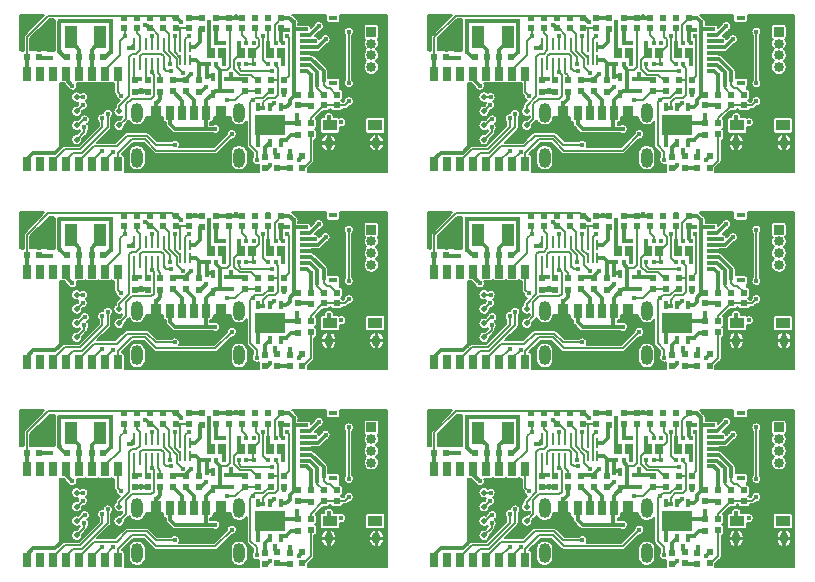
<source format=gbr>
%TF.GenerationSoftware,KiCad,Pcbnew,(5.1.9)-1*%
%TF.CreationDate,2021-11-10T23:35:07-06:00*%
%TF.ProjectId,CC_BT_PANELIZED,43435f42-545f-4504-914e-454c495a4544,000*%
%TF.SameCoordinates,Original*%
%TF.FileFunction,Copper,L1,Top*%
%TF.FilePolarity,Positive*%
%FSLAX46Y46*%
G04 Gerber Fmt 4.6, Leading zero omitted, Abs format (unit mm)*
G04 Created by KiCad (PCBNEW (5.1.9)-1) date 2021-11-10 23:35:07*
%MOMM*%
%LPD*%
G01*
G04 APERTURE LIST*
%TA.AperFunction,SMDPad,CuDef*%
%ADD10R,0.600000X0.490000*%
%TD*%
%TA.AperFunction,SMDPad,CuDef*%
%ADD11R,0.550000X0.500000*%
%TD*%
%TA.AperFunction,SMDPad,CuDef*%
%ADD12R,0.500000X0.550000*%
%TD*%
%TA.AperFunction,SMDPad,CuDef*%
%ADD13R,0.650000X0.900000*%
%TD*%
%TA.AperFunction,SMDPad,CuDef*%
%ADD14R,0.350000X0.400000*%
%TD*%
%TA.AperFunction,SMDPad,CuDef*%
%ADD15R,0.250000X1.000000*%
%TD*%
%TA.AperFunction,SMDPad,CuDef*%
%ADD16R,0.700000X1.150000*%
%TD*%
%TA.AperFunction,SMDPad,CuDef*%
%ADD17R,0.800000X1.150000*%
%TD*%
%TA.AperFunction,SMDPad,CuDef*%
%ADD18R,0.900000X1.150000*%
%TD*%
%TA.AperFunction,ComponentPad*%
%ADD19O,1.000000X1.700000*%
%TD*%
%TA.AperFunction,ComponentPad*%
%ADD20O,0.850000X0.850000*%
%TD*%
%TA.AperFunction,ComponentPad*%
%ADD21R,0.850000X0.850000*%
%TD*%
%TA.AperFunction,SMDPad,CuDef*%
%ADD22R,0.838200X0.406400*%
%TD*%
%TA.AperFunction,SMDPad,CuDef*%
%ADD23C,0.500000*%
%TD*%
%TA.AperFunction,SMDPad,CuDef*%
%ADD24R,0.690000X1.190000*%
%TD*%
%TA.AperFunction,SMDPad,CuDef*%
%ADD25R,1.000000X0.500000*%
%TD*%
%TA.AperFunction,ComponentPad*%
%ADD26O,0.700000X0.950000*%
%TD*%
%TA.AperFunction,SMDPad,CuDef*%
%ADD27R,1.250000X0.950000*%
%TD*%
%TA.AperFunction,SMDPad,CuDef*%
%ADD28R,2.500000X1.750000*%
%TD*%
%TA.AperFunction,SMDPad,CuDef*%
%ADD29R,0.400000X0.800000*%
%TD*%
%TA.AperFunction,SMDPad,CuDef*%
%ADD30R,1.100000X1.900000*%
%TD*%
%TA.AperFunction,ComponentPad*%
%ADD31C,1.000000*%
%TD*%
%TA.AperFunction,SMDPad,CuDef*%
%ADD32R,0.500000X0.500000*%
%TD*%
%TA.AperFunction,SMDPad,CuDef*%
%ADD33R,0.420000X0.700000*%
%TD*%
%TA.AperFunction,SMDPad,CuDef*%
%ADD34R,0.800000X0.300000*%
%TD*%
%TA.AperFunction,SMDPad,CuDef*%
%ADD35R,0.800000X0.400000*%
%TD*%
%TA.AperFunction,SMDPad,CuDef*%
%ADD36R,0.200000X0.850000*%
%TD*%
%TA.AperFunction,ViaPad*%
%ADD37C,0.400000*%
%TD*%
%TA.AperFunction,Conductor*%
%ADD38C,0.300000*%
%TD*%
%TA.AperFunction,Conductor*%
%ADD39C,0.200000*%
%TD*%
%TA.AperFunction,Conductor*%
%ADD40C,0.150000*%
%TD*%
%TA.AperFunction,Conductor*%
%ADD41C,0.254000*%
%TD*%
%TA.AperFunction,Conductor*%
%ADD42C,0.100000*%
%TD*%
G04 APERTURE END LIST*
D10*
%TO.P,R9,2*%
%TO.N,INT*%
X113490000Y-73057000D03*
%TO.P,R9,1*%
%TO.N,V2.8*%
X113490000Y-72143000D03*
%TD*%
%TO.P,R9,2*%
%TO.N,INT*%
X78990000Y-73057000D03*
%TO.P,R9,1*%
%TO.N,V2.8*%
X78990000Y-72143000D03*
%TD*%
%TO.P,R9,2*%
%TO.N,INT*%
X113490000Y-56307000D03*
%TO.P,R9,1*%
%TO.N,V2.8*%
X113490000Y-55393000D03*
%TD*%
%TO.P,R9,2*%
%TO.N,INT*%
X78990000Y-56307000D03*
%TO.P,R9,1*%
%TO.N,V2.8*%
X78990000Y-55393000D03*
%TD*%
%TO.P,R9,2*%
%TO.N,INT*%
X113490000Y-39557000D03*
%TO.P,R9,1*%
%TO.N,V2.8*%
X113490000Y-38643000D03*
%TD*%
%TO.P,R5,2*%
%TO.N,Net-(D3-Pad2)*%
X126440000Y-84857000D03*
%TO.P,R5,1*%
%TO.N,VBUS*%
X126440000Y-83943000D03*
%TD*%
%TO.P,R5,2*%
%TO.N,Net-(D3-Pad2)*%
X91940000Y-84857000D03*
%TO.P,R5,1*%
%TO.N,VBUS*%
X91940000Y-83943000D03*
%TD*%
%TO.P,R5,2*%
%TO.N,Net-(D3-Pad2)*%
X126440000Y-68107000D03*
%TO.P,R5,1*%
%TO.N,VBUS*%
X126440000Y-67193000D03*
%TD*%
%TO.P,R5,2*%
%TO.N,Net-(D3-Pad2)*%
X91940000Y-68107000D03*
%TO.P,R5,1*%
%TO.N,VBUS*%
X91940000Y-67193000D03*
%TD*%
%TO.P,R5,2*%
%TO.N,Net-(D3-Pad2)*%
X126440000Y-51357000D03*
%TO.P,R5,1*%
%TO.N,VBUS*%
X126440000Y-50443000D03*
%TD*%
%TO.P,R11,2*%
%TO.N,GND*%
X121330000Y-72143000D03*
%TO.P,R11,1*%
%TO.N,VUSB*%
X121330000Y-73057000D03*
%TD*%
%TO.P,R11,2*%
%TO.N,GND*%
X86830000Y-72143000D03*
%TO.P,R11,1*%
%TO.N,VUSB*%
X86830000Y-73057000D03*
%TD*%
%TO.P,R11,2*%
%TO.N,GND*%
X121330000Y-55393000D03*
%TO.P,R11,1*%
%TO.N,VUSB*%
X121330000Y-56307000D03*
%TD*%
%TO.P,R11,2*%
%TO.N,GND*%
X86830000Y-55393000D03*
%TO.P,R11,1*%
%TO.N,VUSB*%
X86830000Y-56307000D03*
%TD*%
%TO.P,R11,2*%
%TO.N,GND*%
X121330000Y-38643000D03*
%TO.P,R11,1*%
%TO.N,VUSB*%
X121330000Y-39557000D03*
%TD*%
D11*
%TO.P,C5,2*%
%TO.N,GND*%
X113320000Y-78420000D03*
%TO.P,C5,1*%
%TO.N,VBUS*%
X113320000Y-77440000D03*
%TD*%
%TO.P,C5,2*%
%TO.N,GND*%
X78820000Y-78420000D03*
%TO.P,C5,1*%
%TO.N,VBUS*%
X78820000Y-77440000D03*
%TD*%
%TO.P,C5,2*%
%TO.N,GND*%
X113320000Y-61670000D03*
%TO.P,C5,1*%
%TO.N,VBUS*%
X113320000Y-60690000D03*
%TD*%
%TO.P,C5,2*%
%TO.N,GND*%
X78820000Y-61670000D03*
%TO.P,C5,1*%
%TO.N,VBUS*%
X78820000Y-60690000D03*
%TD*%
%TO.P,C5,2*%
%TO.N,GND*%
X113320000Y-44920000D03*
%TO.P,C5,1*%
%TO.N,VBUS*%
X113320000Y-43940000D03*
%TD*%
%TO.P,C2,2*%
%TO.N,GND*%
X118980000Y-72150000D03*
%TO.P,C2,1*%
%TO.N,V2.8*%
X118980000Y-73130000D03*
%TD*%
%TO.P,C2,2*%
%TO.N,GND*%
X84480000Y-72150000D03*
%TO.P,C2,1*%
%TO.N,V2.8*%
X84480000Y-73130000D03*
%TD*%
%TO.P,C2,2*%
%TO.N,GND*%
X118980000Y-55400000D03*
%TO.P,C2,1*%
%TO.N,V2.8*%
X118980000Y-56380000D03*
%TD*%
%TO.P,C2,2*%
%TO.N,GND*%
X84480000Y-55400000D03*
%TO.P,C2,1*%
%TO.N,V2.8*%
X84480000Y-56380000D03*
%TD*%
%TO.P,C2,2*%
%TO.N,GND*%
X118980000Y-38650000D03*
%TO.P,C2,1*%
%TO.N,V2.8*%
X118980000Y-39630000D03*
%TD*%
D12*
%TO.P,C9,1*%
%TO.N,Net-(C9-Pad1)*%
X108600000Y-75510000D03*
%TO.P,C9,2*%
%TO.N,GND*%
X107620000Y-75510000D03*
%TD*%
%TO.P,C9,1*%
%TO.N,Net-(C9-Pad1)*%
X74100000Y-75510000D03*
%TO.P,C9,2*%
%TO.N,GND*%
X73120000Y-75510000D03*
%TD*%
%TO.P,C9,1*%
%TO.N,Net-(C9-Pad1)*%
X108600000Y-58760000D03*
%TO.P,C9,2*%
%TO.N,GND*%
X107620000Y-58760000D03*
%TD*%
%TO.P,C9,1*%
%TO.N,Net-(C9-Pad1)*%
X74100000Y-58760000D03*
%TO.P,C9,2*%
%TO.N,GND*%
X73120000Y-58760000D03*
%TD*%
%TO.P,C9,1*%
%TO.N,Net-(C9-Pad1)*%
X108600000Y-42010000D03*
%TO.P,C9,2*%
%TO.N,GND*%
X107620000Y-42010000D03*
%TD*%
D10*
%TO.P,R2,2*%
%TO.N,GND*%
X117680000Y-77433000D03*
%TO.P,R2,1*%
%TO.N,Net-(J1-PadB5)*%
X117680000Y-78347000D03*
%TD*%
%TO.P,R2,2*%
%TO.N,GND*%
X83180000Y-77433000D03*
%TO.P,R2,1*%
%TO.N,Net-(J1-PadB5)*%
X83180000Y-78347000D03*
%TD*%
%TO.P,R2,2*%
%TO.N,GND*%
X117680000Y-60683000D03*
%TO.P,R2,1*%
%TO.N,Net-(J1-PadB5)*%
X117680000Y-61597000D03*
%TD*%
%TO.P,R2,2*%
%TO.N,GND*%
X83180000Y-60683000D03*
%TO.P,R2,1*%
%TO.N,Net-(J1-PadB5)*%
X83180000Y-61597000D03*
%TD*%
%TO.P,R2,2*%
%TO.N,GND*%
X117680000Y-43933000D03*
%TO.P,R2,1*%
%TO.N,Net-(J1-PadB5)*%
X117680000Y-44847000D03*
%TD*%
%TO.P,R17,1*%
%TO.N,SCL*%
X129300000Y-78663000D03*
%TO.P,R17,2*%
%TO.N,V2.8*%
X129300000Y-79577000D03*
%TD*%
%TO.P,R17,1*%
%TO.N,SCL*%
X94800000Y-78663000D03*
%TO.P,R17,2*%
%TO.N,V2.8*%
X94800000Y-79577000D03*
%TD*%
%TO.P,R17,1*%
%TO.N,SCL*%
X129300000Y-61913000D03*
%TO.P,R17,2*%
%TO.N,V2.8*%
X129300000Y-62827000D03*
%TD*%
%TO.P,R17,1*%
%TO.N,SCL*%
X94800000Y-61913000D03*
%TO.P,R17,2*%
%TO.N,V2.8*%
X94800000Y-62827000D03*
%TD*%
%TO.P,R17,1*%
%TO.N,SCL*%
X129300000Y-45163000D03*
%TO.P,R17,2*%
%TO.N,V2.8*%
X129300000Y-46077000D03*
%TD*%
%TO.P,R10,1*%
%TO.N,V2.8*%
X114590000Y-72143000D03*
%TO.P,R10,2*%
%TO.N,PB_OUT*%
X114590000Y-73057000D03*
%TD*%
%TO.P,R10,1*%
%TO.N,V2.8*%
X80090000Y-72143000D03*
%TO.P,R10,2*%
%TO.N,PB_OUT*%
X80090000Y-73057000D03*
%TD*%
%TO.P,R10,1*%
%TO.N,V2.8*%
X114590000Y-55393000D03*
%TO.P,R10,2*%
%TO.N,PB_OUT*%
X114590000Y-56307000D03*
%TD*%
%TO.P,R10,1*%
%TO.N,V2.8*%
X80090000Y-55393000D03*
%TO.P,R10,2*%
%TO.N,PB_OUT*%
X80090000Y-56307000D03*
%TD*%
%TO.P,R10,1*%
%TO.N,V2.8*%
X114590000Y-38643000D03*
%TO.P,R10,2*%
%TO.N,PB_OUT*%
X114590000Y-39557000D03*
%TD*%
%TO.P,R18,2*%
%TO.N,V2.8*%
X130400000Y-79577000D03*
%TO.P,R18,1*%
%TO.N,SDA*%
X130400000Y-78663000D03*
%TD*%
%TO.P,R18,2*%
%TO.N,V2.8*%
X95900000Y-79577000D03*
%TO.P,R18,1*%
%TO.N,SDA*%
X95900000Y-78663000D03*
%TD*%
%TO.P,R18,2*%
%TO.N,V2.8*%
X130400000Y-62827000D03*
%TO.P,R18,1*%
%TO.N,SDA*%
X130400000Y-61913000D03*
%TD*%
%TO.P,R18,2*%
%TO.N,V2.8*%
X95900000Y-62827000D03*
%TO.P,R18,1*%
%TO.N,SDA*%
X95900000Y-61913000D03*
%TD*%
%TO.P,R18,2*%
%TO.N,V2.8*%
X130400000Y-46077000D03*
%TO.P,R18,1*%
%TO.N,SDA*%
X130400000Y-45163000D03*
%TD*%
%TO.P,R23,2*%
%TO.N,VBATT*%
X125730000Y-72143000D03*
%TO.P,R23,1*%
%TO.N,GND*%
X125730000Y-73057000D03*
%TD*%
%TO.P,R23,2*%
%TO.N,VBATT*%
X91230000Y-72143000D03*
%TO.P,R23,1*%
%TO.N,GND*%
X91230000Y-73057000D03*
%TD*%
%TO.P,R23,2*%
%TO.N,VBATT*%
X125730000Y-55393000D03*
%TO.P,R23,1*%
%TO.N,GND*%
X125730000Y-56307000D03*
%TD*%
%TO.P,R23,2*%
%TO.N,VBATT*%
X91230000Y-55393000D03*
%TO.P,R23,1*%
%TO.N,GND*%
X91230000Y-56307000D03*
%TD*%
%TO.P,R23,2*%
%TO.N,VBATT*%
X125730000Y-38643000D03*
%TO.P,R23,1*%
%TO.N,GND*%
X125730000Y-39557000D03*
%TD*%
%TO.P,R21,1*%
%TO.N,V2.8*%
X112390000Y-72143000D03*
%TO.P,R21,2*%
%TO.N,RESET*%
X112390000Y-73057000D03*
%TD*%
%TO.P,R21,1*%
%TO.N,V2.8*%
X77890000Y-72143000D03*
%TO.P,R21,2*%
%TO.N,RESET*%
X77890000Y-73057000D03*
%TD*%
%TO.P,R21,1*%
%TO.N,V2.8*%
X112390000Y-55393000D03*
%TO.P,R21,2*%
%TO.N,RESET*%
X112390000Y-56307000D03*
%TD*%
%TO.P,R21,1*%
%TO.N,V2.8*%
X77890000Y-55393000D03*
%TO.P,R21,2*%
%TO.N,RESET*%
X77890000Y-56307000D03*
%TD*%
%TO.P,R21,1*%
%TO.N,V2.8*%
X112390000Y-38643000D03*
%TO.P,R21,2*%
%TO.N,RESET*%
X112390000Y-39557000D03*
%TD*%
D12*
%TO.P,C8,1*%
%TO.N,Net-(C8-Pad1)*%
X109660000Y-75510000D03*
%TO.P,C8,2*%
%TO.N,GND*%
X110640000Y-75510000D03*
%TD*%
%TO.P,C8,1*%
%TO.N,Net-(C8-Pad1)*%
X75160000Y-75510000D03*
%TO.P,C8,2*%
%TO.N,GND*%
X76140000Y-75510000D03*
%TD*%
%TO.P,C8,1*%
%TO.N,Net-(C8-Pad1)*%
X109660000Y-58760000D03*
%TO.P,C8,2*%
%TO.N,GND*%
X110640000Y-58760000D03*
%TD*%
%TO.P,C8,1*%
%TO.N,Net-(C8-Pad1)*%
X75160000Y-58760000D03*
%TO.P,C8,2*%
%TO.N,GND*%
X76140000Y-58760000D03*
%TD*%
%TO.P,C8,1*%
%TO.N,Net-(C8-Pad1)*%
X109660000Y-42010000D03*
%TO.P,C8,2*%
%TO.N,GND*%
X110640000Y-42010000D03*
%TD*%
D10*
%TO.P,R22,1*%
%TO.N,GND*%
X124630000Y-72143000D03*
%TO.P,R22,2*%
%TO.N,CHRG_STAT*%
X124630000Y-73057000D03*
%TD*%
%TO.P,R22,1*%
%TO.N,GND*%
X90130000Y-72143000D03*
%TO.P,R22,2*%
%TO.N,CHRG_STAT*%
X90130000Y-73057000D03*
%TD*%
%TO.P,R22,1*%
%TO.N,GND*%
X124630000Y-55393000D03*
%TO.P,R22,2*%
%TO.N,CHRG_STAT*%
X124630000Y-56307000D03*
%TD*%
%TO.P,R22,1*%
%TO.N,GND*%
X90130000Y-55393000D03*
%TO.P,R22,2*%
%TO.N,CHRG_STAT*%
X90130000Y-56307000D03*
%TD*%
%TO.P,R22,1*%
%TO.N,GND*%
X124630000Y-38643000D03*
%TO.P,R22,2*%
%TO.N,CHRG_STAT*%
X124630000Y-39557000D03*
%TD*%
D13*
%TO.P,U5,7*%
%TO.N,VBATT*%
X119745000Y-75170000D03*
%TO.P,U5,8*%
%TO.N,Net-(U5-Pad6)*%
X120695000Y-75170000D03*
D14*
%TO.P,U5,2*%
%TO.N,Net-(R24-Pad1)*%
X120220000Y-74260000D03*
%TO.P,U5,1*%
X120870000Y-74260000D03*
%TO.P,U5,3*%
%TO.N,VBATT*%
X119570000Y-74260000D03*
%TO.P,U5,4*%
%TO.N,VBUS*%
X119570000Y-76080000D03*
%TO.P,U5,5*%
%TO.N,VUSB*%
X120220000Y-76080000D03*
%TO.P,U5,6*%
%TO.N,Net-(U5-Pad6)*%
X120870000Y-76080000D03*
%TD*%
D13*
%TO.P,U5,7*%
%TO.N,VBATT*%
X85245000Y-75170000D03*
%TO.P,U5,8*%
%TO.N,Net-(U5-Pad6)*%
X86195000Y-75170000D03*
D14*
%TO.P,U5,2*%
%TO.N,Net-(R24-Pad1)*%
X85720000Y-74260000D03*
%TO.P,U5,1*%
X86370000Y-74260000D03*
%TO.P,U5,3*%
%TO.N,VBATT*%
X85070000Y-74260000D03*
%TO.P,U5,4*%
%TO.N,VBUS*%
X85070000Y-76080000D03*
%TO.P,U5,5*%
%TO.N,VUSB*%
X85720000Y-76080000D03*
%TO.P,U5,6*%
%TO.N,Net-(U5-Pad6)*%
X86370000Y-76080000D03*
%TD*%
D13*
%TO.P,U5,7*%
%TO.N,VBATT*%
X119745000Y-58420000D03*
%TO.P,U5,8*%
%TO.N,Net-(U5-Pad6)*%
X120695000Y-58420000D03*
D14*
%TO.P,U5,2*%
%TO.N,Net-(R24-Pad1)*%
X120220000Y-57510000D03*
%TO.P,U5,1*%
X120870000Y-57510000D03*
%TO.P,U5,3*%
%TO.N,VBATT*%
X119570000Y-57510000D03*
%TO.P,U5,4*%
%TO.N,VBUS*%
X119570000Y-59330000D03*
%TO.P,U5,5*%
%TO.N,VUSB*%
X120220000Y-59330000D03*
%TO.P,U5,6*%
%TO.N,Net-(U5-Pad6)*%
X120870000Y-59330000D03*
%TD*%
D13*
%TO.P,U5,7*%
%TO.N,VBATT*%
X85245000Y-58420000D03*
%TO.P,U5,8*%
%TO.N,Net-(U5-Pad6)*%
X86195000Y-58420000D03*
D14*
%TO.P,U5,2*%
%TO.N,Net-(R24-Pad1)*%
X85720000Y-57510000D03*
%TO.P,U5,1*%
X86370000Y-57510000D03*
%TO.P,U5,3*%
%TO.N,VBATT*%
X85070000Y-57510000D03*
%TO.P,U5,4*%
%TO.N,VBUS*%
X85070000Y-59330000D03*
%TO.P,U5,5*%
%TO.N,VUSB*%
X85720000Y-59330000D03*
%TO.P,U5,6*%
%TO.N,Net-(U5-Pad6)*%
X86370000Y-59330000D03*
%TD*%
D13*
%TO.P,U5,7*%
%TO.N,VBATT*%
X119745000Y-41670000D03*
%TO.P,U5,8*%
%TO.N,Net-(U5-Pad6)*%
X120695000Y-41670000D03*
D14*
%TO.P,U5,2*%
%TO.N,Net-(R24-Pad1)*%
X120220000Y-40760000D03*
%TO.P,U5,1*%
X120870000Y-40760000D03*
%TO.P,U5,3*%
%TO.N,VBATT*%
X119570000Y-40760000D03*
%TO.P,U5,4*%
%TO.N,VBUS*%
X119570000Y-42580000D03*
%TO.P,U5,5*%
%TO.N,VUSB*%
X120220000Y-42580000D03*
%TO.P,U5,6*%
%TO.N,Net-(U5-Pad6)*%
X120870000Y-42580000D03*
%TD*%
D10*
%TO.P,R20,2*%
%TO.N,PS_HOLD*%
X115690000Y-73057000D03*
%TO.P,R20,1*%
%TO.N,V2.8*%
X115690000Y-72143000D03*
%TD*%
%TO.P,R20,2*%
%TO.N,PS_HOLD*%
X81190000Y-73057000D03*
%TO.P,R20,1*%
%TO.N,V2.8*%
X81190000Y-72143000D03*
%TD*%
%TO.P,R20,2*%
%TO.N,PS_HOLD*%
X115690000Y-56307000D03*
%TO.P,R20,1*%
%TO.N,V2.8*%
X115690000Y-55393000D03*
%TD*%
%TO.P,R20,2*%
%TO.N,PS_HOLD*%
X81190000Y-56307000D03*
%TO.P,R20,1*%
%TO.N,V2.8*%
X81190000Y-55393000D03*
%TD*%
%TO.P,R20,2*%
%TO.N,PS_HOLD*%
X115690000Y-39557000D03*
%TO.P,R20,1*%
%TO.N,V2.8*%
X115690000Y-38643000D03*
%TD*%
D11*
%TO.P,C7,2*%
%TO.N,GND*%
X115480000Y-78420000D03*
%TO.P,C7,1*%
%TO.N,Net-(C7-Pad1)*%
X115480000Y-77440000D03*
%TD*%
%TO.P,C7,2*%
%TO.N,GND*%
X80980000Y-78420000D03*
%TO.P,C7,1*%
%TO.N,Net-(C7-Pad1)*%
X80980000Y-77440000D03*
%TD*%
%TO.P,C7,2*%
%TO.N,GND*%
X115480000Y-61670000D03*
%TO.P,C7,1*%
%TO.N,Net-(C7-Pad1)*%
X115480000Y-60690000D03*
%TD*%
%TO.P,C7,2*%
%TO.N,GND*%
X80980000Y-61670000D03*
%TO.P,C7,1*%
%TO.N,Net-(C7-Pad1)*%
X80980000Y-60690000D03*
%TD*%
%TO.P,C7,2*%
%TO.N,GND*%
X115480000Y-44920000D03*
%TO.P,C7,1*%
%TO.N,Net-(C7-Pad1)*%
X115480000Y-43940000D03*
%TD*%
D10*
%TO.P,R7,1*%
%TO.N,VBATT*%
X127100000Y-78663000D03*
%TO.P,R7,2*%
%TO.N,Net-(C4-Pad1)*%
X127100000Y-79577000D03*
%TD*%
%TO.P,R7,1*%
%TO.N,VBATT*%
X92600000Y-78663000D03*
%TO.P,R7,2*%
%TO.N,Net-(C4-Pad1)*%
X92600000Y-79577000D03*
%TD*%
%TO.P,R7,1*%
%TO.N,VBATT*%
X127100000Y-61913000D03*
%TO.P,R7,2*%
%TO.N,Net-(C4-Pad1)*%
X127100000Y-62827000D03*
%TD*%
%TO.P,R7,1*%
%TO.N,VBATT*%
X92600000Y-61913000D03*
%TO.P,R7,2*%
%TO.N,Net-(C4-Pad1)*%
X92600000Y-62827000D03*
%TD*%
%TO.P,R7,1*%
%TO.N,VBATT*%
X127100000Y-45163000D03*
%TO.P,R7,2*%
%TO.N,Net-(C4-Pad1)*%
X127100000Y-46077000D03*
%TD*%
%TO.P,R4,1*%
%TO.N,Net-(R3-Pad1)*%
X117890000Y-73057000D03*
%TO.P,R4,2*%
%TO.N,GND*%
X117890000Y-72143000D03*
%TD*%
%TO.P,R4,1*%
%TO.N,Net-(R3-Pad1)*%
X83390000Y-73057000D03*
%TO.P,R4,2*%
%TO.N,GND*%
X83390000Y-72143000D03*
%TD*%
%TO.P,R4,1*%
%TO.N,Net-(R3-Pad1)*%
X117890000Y-56307000D03*
%TO.P,R4,2*%
%TO.N,GND*%
X117890000Y-55393000D03*
%TD*%
%TO.P,R4,1*%
%TO.N,Net-(R3-Pad1)*%
X83390000Y-56307000D03*
%TO.P,R4,2*%
%TO.N,GND*%
X83390000Y-55393000D03*
%TD*%
%TO.P,R4,1*%
%TO.N,Net-(R3-Pad1)*%
X117890000Y-39557000D03*
%TO.P,R4,2*%
%TO.N,GND*%
X117890000Y-38643000D03*
%TD*%
%TO.P,R8,1*%
%TO.N,PROG*%
X124330000Y-84857000D03*
%TO.P,R8,2*%
%TO.N,Net-(R8-Pad2)*%
X124330000Y-83943000D03*
%TD*%
%TO.P,R8,1*%
%TO.N,PROG*%
X89830000Y-84857000D03*
%TO.P,R8,2*%
%TO.N,Net-(R8-Pad2)*%
X89830000Y-83943000D03*
%TD*%
%TO.P,R8,1*%
%TO.N,PROG*%
X124330000Y-68107000D03*
%TO.P,R8,2*%
%TO.N,Net-(R8-Pad2)*%
X124330000Y-67193000D03*
%TD*%
%TO.P,R8,1*%
%TO.N,PROG*%
X89830000Y-68107000D03*
%TO.P,R8,2*%
%TO.N,Net-(R8-Pad2)*%
X89830000Y-67193000D03*
%TD*%
%TO.P,R8,1*%
%TO.N,PROG*%
X124330000Y-51357000D03*
%TO.P,R8,2*%
%TO.N,Net-(R8-Pad2)*%
X124330000Y-50443000D03*
%TD*%
D11*
%TO.P,C6,2*%
%TO.N,GND*%
X114400000Y-78420000D03*
%TO.P,C6,1*%
%TO.N,Net-(C6-Pad1)*%
X114400000Y-77440000D03*
%TD*%
%TO.P,C6,2*%
%TO.N,GND*%
X79900000Y-78420000D03*
%TO.P,C6,1*%
%TO.N,Net-(C6-Pad1)*%
X79900000Y-77440000D03*
%TD*%
%TO.P,C6,2*%
%TO.N,GND*%
X114400000Y-61670000D03*
%TO.P,C6,1*%
%TO.N,Net-(C6-Pad1)*%
X114400000Y-60690000D03*
%TD*%
%TO.P,C6,2*%
%TO.N,GND*%
X79900000Y-61670000D03*
%TO.P,C6,1*%
%TO.N,Net-(C6-Pad1)*%
X79900000Y-60690000D03*
%TD*%
%TO.P,C6,2*%
%TO.N,GND*%
X114400000Y-44920000D03*
%TO.P,C6,1*%
%TO.N,Net-(C6-Pad1)*%
X114400000Y-43940000D03*
%TD*%
D10*
%TO.P,R1,2*%
%TO.N,GND*%
X116580000Y-77433000D03*
%TO.P,R1,1*%
%TO.N,Net-(J1-PadA5)*%
X116580000Y-78347000D03*
%TD*%
%TO.P,R1,2*%
%TO.N,GND*%
X82080000Y-77433000D03*
%TO.P,R1,1*%
%TO.N,Net-(J1-PadA5)*%
X82080000Y-78347000D03*
%TD*%
%TO.P,R1,2*%
%TO.N,GND*%
X116580000Y-60683000D03*
%TO.P,R1,1*%
%TO.N,Net-(J1-PadA5)*%
X116580000Y-61597000D03*
%TD*%
%TO.P,R1,2*%
%TO.N,GND*%
X82080000Y-60683000D03*
%TO.P,R1,1*%
%TO.N,Net-(J1-PadA5)*%
X82080000Y-61597000D03*
%TD*%
%TO.P,R1,2*%
%TO.N,GND*%
X116580000Y-43933000D03*
%TO.P,R1,1*%
%TO.N,Net-(J1-PadA5)*%
X116580000Y-44847000D03*
%TD*%
D11*
%TO.P,C1,2*%
%TO.N,GND*%
X118770000Y-78420000D03*
%TO.P,C1,1*%
%TO.N,VBUS*%
X118770000Y-77440000D03*
%TD*%
%TO.P,C1,2*%
%TO.N,GND*%
X84270000Y-78420000D03*
%TO.P,C1,1*%
%TO.N,VBUS*%
X84270000Y-77440000D03*
%TD*%
%TO.P,C1,2*%
%TO.N,GND*%
X118770000Y-61670000D03*
%TO.P,C1,1*%
%TO.N,VBUS*%
X118770000Y-60690000D03*
%TD*%
%TO.P,C1,2*%
%TO.N,GND*%
X84270000Y-61670000D03*
%TO.P,C1,1*%
%TO.N,VBUS*%
X84270000Y-60690000D03*
%TD*%
%TO.P,C1,2*%
%TO.N,GND*%
X118770000Y-44920000D03*
%TO.P,C1,1*%
%TO.N,VBUS*%
X118770000Y-43940000D03*
%TD*%
%TO.P,C3,2*%
%TO.N,GND*%
X127100000Y-81100000D03*
%TO.P,C3,1*%
%TO.N,VUSB*%
X127100000Y-82080000D03*
%TD*%
%TO.P,C3,2*%
%TO.N,GND*%
X92600000Y-81100000D03*
%TO.P,C3,1*%
%TO.N,VUSB*%
X92600000Y-82080000D03*
%TD*%
%TO.P,C3,2*%
%TO.N,GND*%
X127100000Y-64350000D03*
%TO.P,C3,1*%
%TO.N,VUSB*%
X127100000Y-65330000D03*
%TD*%
%TO.P,C3,2*%
%TO.N,GND*%
X92600000Y-64350000D03*
%TO.P,C3,1*%
%TO.N,VUSB*%
X92600000Y-65330000D03*
%TD*%
%TO.P,C3,2*%
%TO.N,GND*%
X127100000Y-47600000D03*
%TO.P,C3,1*%
%TO.N,VUSB*%
X127100000Y-48580000D03*
%TD*%
D10*
%TO.P,R24,2*%
%TO.N,GND*%
X120230000Y-72143000D03*
%TO.P,R24,1*%
%TO.N,Net-(R24-Pad1)*%
X120230000Y-73057000D03*
%TD*%
%TO.P,R24,2*%
%TO.N,GND*%
X85730000Y-72143000D03*
%TO.P,R24,1*%
%TO.N,Net-(R24-Pad1)*%
X85730000Y-73057000D03*
%TD*%
%TO.P,R24,2*%
%TO.N,GND*%
X120230000Y-55393000D03*
%TO.P,R24,1*%
%TO.N,Net-(R24-Pad1)*%
X120230000Y-56307000D03*
%TD*%
%TO.P,R24,2*%
%TO.N,GND*%
X85730000Y-55393000D03*
%TO.P,R24,1*%
%TO.N,Net-(R24-Pad1)*%
X85730000Y-56307000D03*
%TD*%
%TO.P,R24,2*%
%TO.N,GND*%
X120230000Y-38643000D03*
%TO.P,R24,1*%
%TO.N,Net-(R24-Pad1)*%
X120230000Y-39557000D03*
%TD*%
D13*
%TO.P,U7,7*%
%TO.N,CHRG_STAT*%
X124785000Y-75170000D03*
%TO.P,U7,8*%
%TO.N,PROG*%
X125735000Y-75170000D03*
D14*
%TO.P,U7,2*%
%TO.N,VBATT*%
X125260000Y-74260000D03*
%TO.P,U7,1*%
%TO.N,GND*%
X125910000Y-74260000D03*
%TO.P,U7,3*%
%TO.N,CHRG_STAT*%
X124610000Y-74260000D03*
%TO.P,U7,4*%
%TO.N,V2.8*%
X124610000Y-76080000D03*
%TO.P,U7,5*%
%TO.N,CHRG*%
X125260000Y-76080000D03*
%TO.P,U7,6*%
%TO.N,PROG*%
X125910000Y-76080000D03*
%TD*%
D13*
%TO.P,U7,7*%
%TO.N,CHRG_STAT*%
X90285000Y-75170000D03*
%TO.P,U7,8*%
%TO.N,PROG*%
X91235000Y-75170000D03*
D14*
%TO.P,U7,2*%
%TO.N,VBATT*%
X90760000Y-74260000D03*
%TO.P,U7,1*%
%TO.N,GND*%
X91410000Y-74260000D03*
%TO.P,U7,3*%
%TO.N,CHRG_STAT*%
X90110000Y-74260000D03*
%TO.P,U7,4*%
%TO.N,V2.8*%
X90110000Y-76080000D03*
%TO.P,U7,5*%
%TO.N,CHRG*%
X90760000Y-76080000D03*
%TO.P,U7,6*%
%TO.N,PROG*%
X91410000Y-76080000D03*
%TD*%
D13*
%TO.P,U7,7*%
%TO.N,CHRG_STAT*%
X124785000Y-58420000D03*
%TO.P,U7,8*%
%TO.N,PROG*%
X125735000Y-58420000D03*
D14*
%TO.P,U7,2*%
%TO.N,VBATT*%
X125260000Y-57510000D03*
%TO.P,U7,1*%
%TO.N,GND*%
X125910000Y-57510000D03*
%TO.P,U7,3*%
%TO.N,CHRG_STAT*%
X124610000Y-57510000D03*
%TO.P,U7,4*%
%TO.N,V2.8*%
X124610000Y-59330000D03*
%TO.P,U7,5*%
%TO.N,CHRG*%
X125260000Y-59330000D03*
%TO.P,U7,6*%
%TO.N,PROG*%
X125910000Y-59330000D03*
%TD*%
D13*
%TO.P,U7,7*%
%TO.N,CHRG_STAT*%
X90285000Y-58420000D03*
%TO.P,U7,8*%
%TO.N,PROG*%
X91235000Y-58420000D03*
D14*
%TO.P,U7,2*%
%TO.N,VBATT*%
X90760000Y-57510000D03*
%TO.P,U7,1*%
%TO.N,GND*%
X91410000Y-57510000D03*
%TO.P,U7,3*%
%TO.N,CHRG_STAT*%
X90110000Y-57510000D03*
%TO.P,U7,4*%
%TO.N,V2.8*%
X90110000Y-59330000D03*
%TO.P,U7,5*%
%TO.N,CHRG*%
X90760000Y-59330000D03*
%TO.P,U7,6*%
%TO.N,PROG*%
X91410000Y-59330000D03*
%TD*%
D13*
%TO.P,U7,7*%
%TO.N,CHRG_STAT*%
X124785000Y-41670000D03*
%TO.P,U7,8*%
%TO.N,PROG*%
X125735000Y-41670000D03*
D14*
%TO.P,U7,2*%
%TO.N,VBATT*%
X125260000Y-40760000D03*
%TO.P,U7,1*%
%TO.N,GND*%
X125910000Y-40760000D03*
%TO.P,U7,3*%
%TO.N,CHRG_STAT*%
X124610000Y-40760000D03*
%TO.P,U7,4*%
%TO.N,V2.8*%
X124610000Y-42580000D03*
%TO.P,U7,5*%
%TO.N,CHRG*%
X125260000Y-42580000D03*
%TO.P,U7,6*%
%TO.N,PROG*%
X125910000Y-42580000D03*
%TD*%
D10*
%TO.P,R16,2*%
%TO.N,GND*%
X122430000Y-72143000D03*
%TO.P,R16,1*%
%TO.N,BM_EN*%
X122430000Y-73057000D03*
%TD*%
%TO.P,R16,2*%
%TO.N,GND*%
X87930000Y-72143000D03*
%TO.P,R16,1*%
%TO.N,BM_EN*%
X87930000Y-73057000D03*
%TD*%
%TO.P,R16,2*%
%TO.N,GND*%
X122430000Y-55393000D03*
%TO.P,R16,1*%
%TO.N,BM_EN*%
X122430000Y-56307000D03*
%TD*%
%TO.P,R16,2*%
%TO.N,GND*%
X87930000Y-55393000D03*
%TO.P,R16,1*%
%TO.N,BM_EN*%
X87930000Y-56307000D03*
%TD*%
%TO.P,R16,2*%
%TO.N,GND*%
X122430000Y-38643000D03*
%TO.P,R16,1*%
%TO.N,BM_EN*%
X122430000Y-39557000D03*
%TD*%
%TO.P,R12,1*%
%TO.N,VBUS*%
X124880000Y-78347000D03*
%TO.P,R12,2*%
%TO.N,CHRG*%
X124880000Y-77433000D03*
%TD*%
%TO.P,R12,1*%
%TO.N,VBUS*%
X90380000Y-78347000D03*
%TO.P,R12,2*%
%TO.N,CHRG*%
X90380000Y-77433000D03*
%TD*%
%TO.P,R12,1*%
%TO.N,VBUS*%
X124880000Y-61597000D03*
%TO.P,R12,2*%
%TO.N,CHRG*%
X124880000Y-60683000D03*
%TD*%
%TO.P,R12,1*%
%TO.N,VBUS*%
X90380000Y-61597000D03*
%TO.P,R12,2*%
%TO.N,CHRG*%
X90380000Y-60683000D03*
%TD*%
%TO.P,R12,1*%
%TO.N,VBUS*%
X124880000Y-44847000D03*
%TO.P,R12,2*%
%TO.N,CHRG*%
X124880000Y-43933000D03*
%TD*%
%TO.P,R19,1*%
%TO.N,V2.8*%
X128203333Y-81093000D03*
%TO.P,R19,2*%
%TO.N,Net-(D2-Pad2)*%
X128203333Y-82007000D03*
%TD*%
%TO.P,R19,1*%
%TO.N,V2.8*%
X93703333Y-81093000D03*
%TO.P,R19,2*%
%TO.N,Net-(D2-Pad2)*%
X93703333Y-82007000D03*
%TD*%
%TO.P,R19,1*%
%TO.N,V2.8*%
X128203333Y-64343000D03*
%TO.P,R19,2*%
%TO.N,Net-(D2-Pad2)*%
X128203333Y-65257000D03*
%TD*%
%TO.P,R19,1*%
%TO.N,V2.8*%
X93703333Y-64343000D03*
%TO.P,R19,2*%
%TO.N,Net-(D2-Pad2)*%
X93703333Y-65257000D03*
%TD*%
%TO.P,R19,1*%
%TO.N,V2.8*%
X128203333Y-47593000D03*
%TO.P,R19,2*%
%TO.N,Net-(D2-Pad2)*%
X128203333Y-48507000D03*
%TD*%
D12*
%TO.P,C10,1*%
%TO.N,V2.8*%
X104190000Y-75510000D03*
%TO.P,C10,2*%
%TO.N,GND*%
X105170000Y-75510000D03*
%TD*%
%TO.P,C10,1*%
%TO.N,V2.8*%
X69690000Y-75510000D03*
%TO.P,C10,2*%
%TO.N,GND*%
X70670000Y-75510000D03*
%TD*%
%TO.P,C10,1*%
%TO.N,V2.8*%
X104190000Y-58760000D03*
%TO.P,C10,2*%
%TO.N,GND*%
X105170000Y-58760000D03*
%TD*%
%TO.P,C10,1*%
%TO.N,V2.8*%
X69690000Y-58760000D03*
%TO.P,C10,2*%
%TO.N,GND*%
X70670000Y-58760000D03*
%TD*%
%TO.P,C10,1*%
%TO.N,V2.8*%
X104190000Y-42010000D03*
%TO.P,C10,2*%
%TO.N,GND*%
X105170000Y-42010000D03*
%TD*%
D11*
%TO.P,C4,2*%
%TO.N,GND*%
X128203333Y-78670000D03*
%TO.P,C4,1*%
%TO.N,Net-(C4-Pad1)*%
X128203333Y-79650000D03*
%TD*%
%TO.P,C4,2*%
%TO.N,GND*%
X93703333Y-78670000D03*
%TO.P,C4,1*%
%TO.N,Net-(C4-Pad1)*%
X93703333Y-79650000D03*
%TD*%
%TO.P,C4,2*%
%TO.N,GND*%
X128203333Y-61920000D03*
%TO.P,C4,1*%
%TO.N,Net-(C4-Pad1)*%
X128203333Y-62900000D03*
%TD*%
%TO.P,C4,2*%
%TO.N,GND*%
X93703333Y-61920000D03*
%TO.P,C4,1*%
%TO.N,Net-(C4-Pad1)*%
X93703333Y-62900000D03*
%TD*%
%TO.P,C4,2*%
%TO.N,GND*%
X128203333Y-45170000D03*
%TO.P,C4,1*%
%TO.N,Net-(C4-Pad1)*%
X128203333Y-46150000D03*
%TD*%
D10*
%TO.P,R6,2*%
%TO.N,PWR_ON*%
X125980000Y-78347000D03*
%TO.P,R6,1*%
%TO.N,V2.8*%
X125980000Y-77433000D03*
%TD*%
%TO.P,R6,2*%
%TO.N,PWR_ON*%
X91480000Y-78347000D03*
%TO.P,R6,1*%
%TO.N,V2.8*%
X91480000Y-77433000D03*
%TD*%
%TO.P,R6,2*%
%TO.N,PWR_ON*%
X125980000Y-61597000D03*
%TO.P,R6,1*%
%TO.N,V2.8*%
X125980000Y-60683000D03*
%TD*%
%TO.P,R6,2*%
%TO.N,PWR_ON*%
X91480000Y-61597000D03*
%TO.P,R6,1*%
%TO.N,V2.8*%
X91480000Y-60683000D03*
%TD*%
%TO.P,R6,2*%
%TO.N,PWR_ON*%
X125980000Y-44847000D03*
%TO.P,R6,1*%
%TO.N,V2.8*%
X125980000Y-43933000D03*
%TD*%
%TO.P,R3,1*%
%TO.N,Net-(R3-Pad1)*%
X116790000Y-73057000D03*
%TO.P,R3,2*%
%TO.N,V2.8*%
X116790000Y-72143000D03*
%TD*%
%TO.P,R3,1*%
%TO.N,Net-(R3-Pad1)*%
X82290000Y-73057000D03*
%TO.P,R3,2*%
%TO.N,V2.8*%
X82290000Y-72143000D03*
%TD*%
%TO.P,R3,1*%
%TO.N,Net-(R3-Pad1)*%
X116790000Y-56307000D03*
%TO.P,R3,2*%
%TO.N,V2.8*%
X116790000Y-55393000D03*
%TD*%
%TO.P,R3,1*%
%TO.N,Net-(R3-Pad1)*%
X82290000Y-56307000D03*
%TO.P,R3,2*%
%TO.N,V2.8*%
X82290000Y-55393000D03*
%TD*%
%TO.P,R3,1*%
%TO.N,Net-(R3-Pad1)*%
X116790000Y-39557000D03*
%TO.P,R3,2*%
%TO.N,V2.8*%
X116790000Y-38643000D03*
%TD*%
%TO.P,R15,1*%
%TO.N,BM*%
X122680000Y-78347000D03*
%TO.P,R15,2*%
%TO.N,GND*%
X122680000Y-77433000D03*
%TD*%
%TO.P,R15,1*%
%TO.N,BM*%
X88180000Y-78347000D03*
%TO.P,R15,2*%
%TO.N,GND*%
X88180000Y-77433000D03*
%TD*%
%TO.P,R15,1*%
%TO.N,BM*%
X122680000Y-61597000D03*
%TO.P,R15,2*%
%TO.N,GND*%
X122680000Y-60683000D03*
%TD*%
%TO.P,R15,1*%
%TO.N,BM*%
X88180000Y-61597000D03*
%TO.P,R15,2*%
%TO.N,GND*%
X88180000Y-60683000D03*
%TD*%
%TO.P,R15,1*%
%TO.N,BM*%
X122680000Y-44847000D03*
%TO.P,R15,2*%
%TO.N,GND*%
X122680000Y-43933000D03*
%TD*%
D15*
%TO.P,U3,1*%
%TO.N,VBUS*%
X113260000Y-76050000D03*
%TO.P,U3,2*%
%TO.N,Net-(SW1-Pad1)*%
X113760000Y-76050000D03*
%TO.P,U3,3*%
%TO.N,Net-(C6-Pad1)*%
X114260000Y-76050000D03*
%TO.P,U3,4*%
%TO.N,PS_HOLD*%
X114760000Y-76050000D03*
%TO.P,U3,5*%
%TO.N,Net-(C7-Pad1)*%
X115260000Y-76050000D03*
%TO.P,U3,6*%
%TO.N,Net-(SW1-Pad1)*%
X115760000Y-76050000D03*
%TO.P,U3,7*%
%TO.N,CHRG*%
X115760000Y-74350000D03*
%TO.P,U3,8*%
%TO.N,PB_OUT*%
X115260000Y-74350000D03*
%TO.P,U3,9*%
%TO.N,EN*%
X114760000Y-74350000D03*
%TO.P,U3,10*%
%TO.N,Net-(U3-Pad10)*%
X114260000Y-74350000D03*
%TO.P,U3,11*%
%TO.N,INT*%
X113760000Y-74350000D03*
%TO.P,U3,12*%
%TO.N,GND*%
X113260000Y-74350000D03*
%TD*%
%TO.P,U3,1*%
%TO.N,VBUS*%
X78760000Y-76050000D03*
%TO.P,U3,2*%
%TO.N,Net-(SW1-Pad1)*%
X79260000Y-76050000D03*
%TO.P,U3,3*%
%TO.N,Net-(C6-Pad1)*%
X79760000Y-76050000D03*
%TO.P,U3,4*%
%TO.N,PS_HOLD*%
X80260000Y-76050000D03*
%TO.P,U3,5*%
%TO.N,Net-(C7-Pad1)*%
X80760000Y-76050000D03*
%TO.P,U3,6*%
%TO.N,Net-(SW1-Pad1)*%
X81260000Y-76050000D03*
%TO.P,U3,7*%
%TO.N,CHRG*%
X81260000Y-74350000D03*
%TO.P,U3,8*%
%TO.N,PB_OUT*%
X80760000Y-74350000D03*
%TO.P,U3,9*%
%TO.N,EN*%
X80260000Y-74350000D03*
%TO.P,U3,10*%
%TO.N,Net-(U3-Pad10)*%
X79760000Y-74350000D03*
%TO.P,U3,11*%
%TO.N,INT*%
X79260000Y-74350000D03*
%TO.P,U3,12*%
%TO.N,GND*%
X78760000Y-74350000D03*
%TD*%
%TO.P,U3,1*%
%TO.N,VBUS*%
X113260000Y-59300000D03*
%TO.P,U3,2*%
%TO.N,Net-(SW1-Pad1)*%
X113760000Y-59300000D03*
%TO.P,U3,3*%
%TO.N,Net-(C6-Pad1)*%
X114260000Y-59300000D03*
%TO.P,U3,4*%
%TO.N,PS_HOLD*%
X114760000Y-59300000D03*
%TO.P,U3,5*%
%TO.N,Net-(C7-Pad1)*%
X115260000Y-59300000D03*
%TO.P,U3,6*%
%TO.N,Net-(SW1-Pad1)*%
X115760000Y-59300000D03*
%TO.P,U3,7*%
%TO.N,CHRG*%
X115760000Y-57600000D03*
%TO.P,U3,8*%
%TO.N,PB_OUT*%
X115260000Y-57600000D03*
%TO.P,U3,9*%
%TO.N,EN*%
X114760000Y-57600000D03*
%TO.P,U3,10*%
%TO.N,Net-(U3-Pad10)*%
X114260000Y-57600000D03*
%TO.P,U3,11*%
%TO.N,INT*%
X113760000Y-57600000D03*
%TO.P,U3,12*%
%TO.N,GND*%
X113260000Y-57600000D03*
%TD*%
%TO.P,U3,1*%
%TO.N,VBUS*%
X78760000Y-59300000D03*
%TO.P,U3,2*%
%TO.N,Net-(SW1-Pad1)*%
X79260000Y-59300000D03*
%TO.P,U3,3*%
%TO.N,Net-(C6-Pad1)*%
X79760000Y-59300000D03*
%TO.P,U3,4*%
%TO.N,PS_HOLD*%
X80260000Y-59300000D03*
%TO.P,U3,5*%
%TO.N,Net-(C7-Pad1)*%
X80760000Y-59300000D03*
%TO.P,U3,6*%
%TO.N,Net-(SW1-Pad1)*%
X81260000Y-59300000D03*
%TO.P,U3,7*%
%TO.N,CHRG*%
X81260000Y-57600000D03*
%TO.P,U3,8*%
%TO.N,PB_OUT*%
X80760000Y-57600000D03*
%TO.P,U3,9*%
%TO.N,EN*%
X80260000Y-57600000D03*
%TO.P,U3,10*%
%TO.N,Net-(U3-Pad10)*%
X79760000Y-57600000D03*
%TO.P,U3,11*%
%TO.N,INT*%
X79260000Y-57600000D03*
%TO.P,U3,12*%
%TO.N,GND*%
X78760000Y-57600000D03*
%TD*%
%TO.P,U3,1*%
%TO.N,VBUS*%
X113260000Y-42550000D03*
%TO.P,U3,2*%
%TO.N,Net-(SW1-Pad1)*%
X113760000Y-42550000D03*
%TO.P,U3,3*%
%TO.N,Net-(C6-Pad1)*%
X114260000Y-42550000D03*
%TO.P,U3,4*%
%TO.N,PS_HOLD*%
X114760000Y-42550000D03*
%TO.P,U3,5*%
%TO.N,Net-(C7-Pad1)*%
X115260000Y-42550000D03*
%TO.P,U3,6*%
%TO.N,Net-(SW1-Pad1)*%
X115760000Y-42550000D03*
%TO.P,U3,7*%
%TO.N,CHRG*%
X115760000Y-40850000D03*
%TO.P,U3,8*%
%TO.N,PB_OUT*%
X115260000Y-40850000D03*
%TO.P,U3,9*%
%TO.N,EN*%
X114760000Y-40850000D03*
%TO.P,U3,10*%
%TO.N,Net-(U3-Pad10)*%
X114260000Y-40850000D03*
%TO.P,U3,11*%
%TO.N,INT*%
X113760000Y-40850000D03*
%TO.P,U3,12*%
%TO.N,GND*%
X113260000Y-40850000D03*
%TD*%
D16*
%TO.P,J1,B5*%
%TO.N,Net-(J1-PadB5)*%
X118340000Y-80190000D03*
%TO.P,J1,A5*%
%TO.N,Net-(J1-PadA5)*%
X117340000Y-80190000D03*
D17*
%TO.P,J1,B9*%
%TO.N,VUSB*%
X116320000Y-80190000D03*
%TO.P,J1,A9*%
X119360000Y-80190000D03*
D18*
%TO.P,J1,B12*%
%TO.N,GND*%
X115090000Y-80190000D03*
%TO.P,J1,A12*%
X120590000Y-80190000D03*
D19*
%TO.P,J1,S3*%
%TO.N,Net-(J1-PadS3)*%
X122160000Y-83990000D03*
%TO.P,J1,S1*%
%TO.N,Net-(J1-PadS1)*%
X113520000Y-80190000D03*
%TO.P,J1,S2*%
%TO.N,Net-(J1-PadS2)*%
X122160000Y-80190000D03*
%TO.P,J1,S4*%
%TO.N,Net-(J1-PadS4)*%
X113520000Y-83990000D03*
%TD*%
D16*
%TO.P,J1,B5*%
%TO.N,Net-(J1-PadB5)*%
X83840000Y-80190000D03*
%TO.P,J1,A5*%
%TO.N,Net-(J1-PadA5)*%
X82840000Y-80190000D03*
D17*
%TO.P,J1,B9*%
%TO.N,VUSB*%
X81820000Y-80190000D03*
%TO.P,J1,A9*%
X84860000Y-80190000D03*
D18*
%TO.P,J1,B12*%
%TO.N,GND*%
X80590000Y-80190000D03*
%TO.P,J1,A12*%
X86090000Y-80190000D03*
D19*
%TO.P,J1,S3*%
%TO.N,Net-(J1-PadS3)*%
X87660000Y-83990000D03*
%TO.P,J1,S1*%
%TO.N,Net-(J1-PadS1)*%
X79020000Y-80190000D03*
%TO.P,J1,S2*%
%TO.N,Net-(J1-PadS2)*%
X87660000Y-80190000D03*
%TO.P,J1,S4*%
%TO.N,Net-(J1-PadS4)*%
X79020000Y-83990000D03*
%TD*%
D16*
%TO.P,J1,B5*%
%TO.N,Net-(J1-PadB5)*%
X118340000Y-63440000D03*
%TO.P,J1,A5*%
%TO.N,Net-(J1-PadA5)*%
X117340000Y-63440000D03*
D17*
%TO.P,J1,B9*%
%TO.N,VUSB*%
X116320000Y-63440000D03*
%TO.P,J1,A9*%
X119360000Y-63440000D03*
D18*
%TO.P,J1,B12*%
%TO.N,GND*%
X115090000Y-63440000D03*
%TO.P,J1,A12*%
X120590000Y-63440000D03*
D19*
%TO.P,J1,S3*%
%TO.N,Net-(J1-PadS3)*%
X122160000Y-67240000D03*
%TO.P,J1,S1*%
%TO.N,Net-(J1-PadS1)*%
X113520000Y-63440000D03*
%TO.P,J1,S2*%
%TO.N,Net-(J1-PadS2)*%
X122160000Y-63440000D03*
%TO.P,J1,S4*%
%TO.N,Net-(J1-PadS4)*%
X113520000Y-67240000D03*
%TD*%
D16*
%TO.P,J1,B5*%
%TO.N,Net-(J1-PadB5)*%
X83840000Y-63440000D03*
%TO.P,J1,A5*%
%TO.N,Net-(J1-PadA5)*%
X82840000Y-63440000D03*
D17*
%TO.P,J1,B9*%
%TO.N,VUSB*%
X81820000Y-63440000D03*
%TO.P,J1,A9*%
X84860000Y-63440000D03*
D18*
%TO.P,J1,B12*%
%TO.N,GND*%
X80590000Y-63440000D03*
%TO.P,J1,A12*%
X86090000Y-63440000D03*
D19*
%TO.P,J1,S3*%
%TO.N,Net-(J1-PadS3)*%
X87660000Y-67240000D03*
%TO.P,J1,S1*%
%TO.N,Net-(J1-PadS1)*%
X79020000Y-63440000D03*
%TO.P,J1,S2*%
%TO.N,Net-(J1-PadS2)*%
X87660000Y-63440000D03*
%TO.P,J1,S4*%
%TO.N,Net-(J1-PadS4)*%
X79020000Y-67240000D03*
%TD*%
D16*
%TO.P,J1,B5*%
%TO.N,Net-(J1-PadB5)*%
X118340000Y-46690000D03*
%TO.P,J1,A5*%
%TO.N,Net-(J1-PadA5)*%
X117340000Y-46690000D03*
D17*
%TO.P,J1,B9*%
%TO.N,VUSB*%
X116320000Y-46690000D03*
%TO.P,J1,A9*%
X119360000Y-46690000D03*
D18*
%TO.P,J1,B12*%
%TO.N,GND*%
X115090000Y-46690000D03*
%TO.P,J1,A12*%
X120590000Y-46690000D03*
D19*
%TO.P,J1,S3*%
%TO.N,Net-(J1-PadS3)*%
X122160000Y-50490000D03*
%TO.P,J1,S1*%
%TO.N,Net-(J1-PadS1)*%
X113520000Y-46690000D03*
%TO.P,J1,S2*%
%TO.N,Net-(J1-PadS2)*%
X122160000Y-46690000D03*
%TO.P,J1,S4*%
%TO.N,Net-(J1-PadS4)*%
X113520000Y-50490000D03*
%TD*%
D20*
%TO.P,J3,5*%
%TO.N,GND*%
X133350000Y-77330000D03*
%TO.P,J3,4*%
%TO.N,SWDCLK*%
X133350000Y-76330000D03*
%TO.P,J3,3*%
%TO.N,SWDIO*%
X133350000Y-75330000D03*
%TO.P,J3,2*%
%TO.N,RESET*%
X133350000Y-74330000D03*
D21*
%TO.P,J3,1*%
%TO.N,V2.8*%
X133350000Y-73330000D03*
%TD*%
D20*
%TO.P,J3,5*%
%TO.N,GND*%
X98850000Y-77330000D03*
%TO.P,J3,4*%
%TO.N,SWDCLK*%
X98850000Y-76330000D03*
%TO.P,J3,3*%
%TO.N,SWDIO*%
X98850000Y-75330000D03*
%TO.P,J3,2*%
%TO.N,RESET*%
X98850000Y-74330000D03*
D21*
%TO.P,J3,1*%
%TO.N,V2.8*%
X98850000Y-73330000D03*
%TD*%
D20*
%TO.P,J3,5*%
%TO.N,GND*%
X133350000Y-60580000D03*
%TO.P,J3,4*%
%TO.N,SWDCLK*%
X133350000Y-59580000D03*
%TO.P,J3,3*%
%TO.N,SWDIO*%
X133350000Y-58580000D03*
%TO.P,J3,2*%
%TO.N,RESET*%
X133350000Y-57580000D03*
D21*
%TO.P,J3,1*%
%TO.N,V2.8*%
X133350000Y-56580000D03*
%TD*%
D20*
%TO.P,J3,5*%
%TO.N,GND*%
X98850000Y-60580000D03*
%TO.P,J3,4*%
%TO.N,SWDCLK*%
X98850000Y-59580000D03*
%TO.P,J3,3*%
%TO.N,SWDIO*%
X98850000Y-58580000D03*
%TO.P,J3,2*%
%TO.N,RESET*%
X98850000Y-57580000D03*
D21*
%TO.P,J3,1*%
%TO.N,V2.8*%
X98850000Y-56580000D03*
%TD*%
D20*
%TO.P,J3,5*%
%TO.N,GND*%
X133350000Y-43830000D03*
%TO.P,J3,4*%
%TO.N,SWDCLK*%
X133350000Y-42830000D03*
%TO.P,J3,3*%
%TO.N,SWDIO*%
X133350000Y-41830000D03*
%TO.P,J3,2*%
%TO.N,RESET*%
X133350000Y-40830000D03*
D21*
%TO.P,J3,1*%
%TO.N,V2.8*%
X133350000Y-39830000D03*
%TD*%
D22*
%TO.P,CR1,1*%
%TO.N,VUSB*%
X121320000Y-78380700D03*
%TO.P,CR1,2*%
%TO.N,GND*%
X121320000Y-77339300D03*
%TD*%
%TO.P,CR1,1*%
%TO.N,VUSB*%
X86820000Y-78380700D03*
%TO.P,CR1,2*%
%TO.N,GND*%
X86820000Y-77339300D03*
%TD*%
%TO.P,CR1,1*%
%TO.N,VUSB*%
X121320000Y-61630700D03*
%TO.P,CR1,2*%
%TO.N,GND*%
X121320000Y-60589300D03*
%TD*%
%TO.P,CR1,1*%
%TO.N,VUSB*%
X86820000Y-61630700D03*
%TO.P,CR1,2*%
%TO.N,GND*%
X86820000Y-60589300D03*
%TD*%
%TO.P,CR1,1*%
%TO.N,VUSB*%
X121320000Y-44880700D03*
%TO.P,CR1,2*%
%TO.N,GND*%
X121320000Y-43839300D03*
%TD*%
D23*
%TO.P,U4,D2*%
%TO.N,BM_EN*%
X108391000Y-78860000D03*
%TO.P,U4,C2*%
%TO.N,CHRG_STAT*%
X108391000Y-80060000D03*
%TO.P,U4,B2*%
%TO.N,XSHUT2*%
X108391000Y-81260000D03*
%TO.P,U4,A2*%
%TO.N,XSHUT1*%
X108391000Y-82460000D03*
%TO.P,U4,C5*%
%TO.N,INT*%
X111991000Y-80060000D03*
%TO.P,U4,B5*%
%TO.N,PS_HOLD*%
X111991000Y-81260000D03*
D24*
%TO.P,U4,16*%
%TO.N,V2.8*%
X104192000Y-76890000D03*
%TO.P,U4,15*%
%TO.N,Net-(U4-Pad15)*%
X105292000Y-76890000D03*
%TO.P,U4,14*%
%TO.N,Net-(U4-Pad14)*%
X106392000Y-76890000D03*
%TO.P,U4,13*%
%TO.N,PB_OUT*%
X107492000Y-76890000D03*
%TO.P,U4,12*%
%TO.N,Net-(C9-Pad1)*%
X108592000Y-76890000D03*
%TO.P,U4,11*%
%TO.N,Net-(C8-Pad1)*%
X109692000Y-76890000D03*
%TO.P,U4,10*%
%TO.N,RESET*%
X110792000Y-76890000D03*
%TO.P,U4,9*%
%TO.N,BM*%
X111892000Y-76890000D03*
%TO.P,U4,8*%
%TO.N,Net-(D2-Pad1)*%
X111892000Y-84530000D03*
%TO.P,U4,7*%
%TO.N,SCL*%
X110792000Y-84530000D03*
%TO.P,U4,6*%
%TO.N,SDA*%
X109692000Y-84530000D03*
%TO.P,U4,5*%
%TO.N,PWR_ON*%
X108592000Y-84530000D03*
%TO.P,U4,4*%
%TO.N,SWDCLK*%
X107492000Y-84530000D03*
%TO.P,U4,3*%
%TO.N,SWDIO*%
X106392000Y-84530000D03*
%TO.P,U4,2*%
%TO.N,Net-(U4-Pad2)*%
X105292000Y-84530000D03*
%TO.P,U4,1*%
%TO.N,GND*%
X104192000Y-84530000D03*
%TD*%
D23*
%TO.P,U4,D2*%
%TO.N,BM_EN*%
X73891000Y-78860000D03*
%TO.P,U4,C2*%
%TO.N,CHRG_STAT*%
X73891000Y-80060000D03*
%TO.P,U4,B2*%
%TO.N,XSHUT2*%
X73891000Y-81260000D03*
%TO.P,U4,A2*%
%TO.N,XSHUT1*%
X73891000Y-82460000D03*
%TO.P,U4,C5*%
%TO.N,INT*%
X77491000Y-80060000D03*
%TO.P,U4,B5*%
%TO.N,PS_HOLD*%
X77491000Y-81260000D03*
D24*
%TO.P,U4,16*%
%TO.N,V2.8*%
X69692000Y-76890000D03*
%TO.P,U4,15*%
%TO.N,Net-(U4-Pad15)*%
X70792000Y-76890000D03*
%TO.P,U4,14*%
%TO.N,Net-(U4-Pad14)*%
X71892000Y-76890000D03*
%TO.P,U4,13*%
%TO.N,PB_OUT*%
X72992000Y-76890000D03*
%TO.P,U4,12*%
%TO.N,Net-(C9-Pad1)*%
X74092000Y-76890000D03*
%TO.P,U4,11*%
%TO.N,Net-(C8-Pad1)*%
X75192000Y-76890000D03*
%TO.P,U4,10*%
%TO.N,RESET*%
X76292000Y-76890000D03*
%TO.P,U4,9*%
%TO.N,BM*%
X77392000Y-76890000D03*
%TO.P,U4,8*%
%TO.N,Net-(D2-Pad1)*%
X77392000Y-84530000D03*
%TO.P,U4,7*%
%TO.N,SCL*%
X76292000Y-84530000D03*
%TO.P,U4,6*%
%TO.N,SDA*%
X75192000Y-84530000D03*
%TO.P,U4,5*%
%TO.N,PWR_ON*%
X74092000Y-84530000D03*
%TO.P,U4,4*%
%TO.N,SWDCLK*%
X72992000Y-84530000D03*
%TO.P,U4,3*%
%TO.N,SWDIO*%
X71892000Y-84530000D03*
%TO.P,U4,2*%
%TO.N,Net-(U4-Pad2)*%
X70792000Y-84530000D03*
%TO.P,U4,1*%
%TO.N,GND*%
X69692000Y-84530000D03*
%TD*%
D23*
%TO.P,U4,D2*%
%TO.N,BM_EN*%
X108391000Y-62110000D03*
%TO.P,U4,C2*%
%TO.N,CHRG_STAT*%
X108391000Y-63310000D03*
%TO.P,U4,B2*%
%TO.N,XSHUT2*%
X108391000Y-64510000D03*
%TO.P,U4,A2*%
%TO.N,XSHUT1*%
X108391000Y-65710000D03*
%TO.P,U4,C5*%
%TO.N,INT*%
X111991000Y-63310000D03*
%TO.P,U4,B5*%
%TO.N,PS_HOLD*%
X111991000Y-64510000D03*
D24*
%TO.P,U4,16*%
%TO.N,V2.8*%
X104192000Y-60140000D03*
%TO.P,U4,15*%
%TO.N,Net-(U4-Pad15)*%
X105292000Y-60140000D03*
%TO.P,U4,14*%
%TO.N,Net-(U4-Pad14)*%
X106392000Y-60140000D03*
%TO.P,U4,13*%
%TO.N,PB_OUT*%
X107492000Y-60140000D03*
%TO.P,U4,12*%
%TO.N,Net-(C9-Pad1)*%
X108592000Y-60140000D03*
%TO.P,U4,11*%
%TO.N,Net-(C8-Pad1)*%
X109692000Y-60140000D03*
%TO.P,U4,10*%
%TO.N,RESET*%
X110792000Y-60140000D03*
%TO.P,U4,9*%
%TO.N,BM*%
X111892000Y-60140000D03*
%TO.P,U4,8*%
%TO.N,Net-(D2-Pad1)*%
X111892000Y-67780000D03*
%TO.P,U4,7*%
%TO.N,SCL*%
X110792000Y-67780000D03*
%TO.P,U4,6*%
%TO.N,SDA*%
X109692000Y-67780000D03*
%TO.P,U4,5*%
%TO.N,PWR_ON*%
X108592000Y-67780000D03*
%TO.P,U4,4*%
%TO.N,SWDCLK*%
X107492000Y-67780000D03*
%TO.P,U4,3*%
%TO.N,SWDIO*%
X106392000Y-67780000D03*
%TO.P,U4,2*%
%TO.N,Net-(U4-Pad2)*%
X105292000Y-67780000D03*
%TO.P,U4,1*%
%TO.N,GND*%
X104192000Y-67780000D03*
%TD*%
D23*
%TO.P,U4,D2*%
%TO.N,BM_EN*%
X73891000Y-62110000D03*
%TO.P,U4,C2*%
%TO.N,CHRG_STAT*%
X73891000Y-63310000D03*
%TO.P,U4,B2*%
%TO.N,XSHUT2*%
X73891000Y-64510000D03*
%TO.P,U4,A2*%
%TO.N,XSHUT1*%
X73891000Y-65710000D03*
%TO.P,U4,C5*%
%TO.N,INT*%
X77491000Y-63310000D03*
%TO.P,U4,B5*%
%TO.N,PS_HOLD*%
X77491000Y-64510000D03*
D24*
%TO.P,U4,16*%
%TO.N,V2.8*%
X69692000Y-60140000D03*
%TO.P,U4,15*%
%TO.N,Net-(U4-Pad15)*%
X70792000Y-60140000D03*
%TO.P,U4,14*%
%TO.N,Net-(U4-Pad14)*%
X71892000Y-60140000D03*
%TO.P,U4,13*%
%TO.N,PB_OUT*%
X72992000Y-60140000D03*
%TO.P,U4,12*%
%TO.N,Net-(C9-Pad1)*%
X74092000Y-60140000D03*
%TO.P,U4,11*%
%TO.N,Net-(C8-Pad1)*%
X75192000Y-60140000D03*
%TO.P,U4,10*%
%TO.N,RESET*%
X76292000Y-60140000D03*
%TO.P,U4,9*%
%TO.N,BM*%
X77392000Y-60140000D03*
%TO.P,U4,8*%
%TO.N,Net-(D2-Pad1)*%
X77392000Y-67780000D03*
%TO.P,U4,7*%
%TO.N,SCL*%
X76292000Y-67780000D03*
%TO.P,U4,6*%
%TO.N,SDA*%
X75192000Y-67780000D03*
%TO.P,U4,5*%
%TO.N,PWR_ON*%
X74092000Y-67780000D03*
%TO.P,U4,4*%
%TO.N,SWDCLK*%
X72992000Y-67780000D03*
%TO.P,U4,3*%
%TO.N,SWDIO*%
X71892000Y-67780000D03*
%TO.P,U4,2*%
%TO.N,Net-(U4-Pad2)*%
X70792000Y-67780000D03*
%TO.P,U4,1*%
%TO.N,GND*%
X69692000Y-67780000D03*
%TD*%
D23*
%TO.P,U4,D2*%
%TO.N,BM_EN*%
X108391000Y-45360000D03*
%TO.P,U4,C2*%
%TO.N,CHRG_STAT*%
X108391000Y-46560000D03*
%TO.P,U4,B2*%
%TO.N,XSHUT2*%
X108391000Y-47760000D03*
%TO.P,U4,A2*%
%TO.N,XSHUT1*%
X108391000Y-48960000D03*
%TO.P,U4,C5*%
%TO.N,INT*%
X111991000Y-46560000D03*
%TO.P,U4,B5*%
%TO.N,PS_HOLD*%
X111991000Y-47760000D03*
D24*
%TO.P,U4,16*%
%TO.N,V2.8*%
X104192000Y-43390000D03*
%TO.P,U4,15*%
%TO.N,Net-(U4-Pad15)*%
X105292000Y-43390000D03*
%TO.P,U4,14*%
%TO.N,Net-(U4-Pad14)*%
X106392000Y-43390000D03*
%TO.P,U4,13*%
%TO.N,PB_OUT*%
X107492000Y-43390000D03*
%TO.P,U4,12*%
%TO.N,Net-(C9-Pad1)*%
X108592000Y-43390000D03*
%TO.P,U4,11*%
%TO.N,Net-(C8-Pad1)*%
X109692000Y-43390000D03*
%TO.P,U4,10*%
%TO.N,RESET*%
X110792000Y-43390000D03*
%TO.P,U4,9*%
%TO.N,BM*%
X111892000Y-43390000D03*
%TO.P,U4,8*%
%TO.N,Net-(D2-Pad1)*%
X111892000Y-51030000D03*
%TO.P,U4,7*%
%TO.N,SCL*%
X110792000Y-51030000D03*
%TO.P,U4,6*%
%TO.N,SDA*%
X109692000Y-51030000D03*
%TO.P,U4,5*%
%TO.N,PWR_ON*%
X108592000Y-51030000D03*
%TO.P,U4,4*%
%TO.N,SWDCLK*%
X107492000Y-51030000D03*
%TO.P,U4,3*%
%TO.N,SWDIO*%
X106392000Y-51030000D03*
%TO.P,U4,2*%
%TO.N,Net-(U4-Pad2)*%
X105292000Y-51030000D03*
%TO.P,U4,1*%
%TO.N,GND*%
X104192000Y-51030000D03*
%TD*%
D25*
%TO.P,SW1,5*%
%TO.N,GND*%
X131760000Y-80330000D03*
D26*
%TO.P,SW1,3*%
X129735000Y-82730000D03*
%TO.P,SW1,4*%
X133785000Y-82730000D03*
D27*
%TO.P,SW1,2*%
%TO.N,Net-(SW1-Pad2)*%
X133685000Y-81255000D03*
%TO.P,SW1,1*%
%TO.N,Net-(SW1-Pad1)*%
X129835000Y-81255000D03*
%TD*%
D25*
%TO.P,SW1,5*%
%TO.N,GND*%
X97260000Y-80330000D03*
D26*
%TO.P,SW1,3*%
X95235000Y-82730000D03*
%TO.P,SW1,4*%
X99285000Y-82730000D03*
D27*
%TO.P,SW1,2*%
%TO.N,Net-(SW1-Pad2)*%
X99185000Y-81255000D03*
%TO.P,SW1,1*%
%TO.N,Net-(SW1-Pad1)*%
X95335000Y-81255000D03*
%TD*%
D25*
%TO.P,SW1,5*%
%TO.N,GND*%
X131760000Y-63580000D03*
D26*
%TO.P,SW1,3*%
X129735000Y-65980000D03*
%TO.P,SW1,4*%
X133785000Y-65980000D03*
D27*
%TO.P,SW1,2*%
%TO.N,Net-(SW1-Pad2)*%
X133685000Y-64505000D03*
%TO.P,SW1,1*%
%TO.N,Net-(SW1-Pad1)*%
X129835000Y-64505000D03*
%TD*%
D25*
%TO.P,SW1,5*%
%TO.N,GND*%
X97260000Y-63580000D03*
D26*
%TO.P,SW1,3*%
X95235000Y-65980000D03*
%TO.P,SW1,4*%
X99285000Y-65980000D03*
D27*
%TO.P,SW1,2*%
%TO.N,Net-(SW1-Pad2)*%
X99185000Y-64505000D03*
%TO.P,SW1,1*%
%TO.N,Net-(SW1-Pad1)*%
X95335000Y-64505000D03*
%TD*%
D25*
%TO.P,SW1,5*%
%TO.N,GND*%
X131760000Y-46830000D03*
D26*
%TO.P,SW1,3*%
X129735000Y-49230000D03*
%TO.P,SW1,4*%
X133785000Y-49230000D03*
D27*
%TO.P,SW1,2*%
%TO.N,Net-(SW1-Pad2)*%
X133685000Y-47755000D03*
%TO.P,SW1,1*%
%TO.N,Net-(SW1-Pad1)*%
X129835000Y-47755000D03*
%TD*%
D28*
%TO.P,U2,7*%
%TO.N,GND*%
X124740000Y-81220000D03*
D29*
%TO.P,U2,6*%
%TO.N,VUSB*%
X125690000Y-82720000D03*
%TO.P,U2,5*%
%TO.N,Net-(R8-Pad2)*%
X124740000Y-82720000D03*
%TO.P,U2,4*%
%TO.N,GND*%
X123790000Y-82720000D03*
%TO.P,U2,3*%
%TO.N,CHRG*%
X123790000Y-79720000D03*
%TO.P,U2,2*%
%TO.N,PWR_ON*%
X124740000Y-79720000D03*
%TO.P,U2,1*%
%TO.N,VBATT*%
X125690000Y-79720000D03*
%TD*%
D28*
%TO.P,U2,7*%
%TO.N,GND*%
X90240000Y-81220000D03*
D29*
%TO.P,U2,6*%
%TO.N,VUSB*%
X91190000Y-82720000D03*
%TO.P,U2,5*%
%TO.N,Net-(R8-Pad2)*%
X90240000Y-82720000D03*
%TO.P,U2,4*%
%TO.N,GND*%
X89290000Y-82720000D03*
%TO.P,U2,3*%
%TO.N,CHRG*%
X89290000Y-79720000D03*
%TO.P,U2,2*%
%TO.N,PWR_ON*%
X90240000Y-79720000D03*
%TO.P,U2,1*%
%TO.N,VBATT*%
X91190000Y-79720000D03*
%TD*%
D28*
%TO.P,U2,7*%
%TO.N,GND*%
X124740000Y-64470000D03*
D29*
%TO.P,U2,6*%
%TO.N,VUSB*%
X125690000Y-65970000D03*
%TO.P,U2,5*%
%TO.N,Net-(R8-Pad2)*%
X124740000Y-65970000D03*
%TO.P,U2,4*%
%TO.N,GND*%
X123790000Y-65970000D03*
%TO.P,U2,3*%
%TO.N,CHRG*%
X123790000Y-62970000D03*
%TO.P,U2,2*%
%TO.N,PWR_ON*%
X124740000Y-62970000D03*
%TO.P,U2,1*%
%TO.N,VBATT*%
X125690000Y-62970000D03*
%TD*%
D28*
%TO.P,U2,7*%
%TO.N,GND*%
X90240000Y-64470000D03*
D29*
%TO.P,U2,6*%
%TO.N,VUSB*%
X91190000Y-65970000D03*
%TO.P,U2,5*%
%TO.N,Net-(R8-Pad2)*%
X90240000Y-65970000D03*
%TO.P,U2,4*%
%TO.N,GND*%
X89290000Y-65970000D03*
%TO.P,U2,3*%
%TO.N,CHRG*%
X89290000Y-62970000D03*
%TO.P,U2,2*%
%TO.N,PWR_ON*%
X90240000Y-62970000D03*
%TO.P,U2,1*%
%TO.N,VBATT*%
X91190000Y-62970000D03*
%TD*%
D28*
%TO.P,U2,7*%
%TO.N,GND*%
X124740000Y-47720000D03*
D29*
%TO.P,U2,6*%
%TO.N,VUSB*%
X125690000Y-49220000D03*
%TO.P,U2,5*%
%TO.N,Net-(R8-Pad2)*%
X124740000Y-49220000D03*
%TO.P,U2,4*%
%TO.N,GND*%
X123790000Y-49220000D03*
%TO.P,U2,3*%
%TO.N,CHRG*%
X123790000Y-46220000D03*
%TO.P,U2,2*%
%TO.N,PWR_ON*%
X124740000Y-46220000D03*
%TO.P,U2,1*%
%TO.N,VBATT*%
X125690000Y-46220000D03*
%TD*%
D30*
%TO.P,Y1,2*%
%TO.N,Net-(C9-Pad1)*%
X107880000Y-73770000D03*
%TO.P,Y1,1*%
%TO.N,Net-(C8-Pad1)*%
X110380000Y-73770000D03*
%TD*%
%TO.P,Y1,2*%
%TO.N,Net-(C9-Pad1)*%
X73380000Y-73770000D03*
%TO.P,Y1,1*%
%TO.N,Net-(C8-Pad1)*%
X75880000Y-73770000D03*
%TD*%
%TO.P,Y1,2*%
%TO.N,Net-(C9-Pad1)*%
X107880000Y-57020000D03*
%TO.P,Y1,1*%
%TO.N,Net-(C8-Pad1)*%
X110380000Y-57020000D03*
%TD*%
%TO.P,Y1,2*%
%TO.N,Net-(C9-Pad1)*%
X73380000Y-57020000D03*
%TO.P,Y1,1*%
%TO.N,Net-(C8-Pad1)*%
X75880000Y-57020000D03*
%TD*%
%TO.P,Y1,2*%
%TO.N,Net-(C9-Pad1)*%
X107880000Y-40270000D03*
%TO.P,Y1,1*%
%TO.N,Net-(C8-Pad1)*%
X110380000Y-40270000D03*
%TD*%
D31*
%TO.P,REF\u002A\u002A,1*%
%TO.N,GND*%
X104220000Y-72550000D03*
%TD*%
%TO.P,REF\u002A\u002A,1*%
%TO.N,GND*%
X69720000Y-72550000D03*
%TD*%
%TO.P,REF\u002A\u002A,1*%
%TO.N,GND*%
X104220000Y-55800000D03*
%TD*%
%TO.P,REF\u002A\u002A,1*%
%TO.N,GND*%
X69720000Y-55800000D03*
%TD*%
%TO.P,REF\u002A\u002A,1*%
%TO.N,GND*%
X104220000Y-39050000D03*
%TD*%
D10*
%TO.P,R13,1*%
%TO.N,Net-(R13-Pad1)*%
X123530000Y-73057000D03*
%TO.P,R13,2*%
%TO.N,VBATT*%
X123530000Y-72143000D03*
%TD*%
%TO.P,R13,1*%
%TO.N,Net-(R13-Pad1)*%
X89030000Y-73057000D03*
%TO.P,R13,2*%
%TO.N,VBATT*%
X89030000Y-72143000D03*
%TD*%
%TO.P,R13,1*%
%TO.N,Net-(R13-Pad1)*%
X123530000Y-56307000D03*
%TO.P,R13,2*%
%TO.N,VBATT*%
X123530000Y-55393000D03*
%TD*%
%TO.P,R13,1*%
%TO.N,Net-(R13-Pad1)*%
X89030000Y-56307000D03*
%TO.P,R13,2*%
%TO.N,VBATT*%
X89030000Y-55393000D03*
%TD*%
%TO.P,R13,1*%
%TO.N,Net-(R13-Pad1)*%
X123530000Y-39557000D03*
%TO.P,R13,2*%
%TO.N,VBATT*%
X123530000Y-38643000D03*
%TD*%
D32*
%TO.P,D3,2*%
%TO.N,Net-(D3-Pad2)*%
X125380000Y-84850000D03*
%TO.P,D3,1*%
%TO.N,CHRG*%
X125380000Y-83850000D03*
%TD*%
%TO.P,D3,2*%
%TO.N,Net-(D3-Pad2)*%
X90880000Y-84850000D03*
%TO.P,D3,1*%
%TO.N,CHRG*%
X90880000Y-83850000D03*
%TD*%
%TO.P,D3,2*%
%TO.N,Net-(D3-Pad2)*%
X125380000Y-68100000D03*
%TO.P,D3,1*%
%TO.N,CHRG*%
X125380000Y-67100000D03*
%TD*%
%TO.P,D3,2*%
%TO.N,Net-(D3-Pad2)*%
X90880000Y-68100000D03*
%TO.P,D3,1*%
%TO.N,CHRG*%
X90880000Y-67100000D03*
%TD*%
%TO.P,D3,2*%
%TO.N,Net-(D3-Pad2)*%
X125380000Y-51350000D03*
%TO.P,D3,1*%
%TO.N,CHRG*%
X125380000Y-50350000D03*
%TD*%
D33*
%TO.P,D1,2*%
%TO.N,VBUS*%
X119910000Y-77135000D03*
%TO.P,D1,1*%
%TO.N,VUSB*%
X119910000Y-78585000D03*
%TD*%
%TO.P,D1,2*%
%TO.N,VBUS*%
X85410000Y-77135000D03*
%TO.P,D1,1*%
%TO.N,VUSB*%
X85410000Y-78585000D03*
%TD*%
%TO.P,D1,2*%
%TO.N,VBUS*%
X119910000Y-60385000D03*
%TO.P,D1,1*%
%TO.N,VUSB*%
X119910000Y-61835000D03*
%TD*%
%TO.P,D1,2*%
%TO.N,VBUS*%
X85410000Y-60385000D03*
%TO.P,D1,1*%
%TO.N,VUSB*%
X85410000Y-61835000D03*
%TD*%
%TO.P,D1,2*%
%TO.N,VBUS*%
X119910000Y-43635000D03*
%TO.P,D1,1*%
%TO.N,VUSB*%
X119910000Y-45085000D03*
%TD*%
D10*
%TO.P,R14,1*%
%TO.N,Net-(R14-Pad1)*%
X123780000Y-77433000D03*
%TO.P,R14,2*%
%TO.N,BM*%
X123780000Y-78347000D03*
%TD*%
%TO.P,R14,1*%
%TO.N,Net-(R14-Pad1)*%
X89280000Y-77433000D03*
%TO.P,R14,2*%
%TO.N,BM*%
X89280000Y-78347000D03*
%TD*%
%TO.P,R14,1*%
%TO.N,Net-(R14-Pad1)*%
X123780000Y-60683000D03*
%TO.P,R14,2*%
%TO.N,BM*%
X123780000Y-61597000D03*
%TD*%
%TO.P,R14,1*%
%TO.N,Net-(R14-Pad1)*%
X89280000Y-60683000D03*
%TO.P,R14,2*%
%TO.N,BM*%
X89280000Y-61597000D03*
%TD*%
%TO.P,R14,1*%
%TO.N,Net-(R14-Pad1)*%
X123780000Y-43933000D03*
%TO.P,R14,2*%
%TO.N,BM*%
X123780000Y-44847000D03*
%TD*%
D32*
%TO.P,D2,2*%
%TO.N,Net-(D2-Pad2)*%
X127500000Y-84850000D03*
%TO.P,D2,1*%
%TO.N,Net-(D2-Pad1)*%
X127500000Y-83850000D03*
%TD*%
%TO.P,D2,2*%
%TO.N,Net-(D2-Pad2)*%
X93000000Y-84850000D03*
%TO.P,D2,1*%
%TO.N,Net-(D2-Pad1)*%
X93000000Y-83850000D03*
%TD*%
%TO.P,D2,2*%
%TO.N,Net-(D2-Pad2)*%
X127500000Y-68100000D03*
%TO.P,D2,1*%
%TO.N,Net-(D2-Pad1)*%
X127500000Y-67100000D03*
%TD*%
%TO.P,D2,2*%
%TO.N,Net-(D2-Pad2)*%
X93000000Y-68100000D03*
%TO.P,D2,1*%
%TO.N,Net-(D2-Pad1)*%
X93000000Y-67100000D03*
%TD*%
%TO.P,D2,2*%
%TO.N,Net-(D2-Pad2)*%
X127500000Y-51350000D03*
%TO.P,D2,1*%
%TO.N,Net-(D2-Pad1)*%
X127500000Y-50350000D03*
%TD*%
D34*
%TO.P,J2,1*%
%TO.N,VBATT*%
X127610000Y-73140000D03*
%TO.P,J2,2*%
%TO.N,V2.8*%
X127610000Y-73640000D03*
%TO.P,J2,3*%
%TO.N,XSHUT2*%
X127610000Y-74140000D03*
%TO.P,J2,4*%
%TO.N,XSHUT1*%
X127610000Y-74640000D03*
%TO.P,J2,5*%
%TO.N,GND*%
X127610000Y-75140000D03*
%TO.P,J2,6*%
%TO.N,SDA*%
X127610000Y-75640000D03*
%TO.P,J2,7*%
%TO.N,SCL*%
X127610000Y-76140000D03*
%TO.P,J2,8*%
%TO.N,GND*%
X127610000Y-76640000D03*
D35*
%TO.P,J2,S1*%
%TO.N,Net-(J2-PadS1)*%
X130110000Y-72140000D03*
%TO.P,J2,S2*%
%TO.N,Net-(J2-PadS2)*%
X130110000Y-77640000D03*
%TD*%
D34*
%TO.P,J2,1*%
%TO.N,VBATT*%
X93110000Y-73140000D03*
%TO.P,J2,2*%
%TO.N,V2.8*%
X93110000Y-73640000D03*
%TO.P,J2,3*%
%TO.N,XSHUT2*%
X93110000Y-74140000D03*
%TO.P,J2,4*%
%TO.N,XSHUT1*%
X93110000Y-74640000D03*
%TO.P,J2,5*%
%TO.N,GND*%
X93110000Y-75140000D03*
%TO.P,J2,6*%
%TO.N,SDA*%
X93110000Y-75640000D03*
%TO.P,J2,7*%
%TO.N,SCL*%
X93110000Y-76140000D03*
%TO.P,J2,8*%
%TO.N,GND*%
X93110000Y-76640000D03*
D35*
%TO.P,J2,S1*%
%TO.N,Net-(J2-PadS1)*%
X95610000Y-72140000D03*
%TO.P,J2,S2*%
%TO.N,Net-(J2-PadS2)*%
X95610000Y-77640000D03*
%TD*%
D34*
%TO.P,J2,1*%
%TO.N,VBATT*%
X127610000Y-56390000D03*
%TO.P,J2,2*%
%TO.N,V2.8*%
X127610000Y-56890000D03*
%TO.P,J2,3*%
%TO.N,XSHUT2*%
X127610000Y-57390000D03*
%TO.P,J2,4*%
%TO.N,XSHUT1*%
X127610000Y-57890000D03*
%TO.P,J2,5*%
%TO.N,GND*%
X127610000Y-58390000D03*
%TO.P,J2,6*%
%TO.N,SDA*%
X127610000Y-58890000D03*
%TO.P,J2,7*%
%TO.N,SCL*%
X127610000Y-59390000D03*
%TO.P,J2,8*%
%TO.N,GND*%
X127610000Y-59890000D03*
D35*
%TO.P,J2,S1*%
%TO.N,Net-(J2-PadS1)*%
X130110000Y-55390000D03*
%TO.P,J2,S2*%
%TO.N,Net-(J2-PadS2)*%
X130110000Y-60890000D03*
%TD*%
D34*
%TO.P,J2,1*%
%TO.N,VBATT*%
X93110000Y-56390000D03*
%TO.P,J2,2*%
%TO.N,V2.8*%
X93110000Y-56890000D03*
%TO.P,J2,3*%
%TO.N,XSHUT2*%
X93110000Y-57390000D03*
%TO.P,J2,4*%
%TO.N,XSHUT1*%
X93110000Y-57890000D03*
%TO.P,J2,5*%
%TO.N,GND*%
X93110000Y-58390000D03*
%TO.P,J2,6*%
%TO.N,SDA*%
X93110000Y-58890000D03*
%TO.P,J2,7*%
%TO.N,SCL*%
X93110000Y-59390000D03*
%TO.P,J2,8*%
%TO.N,GND*%
X93110000Y-59890000D03*
D35*
%TO.P,J2,S1*%
%TO.N,Net-(J2-PadS1)*%
X95610000Y-55390000D03*
%TO.P,J2,S2*%
%TO.N,Net-(J2-PadS2)*%
X95610000Y-60890000D03*
%TD*%
D34*
%TO.P,J2,1*%
%TO.N,VBATT*%
X127610000Y-39640000D03*
%TO.P,J2,2*%
%TO.N,V2.8*%
X127610000Y-40140000D03*
%TO.P,J2,3*%
%TO.N,XSHUT2*%
X127610000Y-40640000D03*
%TO.P,J2,4*%
%TO.N,XSHUT1*%
X127610000Y-41140000D03*
%TO.P,J2,5*%
%TO.N,GND*%
X127610000Y-41640000D03*
%TO.P,J2,6*%
%TO.N,SDA*%
X127610000Y-42140000D03*
%TO.P,J2,7*%
%TO.N,SCL*%
X127610000Y-42640000D03*
%TO.P,J2,8*%
%TO.N,GND*%
X127610000Y-43140000D03*
D35*
%TO.P,J2,S1*%
%TO.N,Net-(J2-PadS1)*%
X130110000Y-38640000D03*
%TO.P,J2,S2*%
%TO.N,Net-(J2-PadS2)*%
X130110000Y-44140000D03*
%TD*%
D36*
%TO.P,U1,1*%
%TO.N,V2.8*%
X117990000Y-74640000D03*
%TO.P,U1,2*%
%TO.N,GND*%
X117590000Y-74640000D03*
%TO.P,U1,3*%
%TO.N,Net-(R3-Pad1)*%
X117190000Y-74640000D03*
%TO.P,U1,4*%
%TO.N,EN*%
X117190000Y-75740000D03*
%TO.P,U1,5*%
%TO.N,GND*%
X117590000Y-75740000D03*
%TO.P,U1,6*%
%TO.N,VBUS*%
X117990000Y-75740000D03*
%TD*%
%TO.P,U1,1*%
%TO.N,V2.8*%
X83490000Y-74640000D03*
%TO.P,U1,2*%
%TO.N,GND*%
X83090000Y-74640000D03*
%TO.P,U1,3*%
%TO.N,Net-(R3-Pad1)*%
X82690000Y-74640000D03*
%TO.P,U1,4*%
%TO.N,EN*%
X82690000Y-75740000D03*
%TO.P,U1,5*%
%TO.N,GND*%
X83090000Y-75740000D03*
%TO.P,U1,6*%
%TO.N,VBUS*%
X83490000Y-75740000D03*
%TD*%
%TO.P,U1,1*%
%TO.N,V2.8*%
X117990000Y-57890000D03*
%TO.P,U1,2*%
%TO.N,GND*%
X117590000Y-57890000D03*
%TO.P,U1,3*%
%TO.N,Net-(R3-Pad1)*%
X117190000Y-57890000D03*
%TO.P,U1,4*%
%TO.N,EN*%
X117190000Y-58990000D03*
%TO.P,U1,5*%
%TO.N,GND*%
X117590000Y-58990000D03*
%TO.P,U1,6*%
%TO.N,VBUS*%
X117990000Y-58990000D03*
%TD*%
%TO.P,U1,1*%
%TO.N,V2.8*%
X83490000Y-57890000D03*
%TO.P,U1,2*%
%TO.N,GND*%
X83090000Y-57890000D03*
%TO.P,U1,3*%
%TO.N,Net-(R3-Pad1)*%
X82690000Y-57890000D03*
%TO.P,U1,4*%
%TO.N,EN*%
X82690000Y-58990000D03*
%TO.P,U1,5*%
%TO.N,GND*%
X83090000Y-58990000D03*
%TO.P,U1,6*%
%TO.N,VBUS*%
X83490000Y-58990000D03*
%TD*%
%TO.P,U1,1*%
%TO.N,V2.8*%
X117990000Y-41140000D03*
%TO.P,U1,2*%
%TO.N,GND*%
X117590000Y-41140000D03*
%TO.P,U1,3*%
%TO.N,Net-(R3-Pad1)*%
X117190000Y-41140000D03*
%TO.P,U1,4*%
%TO.N,EN*%
X117190000Y-42240000D03*
%TO.P,U1,5*%
%TO.N,GND*%
X117590000Y-42240000D03*
%TO.P,U1,6*%
%TO.N,VBUS*%
X117990000Y-42240000D03*
%TD*%
D14*
%TO.P,U6,6*%
%TO.N,Net-(R13-Pad1)*%
X123410000Y-76080000D03*
%TO.P,U6,5*%
X122760000Y-76080000D03*
%TO.P,U6,4*%
%TO.N,VBATT*%
X122110000Y-76080000D03*
%TO.P,U6,3*%
%TO.N,Net-(R14-Pad1)*%
X122110000Y-74260000D03*
%TO.P,U6,1*%
%TO.N,GND*%
X123410000Y-74260000D03*
%TO.P,U6,2*%
%TO.N,BM_EN*%
X122760000Y-74260000D03*
D13*
%TO.P,U6,8*%
%TO.N,Net-(R13-Pad1)*%
X123235000Y-75170000D03*
%TO.P,U6,7*%
%TO.N,Net-(R14-Pad1)*%
X122285000Y-75170000D03*
%TD*%
D14*
%TO.P,U6,6*%
%TO.N,Net-(R13-Pad1)*%
X88910000Y-76080000D03*
%TO.P,U6,5*%
X88260000Y-76080000D03*
%TO.P,U6,4*%
%TO.N,VBATT*%
X87610000Y-76080000D03*
%TO.P,U6,3*%
%TO.N,Net-(R14-Pad1)*%
X87610000Y-74260000D03*
%TO.P,U6,1*%
%TO.N,GND*%
X88910000Y-74260000D03*
%TO.P,U6,2*%
%TO.N,BM_EN*%
X88260000Y-74260000D03*
D13*
%TO.P,U6,8*%
%TO.N,Net-(R13-Pad1)*%
X88735000Y-75170000D03*
%TO.P,U6,7*%
%TO.N,Net-(R14-Pad1)*%
X87785000Y-75170000D03*
%TD*%
D14*
%TO.P,U6,6*%
%TO.N,Net-(R13-Pad1)*%
X123410000Y-59330000D03*
%TO.P,U6,5*%
X122760000Y-59330000D03*
%TO.P,U6,4*%
%TO.N,VBATT*%
X122110000Y-59330000D03*
%TO.P,U6,3*%
%TO.N,Net-(R14-Pad1)*%
X122110000Y-57510000D03*
%TO.P,U6,1*%
%TO.N,GND*%
X123410000Y-57510000D03*
%TO.P,U6,2*%
%TO.N,BM_EN*%
X122760000Y-57510000D03*
D13*
%TO.P,U6,8*%
%TO.N,Net-(R13-Pad1)*%
X123235000Y-58420000D03*
%TO.P,U6,7*%
%TO.N,Net-(R14-Pad1)*%
X122285000Y-58420000D03*
%TD*%
D14*
%TO.P,U6,6*%
%TO.N,Net-(R13-Pad1)*%
X88910000Y-59330000D03*
%TO.P,U6,5*%
X88260000Y-59330000D03*
%TO.P,U6,4*%
%TO.N,VBATT*%
X87610000Y-59330000D03*
%TO.P,U6,3*%
%TO.N,Net-(R14-Pad1)*%
X87610000Y-57510000D03*
%TO.P,U6,1*%
%TO.N,GND*%
X88910000Y-57510000D03*
%TO.P,U6,2*%
%TO.N,BM_EN*%
X88260000Y-57510000D03*
D13*
%TO.P,U6,8*%
%TO.N,Net-(R13-Pad1)*%
X88735000Y-58420000D03*
%TO.P,U6,7*%
%TO.N,Net-(R14-Pad1)*%
X87785000Y-58420000D03*
%TD*%
D14*
%TO.P,U6,6*%
%TO.N,Net-(R13-Pad1)*%
X123410000Y-42580000D03*
%TO.P,U6,5*%
X122760000Y-42580000D03*
%TO.P,U6,4*%
%TO.N,VBATT*%
X122110000Y-42580000D03*
%TO.P,U6,3*%
%TO.N,Net-(R14-Pad1)*%
X122110000Y-40760000D03*
%TO.P,U6,1*%
%TO.N,GND*%
X123410000Y-40760000D03*
%TO.P,U6,2*%
%TO.N,BM_EN*%
X122760000Y-40760000D03*
D13*
%TO.P,U6,8*%
%TO.N,Net-(R13-Pad1)*%
X123235000Y-41670000D03*
%TO.P,U6,7*%
%TO.N,Net-(R14-Pad1)*%
X122285000Y-41670000D03*
%TD*%
D27*
%TO.P,SW1,1*%
%TO.N,Net-(SW1-Pad1)*%
X95335000Y-47755000D03*
%TO.P,SW1,2*%
%TO.N,Net-(SW1-Pad2)*%
X99185000Y-47755000D03*
D26*
%TO.P,SW1,4*%
%TO.N,GND*%
X99285000Y-49230000D03*
%TO.P,SW1,3*%
X95235000Y-49230000D03*
D25*
%TO.P,SW1,5*%
X97260000Y-46830000D03*
%TD*%
D10*
%TO.P,R14,2*%
%TO.N,BM*%
X89280000Y-44847000D03*
%TO.P,R14,1*%
%TO.N,Net-(R14-Pad1)*%
X89280000Y-43933000D03*
%TD*%
D24*
%TO.P,U4,1*%
%TO.N,GND*%
X69692000Y-51030000D03*
%TO.P,U4,2*%
%TO.N,Net-(U4-Pad2)*%
X70792000Y-51030000D03*
%TO.P,U4,3*%
%TO.N,SWDIO*%
X71892000Y-51030000D03*
%TO.P,U4,4*%
%TO.N,SWDCLK*%
X72992000Y-51030000D03*
%TO.P,U4,5*%
%TO.N,PWR_ON*%
X74092000Y-51030000D03*
%TO.P,U4,6*%
%TO.N,SDA*%
X75192000Y-51030000D03*
%TO.P,U4,7*%
%TO.N,SCL*%
X76292000Y-51030000D03*
%TO.P,U4,8*%
%TO.N,Net-(D2-Pad1)*%
X77392000Y-51030000D03*
%TO.P,U4,9*%
%TO.N,BM*%
X77392000Y-43390000D03*
%TO.P,U4,10*%
%TO.N,RESET*%
X76292000Y-43390000D03*
%TO.P,U4,11*%
%TO.N,Net-(C8-Pad1)*%
X75192000Y-43390000D03*
%TO.P,U4,12*%
%TO.N,Net-(C9-Pad1)*%
X74092000Y-43390000D03*
%TO.P,U4,13*%
%TO.N,PB_OUT*%
X72992000Y-43390000D03*
%TO.P,U4,14*%
%TO.N,Net-(U4-Pad14)*%
X71892000Y-43390000D03*
%TO.P,U4,15*%
%TO.N,Net-(U4-Pad15)*%
X70792000Y-43390000D03*
%TO.P,U4,16*%
%TO.N,V2.8*%
X69692000Y-43390000D03*
D23*
%TO.P,U4,B5*%
%TO.N,PS_HOLD*%
X77491000Y-47760000D03*
%TO.P,U4,C5*%
%TO.N,INT*%
X77491000Y-46560000D03*
%TO.P,U4,A2*%
%TO.N,XSHUT1*%
X73891000Y-48960000D03*
%TO.P,U4,B2*%
%TO.N,XSHUT2*%
X73891000Y-47760000D03*
%TO.P,U4,C2*%
%TO.N,CHRG_STAT*%
X73891000Y-46560000D03*
%TO.P,U4,D2*%
%TO.N,BM_EN*%
X73891000Y-45360000D03*
%TD*%
D32*
%TO.P,D2,1*%
%TO.N,Net-(D2-Pad1)*%
X93000000Y-50350000D03*
%TO.P,D2,2*%
%TO.N,Net-(D2-Pad2)*%
X93000000Y-51350000D03*
%TD*%
%TO.P,D3,1*%
%TO.N,CHRG*%
X90880000Y-50350000D03*
%TO.P,D3,2*%
%TO.N,Net-(D3-Pad2)*%
X90880000Y-51350000D03*
%TD*%
D15*
%TO.P,U3,12*%
%TO.N,GND*%
X78760000Y-40850000D03*
%TO.P,U3,11*%
%TO.N,INT*%
X79260000Y-40850000D03*
%TO.P,U3,10*%
%TO.N,Net-(U3-Pad10)*%
X79760000Y-40850000D03*
%TO.P,U3,9*%
%TO.N,EN*%
X80260000Y-40850000D03*
%TO.P,U3,8*%
%TO.N,PB_OUT*%
X80760000Y-40850000D03*
%TO.P,U3,7*%
%TO.N,CHRG*%
X81260000Y-40850000D03*
%TO.P,U3,6*%
%TO.N,Net-(SW1-Pad1)*%
X81260000Y-42550000D03*
%TO.P,U3,5*%
%TO.N,Net-(C7-Pad1)*%
X80760000Y-42550000D03*
%TO.P,U3,4*%
%TO.N,PS_HOLD*%
X80260000Y-42550000D03*
%TO.P,U3,3*%
%TO.N,Net-(C6-Pad1)*%
X79760000Y-42550000D03*
%TO.P,U3,2*%
%TO.N,Net-(SW1-Pad1)*%
X79260000Y-42550000D03*
%TO.P,U3,1*%
%TO.N,VBUS*%
X78760000Y-42550000D03*
%TD*%
D22*
%TO.P,CR1,2*%
%TO.N,GND*%
X86820000Y-43839300D03*
%TO.P,CR1,1*%
%TO.N,VUSB*%
X86820000Y-44880700D03*
%TD*%
D19*
%TO.P,J1,S4*%
%TO.N,Net-(J1-PadS4)*%
X79020000Y-50490000D03*
%TO.P,J1,S2*%
%TO.N,Net-(J1-PadS2)*%
X87660000Y-46690000D03*
%TO.P,J1,S1*%
%TO.N,Net-(J1-PadS1)*%
X79020000Y-46690000D03*
%TO.P,J1,S3*%
%TO.N,Net-(J1-PadS3)*%
X87660000Y-50490000D03*
D18*
%TO.P,J1,A12*%
%TO.N,GND*%
X86090000Y-46690000D03*
%TO.P,J1,B12*%
X80590000Y-46690000D03*
D17*
%TO.P,J1,A9*%
%TO.N,VUSB*%
X84860000Y-46690000D03*
%TO.P,J1,B9*%
X81820000Y-46690000D03*
D16*
%TO.P,J1,A5*%
%TO.N,Net-(J1-PadA5)*%
X82840000Y-46690000D03*
%TO.P,J1,B5*%
%TO.N,Net-(J1-PadB5)*%
X83840000Y-46690000D03*
%TD*%
D21*
%TO.P,J3,1*%
%TO.N,V2.8*%
X98850000Y-39830000D03*
D20*
%TO.P,J3,2*%
%TO.N,RESET*%
X98850000Y-40830000D03*
%TO.P,J3,3*%
%TO.N,SWDIO*%
X98850000Y-41830000D03*
%TO.P,J3,4*%
%TO.N,SWDCLK*%
X98850000Y-42830000D03*
%TO.P,J3,5*%
%TO.N,GND*%
X98850000Y-43830000D03*
%TD*%
D13*
%TO.P,U6,7*%
%TO.N,Net-(R14-Pad1)*%
X87785000Y-41670000D03*
%TO.P,U6,8*%
%TO.N,Net-(R13-Pad1)*%
X88735000Y-41670000D03*
D14*
%TO.P,U6,2*%
%TO.N,BM_EN*%
X88260000Y-40760000D03*
%TO.P,U6,1*%
%TO.N,GND*%
X88910000Y-40760000D03*
%TO.P,U6,3*%
%TO.N,Net-(R14-Pad1)*%
X87610000Y-40760000D03*
%TO.P,U6,4*%
%TO.N,VBATT*%
X87610000Y-42580000D03*
%TO.P,U6,5*%
%TO.N,Net-(R13-Pad1)*%
X88260000Y-42580000D03*
%TO.P,U6,6*%
X88910000Y-42580000D03*
%TD*%
D36*
%TO.P,U1,6*%
%TO.N,VBUS*%
X83490000Y-42240000D03*
%TO.P,U1,5*%
%TO.N,GND*%
X83090000Y-42240000D03*
%TO.P,U1,4*%
%TO.N,EN*%
X82690000Y-42240000D03*
%TO.P,U1,3*%
%TO.N,Net-(R3-Pad1)*%
X82690000Y-41140000D03*
%TO.P,U1,2*%
%TO.N,GND*%
X83090000Y-41140000D03*
%TO.P,U1,1*%
%TO.N,V2.8*%
X83490000Y-41140000D03*
%TD*%
D35*
%TO.P,J2,S2*%
%TO.N,Net-(J2-PadS2)*%
X95610000Y-44140000D03*
%TO.P,J2,S1*%
%TO.N,Net-(J2-PadS1)*%
X95610000Y-38640000D03*
D34*
%TO.P,J2,8*%
%TO.N,GND*%
X93110000Y-43140000D03*
%TO.P,J2,7*%
%TO.N,SCL*%
X93110000Y-42640000D03*
%TO.P,J2,6*%
%TO.N,SDA*%
X93110000Y-42140000D03*
%TO.P,J2,5*%
%TO.N,GND*%
X93110000Y-41640000D03*
%TO.P,J2,4*%
%TO.N,XSHUT1*%
X93110000Y-41140000D03*
%TO.P,J2,3*%
%TO.N,XSHUT2*%
X93110000Y-40640000D03*
%TO.P,J2,2*%
%TO.N,V2.8*%
X93110000Y-40140000D03*
%TO.P,J2,1*%
%TO.N,VBATT*%
X93110000Y-39640000D03*
%TD*%
D33*
%TO.P,D1,1*%
%TO.N,VUSB*%
X85410000Y-45085000D03*
%TO.P,D1,2*%
%TO.N,VBUS*%
X85410000Y-43635000D03*
%TD*%
D10*
%TO.P,R13,2*%
%TO.N,VBATT*%
X89030000Y-38643000D03*
%TO.P,R13,1*%
%TO.N,Net-(R13-Pad1)*%
X89030000Y-39557000D03*
%TD*%
D31*
%TO.P,REF\u002A\u002A,1*%
%TO.N,GND*%
X69720000Y-39050000D03*
%TD*%
D30*
%TO.P,Y1,1*%
%TO.N,Net-(C8-Pad1)*%
X75880000Y-40270000D03*
%TO.P,Y1,2*%
%TO.N,Net-(C9-Pad1)*%
X73380000Y-40270000D03*
%TD*%
D29*
%TO.P,U2,1*%
%TO.N,VBATT*%
X91190000Y-46220000D03*
%TO.P,U2,2*%
%TO.N,PWR_ON*%
X90240000Y-46220000D03*
%TO.P,U2,3*%
%TO.N,CHRG*%
X89290000Y-46220000D03*
%TO.P,U2,4*%
%TO.N,GND*%
X89290000Y-49220000D03*
%TO.P,U2,5*%
%TO.N,Net-(R8-Pad2)*%
X90240000Y-49220000D03*
%TO.P,U2,6*%
%TO.N,VUSB*%
X91190000Y-49220000D03*
D28*
%TO.P,U2,7*%
%TO.N,GND*%
X90240000Y-47720000D03*
%TD*%
D10*
%TO.P,R3,2*%
%TO.N,V2.8*%
X82290000Y-38643000D03*
%TO.P,R3,1*%
%TO.N,Net-(R3-Pad1)*%
X82290000Y-39557000D03*
%TD*%
%TO.P,R10,2*%
%TO.N,PB_OUT*%
X80090000Y-39557000D03*
%TO.P,R10,1*%
%TO.N,V2.8*%
X80090000Y-38643000D03*
%TD*%
D11*
%TO.P,C1,1*%
%TO.N,VBUS*%
X84270000Y-43940000D03*
%TO.P,C1,2*%
%TO.N,GND*%
X84270000Y-44920000D03*
%TD*%
%TO.P,C3,1*%
%TO.N,VUSB*%
X92600000Y-48580000D03*
%TO.P,C3,2*%
%TO.N,GND*%
X92600000Y-47600000D03*
%TD*%
D10*
%TO.P,R11,1*%
%TO.N,VUSB*%
X86830000Y-39557000D03*
%TO.P,R11,2*%
%TO.N,GND*%
X86830000Y-38643000D03*
%TD*%
%TO.P,R18,1*%
%TO.N,SDA*%
X95900000Y-45163000D03*
%TO.P,R18,2*%
%TO.N,V2.8*%
X95900000Y-46077000D03*
%TD*%
%TO.P,R17,2*%
%TO.N,V2.8*%
X94800000Y-46077000D03*
%TO.P,R17,1*%
%TO.N,SCL*%
X94800000Y-45163000D03*
%TD*%
%TO.P,R9,1*%
%TO.N,V2.8*%
X78990000Y-38643000D03*
%TO.P,R9,2*%
%TO.N,INT*%
X78990000Y-39557000D03*
%TD*%
%TO.P,R5,1*%
%TO.N,VBUS*%
X91940000Y-50443000D03*
%TO.P,R5,2*%
%TO.N,Net-(D3-Pad2)*%
X91940000Y-51357000D03*
%TD*%
%TO.P,R2,1*%
%TO.N,Net-(J1-PadB5)*%
X83180000Y-44847000D03*
%TO.P,R2,2*%
%TO.N,GND*%
X83180000Y-43933000D03*
%TD*%
%TO.P,R1,1*%
%TO.N,Net-(J1-PadA5)*%
X82080000Y-44847000D03*
%TO.P,R1,2*%
%TO.N,GND*%
X82080000Y-43933000D03*
%TD*%
D12*
%TO.P,C10,2*%
%TO.N,GND*%
X70670000Y-42010000D03*
%TO.P,C10,1*%
%TO.N,V2.8*%
X69690000Y-42010000D03*
%TD*%
%TO.P,C9,2*%
%TO.N,GND*%
X73120000Y-42010000D03*
%TO.P,C9,1*%
%TO.N,Net-(C9-Pad1)*%
X74100000Y-42010000D03*
%TD*%
%TO.P,C8,2*%
%TO.N,GND*%
X76140000Y-42010000D03*
%TO.P,C8,1*%
%TO.N,Net-(C8-Pad1)*%
X75160000Y-42010000D03*
%TD*%
D11*
%TO.P,C7,1*%
%TO.N,Net-(C7-Pad1)*%
X80980000Y-43940000D03*
%TO.P,C7,2*%
%TO.N,GND*%
X80980000Y-44920000D03*
%TD*%
%TO.P,C6,1*%
%TO.N,Net-(C6-Pad1)*%
X79900000Y-43940000D03*
%TO.P,C6,2*%
%TO.N,GND*%
X79900000Y-44920000D03*
%TD*%
%TO.P,C5,1*%
%TO.N,VBUS*%
X78820000Y-43940000D03*
%TO.P,C5,2*%
%TO.N,GND*%
X78820000Y-44920000D03*
%TD*%
%TO.P,C2,1*%
%TO.N,V2.8*%
X84480000Y-39630000D03*
%TO.P,C2,2*%
%TO.N,GND*%
X84480000Y-38650000D03*
%TD*%
D10*
%TO.P,R8,2*%
%TO.N,Net-(R8-Pad2)*%
X89830000Y-50443000D03*
%TO.P,R8,1*%
%TO.N,PROG*%
X89830000Y-51357000D03*
%TD*%
%TO.P,R4,2*%
%TO.N,GND*%
X83390000Y-38643000D03*
%TO.P,R4,1*%
%TO.N,Net-(R3-Pad1)*%
X83390000Y-39557000D03*
%TD*%
%TO.P,R15,2*%
%TO.N,GND*%
X88180000Y-43933000D03*
%TO.P,R15,1*%
%TO.N,BM*%
X88180000Y-44847000D03*
%TD*%
%TO.P,R21,2*%
%TO.N,RESET*%
X77890000Y-39557000D03*
%TO.P,R21,1*%
%TO.N,V2.8*%
X77890000Y-38643000D03*
%TD*%
%TO.P,R6,1*%
%TO.N,V2.8*%
X91480000Y-43933000D03*
%TO.P,R6,2*%
%TO.N,PWR_ON*%
X91480000Y-44847000D03*
%TD*%
D11*
%TO.P,C4,1*%
%TO.N,Net-(C4-Pad1)*%
X93703333Y-46150000D03*
%TO.P,C4,2*%
%TO.N,GND*%
X93703333Y-45170000D03*
%TD*%
D10*
%TO.P,R19,2*%
%TO.N,Net-(D2-Pad2)*%
X93703333Y-48507000D03*
%TO.P,R19,1*%
%TO.N,V2.8*%
X93703333Y-47593000D03*
%TD*%
%TO.P,R12,2*%
%TO.N,CHRG*%
X90380000Y-43933000D03*
%TO.P,R12,1*%
%TO.N,VBUS*%
X90380000Y-44847000D03*
%TD*%
%TO.P,R16,1*%
%TO.N,BM_EN*%
X87930000Y-39557000D03*
%TO.P,R16,2*%
%TO.N,GND*%
X87930000Y-38643000D03*
%TD*%
%TO.P,R7,2*%
%TO.N,Net-(C4-Pad1)*%
X92600000Y-46077000D03*
%TO.P,R7,1*%
%TO.N,VBATT*%
X92600000Y-45163000D03*
%TD*%
%TO.P,R20,1*%
%TO.N,V2.8*%
X81190000Y-38643000D03*
%TO.P,R20,2*%
%TO.N,PS_HOLD*%
X81190000Y-39557000D03*
%TD*%
%TO.P,R22,2*%
%TO.N,CHRG_STAT*%
X90130000Y-39557000D03*
%TO.P,R22,1*%
%TO.N,GND*%
X90130000Y-38643000D03*
%TD*%
D14*
%TO.P,U5,6*%
%TO.N,Net-(U5-Pad6)*%
X86370000Y-42580000D03*
%TO.P,U5,5*%
%TO.N,VUSB*%
X85720000Y-42580000D03*
%TO.P,U5,4*%
%TO.N,VBUS*%
X85070000Y-42580000D03*
%TO.P,U5,3*%
%TO.N,VBATT*%
X85070000Y-40760000D03*
%TO.P,U5,1*%
%TO.N,Net-(R24-Pad1)*%
X86370000Y-40760000D03*
%TO.P,U5,2*%
X85720000Y-40760000D03*
D13*
%TO.P,U5,8*%
%TO.N,Net-(U5-Pad6)*%
X86195000Y-41670000D03*
%TO.P,U5,7*%
%TO.N,VBATT*%
X85245000Y-41670000D03*
%TD*%
D10*
%TO.P,R23,1*%
%TO.N,GND*%
X91230000Y-39557000D03*
%TO.P,R23,2*%
%TO.N,VBATT*%
X91230000Y-38643000D03*
%TD*%
D14*
%TO.P,U7,6*%
%TO.N,PROG*%
X91410000Y-42580000D03*
%TO.P,U7,5*%
%TO.N,CHRG*%
X90760000Y-42580000D03*
%TO.P,U7,4*%
%TO.N,V2.8*%
X90110000Y-42580000D03*
%TO.P,U7,3*%
%TO.N,CHRG_STAT*%
X90110000Y-40760000D03*
%TO.P,U7,1*%
%TO.N,GND*%
X91410000Y-40760000D03*
%TO.P,U7,2*%
%TO.N,VBATT*%
X90760000Y-40760000D03*
D13*
%TO.P,U7,8*%
%TO.N,PROG*%
X91235000Y-41670000D03*
%TO.P,U7,7*%
%TO.N,CHRG_STAT*%
X90285000Y-41670000D03*
%TD*%
D10*
%TO.P,R24,1*%
%TO.N,Net-(R24-Pad1)*%
X85730000Y-39557000D03*
%TO.P,R24,2*%
%TO.N,GND*%
X85730000Y-38643000D03*
%TD*%
D37*
%TO.N,GND*%
X89350000Y-47210000D03*
X91150000Y-48230000D03*
X89350000Y-48230000D03*
X91150000Y-47210000D03*
X87360000Y-38550000D03*
X90120000Y-38550000D03*
X88900000Y-40760000D03*
X72460000Y-41530043D03*
X74630000Y-38950000D03*
X73050000Y-49000000D03*
X83930000Y-38630000D03*
X95480000Y-51350000D03*
X99870000Y-51350000D03*
X97650000Y-38600000D03*
X99870000Y-38600000D03*
X99870000Y-44975000D03*
X81380000Y-51350000D03*
X85520000Y-51350000D03*
X73040000Y-45710000D03*
X71740000Y-42030000D03*
X76780000Y-41530043D03*
X72460000Y-38950000D03*
X76780000Y-38950000D03*
X93300000Y-38600000D03*
X79360000Y-44800000D03*
X87860000Y-47970000D03*
X77190000Y-45710000D03*
X76140000Y-48990000D03*
X92590000Y-46909998D03*
X83450000Y-49000000D03*
X97650000Y-44975000D03*
X91760000Y-39650000D03*
X70220000Y-41240000D03*
X71740000Y-38950000D03*
X71740000Y-41240000D03*
X69260000Y-41240000D03*
X70670000Y-38570000D03*
X73060000Y-47220000D03*
X83400000Y-40180000D03*
X93703333Y-43483337D03*
X78318402Y-41238403D03*
X80600000Y-45890000D03*
X95160000Y-40990000D03*
X83610000Y-43370000D03*
X86980000Y-43390000D03*
X97650000Y-51350000D03*
X84880000Y-44480000D03*
X105170000Y-38570000D03*
X70670000Y-55320000D03*
X105170000Y-55320000D03*
X70670000Y-72070000D03*
X105170000Y-72070000D03*
X107560000Y-47220000D03*
X73060000Y-63970000D03*
X107560000Y-63970000D03*
X73060000Y-80720000D03*
X107560000Y-80720000D03*
X103760000Y-41240000D03*
X69260000Y-57990000D03*
X103760000Y-57990000D03*
X69260000Y-74740000D03*
X103760000Y-74740000D03*
X119380000Y-44480000D03*
X84880000Y-61230000D03*
X119380000Y-61230000D03*
X84880000Y-77980000D03*
X119380000Y-77980000D03*
X115100000Y-45890000D03*
X80600000Y-62640000D03*
X115100000Y-62640000D03*
X80600000Y-79390000D03*
X115100000Y-79390000D03*
X128203333Y-43483337D03*
X93703333Y-60233337D03*
X128203333Y-60233337D03*
X93703333Y-76983337D03*
X128203333Y-76983337D03*
X129660000Y-40990000D03*
X95160000Y-57740000D03*
X129660000Y-57740000D03*
X95160000Y-74490000D03*
X129660000Y-74490000D03*
X132150000Y-51350000D03*
X97650000Y-68100000D03*
X132150000Y-68100000D03*
X97650000Y-84850000D03*
X132150000Y-84850000D03*
X112818402Y-41238403D03*
X78318402Y-57988403D03*
X112818402Y-57988403D03*
X78318402Y-74738403D03*
X112818402Y-74738403D03*
X121480000Y-43390000D03*
X86980000Y-60140000D03*
X121480000Y-60140000D03*
X86980000Y-76890000D03*
X121480000Y-76890000D03*
X118110000Y-43370000D03*
X83610000Y-60120000D03*
X118110000Y-60120000D03*
X83610000Y-76870000D03*
X118110000Y-76870000D03*
X117900000Y-40180000D03*
X83400000Y-56930000D03*
X117900000Y-56930000D03*
X83400000Y-73680000D03*
X117900000Y-73680000D03*
X123850000Y-47210000D03*
X89350000Y-63960000D03*
X123850000Y-63960000D03*
X89350000Y-80710000D03*
X123850000Y-80710000D03*
X125650000Y-48230000D03*
X91150000Y-64980000D03*
X125650000Y-64980000D03*
X91150000Y-81730000D03*
X125650000Y-81730000D03*
X123850000Y-48230000D03*
X89350000Y-64980000D03*
X123850000Y-64980000D03*
X89350000Y-81730000D03*
X123850000Y-81730000D03*
X125650000Y-47210000D03*
X91150000Y-63960000D03*
X125650000Y-63960000D03*
X91150000Y-80710000D03*
X125650000Y-80710000D03*
X123400000Y-40760000D03*
X88900000Y-57510000D03*
X123400000Y-57510000D03*
X88900000Y-74260000D03*
X123400000Y-74260000D03*
X106960000Y-41530043D03*
X72460000Y-58280043D03*
X106960000Y-58280043D03*
X72460000Y-75030043D03*
X106960000Y-75030043D03*
X121860000Y-38550000D03*
X87360000Y-55300000D03*
X121860000Y-55300000D03*
X87360000Y-72050000D03*
X121860000Y-72050000D03*
X109130000Y-38950000D03*
X74630000Y-55700000D03*
X109130000Y-55700000D03*
X74630000Y-72450000D03*
X109130000Y-72450000D03*
X107550000Y-49000000D03*
X73050000Y-65750000D03*
X107550000Y-65750000D03*
X73050000Y-82500000D03*
X107550000Y-82500000D03*
X118430000Y-38630000D03*
X83930000Y-55380000D03*
X118430000Y-55380000D03*
X83930000Y-72130000D03*
X118430000Y-72130000D03*
X124620000Y-38550000D03*
X90120000Y-55300000D03*
X124620000Y-55300000D03*
X90120000Y-72050000D03*
X124620000Y-72050000D03*
X107540000Y-45710000D03*
X73040000Y-62460000D03*
X107540000Y-62460000D03*
X73040000Y-79210000D03*
X107540000Y-79210000D03*
X110640000Y-48990000D03*
X76140000Y-65740000D03*
X110640000Y-65740000D03*
X76140000Y-82490000D03*
X110640000Y-82490000D03*
X115880000Y-51350000D03*
X81380000Y-68100000D03*
X115880000Y-68100000D03*
X81380000Y-84850000D03*
X115880000Y-84850000D03*
X104720000Y-41240000D03*
X70220000Y-57990000D03*
X104720000Y-57990000D03*
X70220000Y-74740000D03*
X104720000Y-74740000D03*
X120020000Y-51350000D03*
X85520000Y-68100000D03*
X120020000Y-68100000D03*
X85520000Y-84850000D03*
X120020000Y-84850000D03*
X132150000Y-44975000D03*
X97650000Y-61725000D03*
X132150000Y-61725000D03*
X97650000Y-78475000D03*
X132150000Y-78475000D03*
X111280000Y-41530043D03*
X76780000Y-58280043D03*
X111280000Y-58280043D03*
X76780000Y-75030043D03*
X111280000Y-75030043D03*
X111280000Y-38950000D03*
X76780000Y-55700000D03*
X111280000Y-55700000D03*
X76780000Y-72450000D03*
X111280000Y-72450000D03*
X134370000Y-44975000D03*
X99870000Y-61725000D03*
X134370000Y-61725000D03*
X99870000Y-78475000D03*
X134370000Y-78475000D03*
X132150000Y-38600000D03*
X97650000Y-55350000D03*
X132150000Y-55350000D03*
X97650000Y-72100000D03*
X132150000Y-72100000D03*
X113860000Y-44800000D03*
X79360000Y-61550000D03*
X113860000Y-61550000D03*
X79360000Y-78300000D03*
X113860000Y-78300000D03*
X127090000Y-46909998D03*
X92590000Y-63659998D03*
X127090000Y-63659998D03*
X92590000Y-80409998D03*
X127090000Y-80409998D03*
X117950000Y-49000000D03*
X83450000Y-65750000D03*
X117950000Y-65750000D03*
X83450000Y-82500000D03*
X117950000Y-82500000D03*
X122360000Y-47970000D03*
X87860000Y-64720000D03*
X122360000Y-64720000D03*
X87860000Y-81470000D03*
X122360000Y-81470000D03*
X126260000Y-39650000D03*
X91760000Y-56400000D03*
X126260000Y-56400000D03*
X91760000Y-73150000D03*
X126260000Y-73150000D03*
X129980000Y-51350000D03*
X95480000Y-68100000D03*
X129980000Y-68100000D03*
X95480000Y-84850000D03*
X129980000Y-84850000D03*
X134370000Y-38600000D03*
X99870000Y-55350000D03*
X134370000Y-55350000D03*
X99870000Y-72100000D03*
X134370000Y-72100000D03*
X127800000Y-38600000D03*
X93300000Y-55350000D03*
X127800000Y-55350000D03*
X93300000Y-72100000D03*
X127800000Y-72100000D03*
X106240000Y-42030000D03*
X71740000Y-58780000D03*
X106240000Y-58780000D03*
X71740000Y-75530000D03*
X106240000Y-75530000D03*
X111690000Y-45710000D03*
X77190000Y-62460000D03*
X111690000Y-62460000D03*
X77190000Y-79210000D03*
X111690000Y-79210000D03*
X106240000Y-38950000D03*
X71740000Y-55700000D03*
X106240000Y-55700000D03*
X71740000Y-72450000D03*
X106240000Y-72450000D03*
X106960000Y-38950000D03*
X72460000Y-55700000D03*
X106960000Y-55700000D03*
X72460000Y-72450000D03*
X106960000Y-72450000D03*
X106240000Y-41240000D03*
X71740000Y-57990000D03*
X106240000Y-57990000D03*
X71740000Y-74740000D03*
X106240000Y-74740000D03*
X134370000Y-51350000D03*
X99870000Y-68100000D03*
X134370000Y-68100000D03*
X99870000Y-84850000D03*
X134370000Y-84850000D03*
%TO.N,EN*%
X82210000Y-40200000D03*
X80260000Y-40200000D03*
X114760000Y-40200000D03*
X80260000Y-56950000D03*
X114760000Y-56950000D03*
X80260000Y-73700000D03*
X114760000Y-73700000D03*
X116710000Y-40200000D03*
X82210000Y-56950000D03*
X116710000Y-56950000D03*
X82210000Y-73700000D03*
X116710000Y-73700000D03*
%TO.N,PS_HOLD*%
X80260008Y-43264990D03*
X82880000Y-43337986D03*
X117380000Y-43337986D03*
X82880000Y-60087986D03*
X117380000Y-60087986D03*
X82880000Y-76837986D03*
X117380000Y-76837986D03*
X114760008Y-43264990D03*
X80260008Y-60014990D03*
X114760008Y-60014990D03*
X80260008Y-76764990D03*
X114760008Y-76764990D03*
%TO.N,VUSB*%
X85630000Y-48070000D03*
X91660000Y-49000000D03*
X126160000Y-49000000D03*
X91660000Y-65750000D03*
X126160000Y-65750000D03*
X91660000Y-82500000D03*
X126160000Y-82500000D03*
X120130000Y-48070000D03*
X85630000Y-64820000D03*
X120130000Y-64820000D03*
X85630000Y-81570000D03*
X120130000Y-81570000D03*
%TO.N,VBATT*%
X92259998Y-39050000D03*
X90420000Y-43170000D03*
X92280000Y-43170000D03*
X89030000Y-38670000D03*
X85090000Y-39050000D03*
X123530000Y-38670000D03*
X89030000Y-55420000D03*
X123530000Y-55420000D03*
X89030000Y-72170000D03*
X123530000Y-72170000D03*
X126780000Y-43170000D03*
X92280000Y-59920000D03*
X126780000Y-59920000D03*
X92280000Y-76670000D03*
X126780000Y-76670000D03*
X126759998Y-39050000D03*
X92259998Y-55800000D03*
X126759998Y-55800000D03*
X92259998Y-72550000D03*
X126759998Y-72550000D03*
X119590000Y-39050000D03*
X85090000Y-55800000D03*
X119590000Y-55800000D03*
X85090000Y-72550000D03*
X119590000Y-72550000D03*
X124920000Y-43170000D03*
X90420000Y-59920000D03*
X124920000Y-59920000D03*
X90420000Y-76670000D03*
X124920000Y-76670000D03*
%TO.N,VBUS*%
X91990000Y-49940000D03*
X88812962Y-45606089D03*
X89129997Y-50669997D03*
X79272965Y-43875007D03*
X84920000Y-43670000D03*
X123629997Y-50669997D03*
X89129997Y-67419997D03*
X123629997Y-67419997D03*
X89129997Y-84169997D03*
X123629997Y-84169997D03*
X123312962Y-45606089D03*
X88812962Y-62356089D03*
X123312962Y-62356089D03*
X88812962Y-79106089D03*
X123312962Y-79106089D03*
X126490000Y-49940000D03*
X91990000Y-66690000D03*
X126490000Y-66690000D03*
X91990000Y-83440000D03*
X126490000Y-83440000D03*
X113772965Y-43875007D03*
X79272965Y-60625007D03*
X113772965Y-60625007D03*
X79272965Y-77375007D03*
X113772965Y-77375007D03*
X119420000Y-43670000D03*
X84920000Y-60420000D03*
X119420000Y-60420000D03*
X84920000Y-77170000D03*
X119420000Y-77170000D03*
%TO.N,V2.8*%
X96950000Y-39830000D03*
X94400000Y-39370000D03*
X84360000Y-40235010D03*
X96950000Y-45717000D03*
X89690000Y-40235010D03*
X96950000Y-44190000D03*
X91750000Y-40220000D03*
X82741658Y-38996551D03*
X118860000Y-40235010D03*
X84360000Y-56985010D03*
X118860000Y-56985010D03*
X84360000Y-73735010D03*
X118860000Y-73735010D03*
X131450000Y-44190000D03*
X96950000Y-60940000D03*
X131450000Y-60940000D03*
X96950000Y-77690000D03*
X131450000Y-77690000D03*
X128900000Y-39370000D03*
X94400000Y-56120000D03*
X128900000Y-56120000D03*
X94400000Y-72870000D03*
X128900000Y-72870000D03*
X126250000Y-40220000D03*
X91750000Y-56970000D03*
X126250000Y-56970000D03*
X91750000Y-73720000D03*
X126250000Y-73720000D03*
X131450000Y-39830000D03*
X96950000Y-56580000D03*
X131450000Y-56580000D03*
X96950000Y-73330000D03*
X131450000Y-73330000D03*
X131450000Y-45717000D03*
X96950000Y-62467000D03*
X131450000Y-62467000D03*
X96950000Y-79217000D03*
X131450000Y-79217000D03*
X117241658Y-38996551D03*
X82741658Y-55746551D03*
X117241658Y-55746551D03*
X82741658Y-72496551D03*
X117241658Y-72496551D03*
X124190000Y-40235010D03*
X89690000Y-56985010D03*
X124190000Y-56985010D03*
X89690000Y-73735010D03*
X124190000Y-73735010D03*
%TO.N,SCL*%
X76980528Y-49990528D03*
X94255789Y-44355267D03*
X128755789Y-44355267D03*
X94255789Y-61105267D03*
X128755789Y-61105267D03*
X94255789Y-77855267D03*
X128755789Y-77855267D03*
X111480528Y-49990528D03*
X76980528Y-66740528D03*
X111480528Y-66740528D03*
X76980528Y-83490528D03*
X111480528Y-83490528D03*
%TO.N,SDA*%
X76050000Y-49950000D03*
X94810000Y-43929998D03*
X129310000Y-43929998D03*
X94810000Y-60679998D03*
X129310000Y-60679998D03*
X94810000Y-77429998D03*
X129310000Y-77429998D03*
X110550000Y-49950000D03*
X76050000Y-66700000D03*
X110550000Y-66700000D03*
X76050000Y-83450000D03*
X110550000Y-83450000D03*
%TO.N,XSHUT1*%
X94970000Y-40470000D03*
X74530000Y-47940000D03*
X109030000Y-47940000D03*
X74530000Y-64690000D03*
X109030000Y-64690000D03*
X74530000Y-81440000D03*
X109030000Y-81440000D03*
X129470000Y-40470000D03*
X94970000Y-57220000D03*
X129470000Y-57220000D03*
X94970000Y-73970000D03*
X129470000Y-73970000D03*
%TO.N,XSHUT2*%
X94040000Y-40639996D03*
X74580000Y-47260000D03*
X128540000Y-40639996D03*
X94040000Y-57389996D03*
X128540000Y-57389996D03*
X94040000Y-74139996D03*
X128540000Y-74139996D03*
X109080000Y-47260000D03*
X74580000Y-64010000D03*
X109080000Y-64010000D03*
X74580000Y-80760000D03*
X109080000Y-80760000D03*
%TO.N,SWDIO*%
X76070000Y-47170000D03*
X110570000Y-47170000D03*
X76070000Y-63920000D03*
X110570000Y-63920000D03*
X76070000Y-80670000D03*
X110570000Y-80670000D03*
%TO.N,SWDCLK*%
X76530000Y-46780000D03*
X111030000Y-46780000D03*
X76530000Y-63530000D03*
X111030000Y-63530000D03*
X76530000Y-80280000D03*
X111030000Y-80280000D03*
%TO.N,RESET*%
X77950000Y-40180000D03*
X112450000Y-40180000D03*
X77950000Y-56930000D03*
X112450000Y-56930000D03*
X77950000Y-73680000D03*
X112450000Y-73680000D03*
%TO.N,PB_OUT*%
X73530000Y-44390008D03*
X79710000Y-39230000D03*
X108030000Y-44390008D03*
X73530000Y-61140008D03*
X108030000Y-61140008D03*
X73530000Y-77890008D03*
X108030000Y-77890008D03*
X114210000Y-39230000D03*
X79710000Y-55980000D03*
X114210000Y-55980000D03*
X79710000Y-72730000D03*
X114210000Y-72730000D03*
%TO.N,Net-(SW1-Pad1)*%
X95240000Y-47050002D03*
X81878390Y-43130000D03*
X116378390Y-43130000D03*
X81878390Y-59880000D03*
X116378390Y-59880000D03*
X81878390Y-76630000D03*
X116378390Y-76630000D03*
X129740000Y-47050002D03*
X95240000Y-63800002D03*
X129740000Y-63800002D03*
X95240000Y-80550002D03*
X129740000Y-80550002D03*
%TO.N,BM*%
X77680000Y-45240000D03*
X86590000Y-45630000D03*
X112180000Y-45240000D03*
X77680000Y-61990000D03*
X112180000Y-61990000D03*
X77680000Y-78740000D03*
X112180000Y-78740000D03*
X121090000Y-45630000D03*
X86590000Y-62380000D03*
X121090000Y-62380000D03*
X86590000Y-79130000D03*
X121090000Y-79130000D03*
%TO.N,BM_EN*%
X88250000Y-40760000D03*
X74450002Y-45360000D03*
X122750000Y-40760000D03*
X88250000Y-57510000D03*
X122750000Y-57510000D03*
X88250000Y-74260000D03*
X122750000Y-74260000D03*
X108950002Y-45360000D03*
X74450002Y-62110000D03*
X108950002Y-62110000D03*
X74450002Y-78860000D03*
X108950002Y-78860000D03*
%TO.N,CHRG_STAT*%
X90110000Y-40760000D03*
X74410000Y-46040000D03*
X124610000Y-40760000D03*
X90110000Y-57510000D03*
X124610000Y-57510000D03*
X90110000Y-74260000D03*
X124610000Y-74260000D03*
X108910000Y-46040000D03*
X74410000Y-62790000D03*
X108910000Y-62790000D03*
X74410000Y-79540000D03*
X108910000Y-79540000D03*
%TO.N,PWR_ON*%
X91470000Y-45150000D03*
X82210000Y-49390000D03*
X90620001Y-45879996D03*
X125970000Y-45150000D03*
X91470000Y-61900000D03*
X125970000Y-61900000D03*
X91470000Y-78650000D03*
X125970000Y-78650000D03*
X116710000Y-49390000D03*
X82210000Y-66140000D03*
X116710000Y-66140000D03*
X82210000Y-82890000D03*
X116710000Y-82890000D03*
X125120001Y-45879996D03*
X90620001Y-62629996D03*
X125120001Y-62629996D03*
X90620001Y-79379996D03*
X125120001Y-79379996D03*
%TO.N,Net-(D2-Pad1)*%
X87040000Y-48490000D03*
X92690000Y-50680000D03*
X121540000Y-48490000D03*
X87040000Y-65240000D03*
X121540000Y-65240000D03*
X87040000Y-81990000D03*
X121540000Y-81990000D03*
X127190000Y-50680000D03*
X92690000Y-67430000D03*
X127190000Y-67430000D03*
X92690000Y-84180000D03*
X127190000Y-84180000D03*
%TO.N,CHRG*%
X81780002Y-42580000D03*
X89689968Y-46289999D03*
X90710000Y-49850000D03*
X90760000Y-42580000D03*
X116280002Y-42580000D03*
X81780002Y-59330000D03*
X116280002Y-59330000D03*
X81780002Y-76080000D03*
X116280002Y-76080000D03*
X124189968Y-46289999D03*
X89689968Y-63039999D03*
X124189968Y-63039999D03*
X89689968Y-79789999D03*
X124189968Y-79789999D03*
X125210000Y-49850000D03*
X90710000Y-66600000D03*
X125210000Y-66600000D03*
X90710000Y-83350000D03*
X125210000Y-83350000D03*
X125260000Y-42580000D03*
X90760000Y-59330000D03*
X125260000Y-59330000D03*
X90760000Y-76080000D03*
X125260000Y-76080000D03*
%TO.N,PROG*%
X90260000Y-51150000D03*
X91410000Y-42580000D03*
X96320000Y-47500000D03*
X124760000Y-51150000D03*
X90260000Y-67900000D03*
X124760000Y-67900000D03*
X90260000Y-84650000D03*
X124760000Y-84650000D03*
X125910000Y-42580000D03*
X91410000Y-59330000D03*
X125910000Y-59330000D03*
X91410000Y-76080000D03*
X125910000Y-76080000D03*
X130820000Y-47500000D03*
X96320000Y-64250000D03*
X130820000Y-64250000D03*
X96320000Y-81000000D03*
X130820000Y-81000000D03*
%TD*%
D38*
%TO.N,GND*%
X89290000Y-49130000D02*
X89290000Y-47630000D01*
D39*
X83090000Y-42240000D02*
X83090000Y-41140000D01*
D38*
X76760000Y-41566990D02*
X76286990Y-42040000D01*
X72460000Y-41535000D02*
X72940000Y-42015000D01*
X72430000Y-39069998D02*
X72549998Y-38950000D01*
X72430000Y-41510043D02*
X72430000Y-38980000D01*
X90320000Y-47550000D02*
X90240000Y-47630000D01*
X90240000Y-47630000D02*
X90240000Y-47630000D01*
X79890000Y-44850000D02*
X78810000Y-44850000D01*
D40*
X78620000Y-40990000D02*
X78760000Y-40850000D01*
X78620000Y-41290000D02*
X78620000Y-40990000D01*
D38*
X92590000Y-47600000D02*
X92590000Y-46909998D01*
X93359996Y-43140000D02*
X93703333Y-43483337D01*
X93110000Y-43140000D02*
X93359996Y-43140000D01*
X93703333Y-45110000D02*
X93703333Y-43483337D01*
D39*
X83090000Y-40490000D02*
X83400000Y-40180000D01*
X83090000Y-41140000D02*
X83090000Y-40490000D01*
D38*
X72590000Y-38950000D02*
X76660000Y-38950000D01*
X76660000Y-38950000D02*
X76780000Y-39070000D01*
X76780000Y-39070000D02*
X76780000Y-41530043D01*
X71740000Y-42030000D02*
X70670000Y-42030000D01*
X83175666Y-43887334D02*
X82084334Y-43887334D01*
X78620000Y-41250000D02*
X78329999Y-41250000D01*
X78329999Y-41250000D02*
X78318402Y-41238403D01*
X87973000Y-38670000D02*
X87990000Y-38653000D01*
X80590000Y-45940030D02*
X80589985Y-45940015D01*
X80590000Y-46740000D02*
X80590000Y-45940030D01*
X80980000Y-44860000D02*
X80980000Y-45550000D01*
X80980000Y-45550000D02*
X80589985Y-45940015D01*
X86080000Y-47600000D02*
X86450000Y-47970000D01*
X86090000Y-46740000D02*
X86029998Y-46679998D01*
X93110000Y-41640000D02*
X94510000Y-41640000D01*
X94510000Y-41640000D02*
X95160000Y-40990000D01*
X83180000Y-43800000D02*
X83610000Y-43370000D01*
X91760000Y-39650000D02*
X91230000Y-39650000D01*
X73050000Y-49090000D02*
X73050000Y-49020000D01*
X72070000Y-50070000D02*
X73050000Y-49090000D01*
X70230000Y-50070000D02*
X72070000Y-50070000D01*
X69692000Y-50608000D02*
X70230000Y-50070000D01*
X69692000Y-51030000D02*
X69692000Y-50608000D01*
X86820000Y-43839300D02*
X88180000Y-43839300D01*
X86980000Y-43390000D02*
X86980000Y-43839300D01*
X92600000Y-47600000D02*
X90240000Y-47600000D01*
X86080000Y-46770000D02*
X86080000Y-47600000D01*
X86830000Y-38643000D02*
X85730000Y-38643000D01*
X84480000Y-38650000D02*
X83390000Y-38650000D01*
X84440000Y-44920000D02*
X84880000Y-44480000D01*
X84270000Y-44920000D02*
X84440000Y-44920000D01*
X87930000Y-38643000D02*
X86830000Y-38643000D01*
X87370000Y-38500000D02*
X87370000Y-38643000D01*
X91240000Y-40590000D02*
X91240000Y-39566999D01*
X91410000Y-40760000D02*
X91240000Y-40590000D01*
X115090000Y-45940030D02*
X115089985Y-45940015D01*
X80590000Y-62690030D02*
X80589985Y-62690015D01*
X115090000Y-62690030D02*
X115089985Y-62690015D01*
X80590000Y-79440030D02*
X80589985Y-79440015D01*
X115090000Y-79440030D02*
X115089985Y-79440015D01*
X124820000Y-47550000D02*
X124740000Y-47630000D01*
X90320000Y-64300000D02*
X90240000Y-64380000D01*
X124820000Y-64300000D02*
X124740000Y-64380000D01*
X90320000Y-81050000D02*
X90240000Y-81130000D01*
X124820000Y-81050000D02*
X124740000Y-81130000D01*
X106570000Y-50070000D02*
X107550000Y-49090000D01*
X72070000Y-66820000D02*
X73050000Y-65840000D01*
X106570000Y-66820000D02*
X107550000Y-65840000D01*
X72070000Y-83570000D02*
X73050000Y-82590000D01*
X106570000Y-83570000D02*
X107550000Y-82590000D01*
X104730000Y-50070000D02*
X106570000Y-50070000D01*
X70230000Y-66820000D02*
X72070000Y-66820000D01*
X104730000Y-66820000D02*
X106570000Y-66820000D01*
X70230000Y-83570000D02*
X72070000Y-83570000D01*
X104730000Y-83570000D02*
X106570000Y-83570000D01*
X122430000Y-38643000D02*
X121330000Y-38643000D01*
X87930000Y-55393000D02*
X86830000Y-55393000D01*
X122430000Y-55393000D02*
X121330000Y-55393000D01*
X87930000Y-72143000D02*
X86830000Y-72143000D01*
X122430000Y-72143000D02*
X121330000Y-72143000D01*
X106930000Y-41510043D02*
X106930000Y-38980000D01*
X72430000Y-58260043D02*
X72430000Y-55730000D01*
X106930000Y-58260043D02*
X106930000Y-55730000D01*
X72430000Y-75010043D02*
X72430000Y-72480000D01*
X106930000Y-75010043D02*
X106930000Y-72480000D01*
X115480000Y-44860000D02*
X115480000Y-45550000D01*
X80980000Y-61610000D02*
X80980000Y-62300000D01*
X115480000Y-61610000D02*
X115480000Y-62300000D01*
X80980000Y-78360000D02*
X80980000Y-79050000D01*
X115480000Y-78360000D02*
X115480000Y-79050000D01*
X121870000Y-38500000D02*
X121870000Y-38643000D01*
X87370000Y-55250000D02*
X87370000Y-55393000D01*
X121870000Y-55250000D02*
X121870000Y-55393000D01*
X87370000Y-72000000D02*
X87370000Y-72143000D01*
X121870000Y-72000000D02*
X121870000Y-72143000D01*
X125910000Y-40760000D02*
X125740000Y-40590000D01*
X91410000Y-57510000D02*
X91240000Y-57340000D01*
X125910000Y-57510000D02*
X125740000Y-57340000D01*
X91410000Y-74260000D02*
X91240000Y-74090000D01*
X125910000Y-74260000D02*
X125740000Y-74090000D01*
X128203333Y-45110000D02*
X128203333Y-43483337D01*
X93703333Y-61860000D02*
X93703333Y-60233337D01*
X128203333Y-61860000D02*
X128203333Y-60233337D01*
X93703333Y-78610000D02*
X93703333Y-76983337D01*
X128203333Y-78610000D02*
X128203333Y-76983337D01*
X106240000Y-42030000D02*
X105170000Y-42030000D01*
X71740000Y-58780000D02*
X70670000Y-58780000D01*
X106240000Y-58780000D02*
X105170000Y-58780000D01*
X71740000Y-75530000D02*
X70670000Y-75530000D01*
X106240000Y-75530000D02*
X105170000Y-75530000D01*
X117675666Y-43887334D02*
X116584334Y-43887334D01*
X83175666Y-60637334D02*
X82084334Y-60637334D01*
X117675666Y-60637334D02*
X116584334Y-60637334D01*
X83175666Y-77387334D02*
X82084334Y-77387334D01*
X117675666Y-77387334D02*
X116584334Y-77387334D01*
X129010000Y-41640000D02*
X129660000Y-40990000D01*
X94510000Y-58390000D02*
X95160000Y-57740000D01*
X129010000Y-58390000D02*
X129660000Y-57740000D01*
X94510000Y-75140000D02*
X95160000Y-74490000D01*
X129010000Y-75140000D02*
X129660000Y-74490000D01*
X104192000Y-50608000D02*
X104730000Y-50070000D01*
X69692000Y-67358000D02*
X70230000Y-66820000D01*
X104192000Y-67358000D02*
X104730000Y-66820000D01*
X69692000Y-84108000D02*
X70230000Y-83570000D01*
X104192000Y-84108000D02*
X104730000Y-83570000D01*
X125740000Y-40590000D02*
X125740000Y-39566999D01*
X91240000Y-57340000D02*
X91240000Y-56316999D01*
X125740000Y-57340000D02*
X125740000Y-56316999D01*
X91240000Y-74090000D02*
X91240000Y-73066999D01*
X125740000Y-74090000D02*
X125740000Y-73066999D01*
X107550000Y-49090000D02*
X107550000Y-49020000D01*
X73050000Y-65840000D02*
X73050000Y-65770000D01*
X107550000Y-65840000D02*
X107550000Y-65770000D01*
X73050000Y-82590000D02*
X73050000Y-82520000D01*
X107550000Y-82590000D02*
X107550000Y-82520000D01*
X113120000Y-41250000D02*
X112829999Y-41250000D01*
X78620000Y-58000000D02*
X78329999Y-58000000D01*
X113120000Y-58000000D02*
X112829999Y-58000000D01*
X78620000Y-74750000D02*
X78329999Y-74750000D01*
X113120000Y-74750000D02*
X112829999Y-74750000D01*
X111280000Y-39070000D02*
X111280000Y-41530043D01*
X76780000Y-55820000D02*
X76780000Y-58280043D01*
X111280000Y-55820000D02*
X111280000Y-58280043D01*
X76780000Y-72570000D02*
X76780000Y-75030043D01*
X111280000Y-72570000D02*
X111280000Y-75030043D01*
D39*
X117590000Y-41140000D02*
X117590000Y-40490000D01*
X83090000Y-57890000D02*
X83090000Y-57240000D01*
X117590000Y-57890000D02*
X117590000Y-57240000D01*
X83090000Y-74640000D02*
X83090000Y-73990000D01*
X117590000Y-74640000D02*
X117590000Y-73990000D01*
D38*
X124740000Y-47630000D02*
X124740000Y-47630000D01*
X90240000Y-64380000D02*
X90240000Y-64380000D01*
X124740000Y-64380000D02*
X124740000Y-64380000D01*
X90240000Y-81130000D02*
X90240000Y-81130000D01*
X124740000Y-81130000D02*
X124740000Y-81130000D01*
X122473000Y-38670000D02*
X122490000Y-38653000D01*
X87973000Y-55420000D02*
X87990000Y-55403000D01*
X122473000Y-55420000D02*
X122490000Y-55403000D01*
X87973000Y-72170000D02*
X87990000Y-72153000D01*
X122473000Y-72170000D02*
X122490000Y-72153000D01*
X115480000Y-45550000D02*
X115089985Y-45940015D01*
X80980000Y-62300000D02*
X80589985Y-62690015D01*
X115480000Y-62300000D02*
X115089985Y-62690015D01*
X80980000Y-79050000D02*
X80589985Y-79440015D01*
X115480000Y-79050000D02*
X115089985Y-79440015D01*
X121320000Y-43839300D02*
X122680000Y-43839300D01*
X86820000Y-60589300D02*
X88180000Y-60589300D01*
X121320000Y-60589300D02*
X122680000Y-60589300D01*
X86820000Y-77339300D02*
X88180000Y-77339300D01*
X121320000Y-77339300D02*
X122680000Y-77339300D01*
X121480000Y-43390000D02*
X121480000Y-43839300D01*
X86980000Y-60140000D02*
X86980000Y-60589300D01*
X121480000Y-60140000D02*
X121480000Y-60589300D01*
X86980000Y-76890000D02*
X86980000Y-77339300D01*
X121480000Y-76890000D02*
X121480000Y-77339300D01*
X127100000Y-47600000D02*
X124740000Y-47600000D01*
X92600000Y-64350000D02*
X90240000Y-64350000D01*
X127100000Y-64350000D02*
X124740000Y-64350000D01*
X92600000Y-81100000D02*
X90240000Y-81100000D01*
X127100000Y-81100000D02*
X124740000Y-81100000D01*
X107090000Y-38950000D02*
X111160000Y-38950000D01*
X72590000Y-55700000D02*
X76660000Y-55700000D01*
X107090000Y-55700000D02*
X111160000Y-55700000D01*
X72590000Y-72450000D02*
X76660000Y-72450000D01*
X107090000Y-72450000D02*
X111160000Y-72450000D01*
X127859996Y-43140000D02*
X128203333Y-43483337D01*
X93359996Y-59890000D02*
X93703333Y-60233337D01*
X127859996Y-59890000D02*
X128203333Y-60233337D01*
X93359996Y-76640000D02*
X93703333Y-76983337D01*
X127859996Y-76640000D02*
X128203333Y-76983337D01*
X106930000Y-39069998D02*
X107049998Y-38950000D01*
X72430000Y-55819998D02*
X72549998Y-55700000D01*
X106930000Y-55819998D02*
X107049998Y-55700000D01*
X72430000Y-72569998D02*
X72549998Y-72450000D01*
X106930000Y-72569998D02*
X107049998Y-72450000D01*
X120580000Y-47600000D02*
X120950000Y-47970000D01*
X86080000Y-64350000D02*
X86450000Y-64720000D01*
X120580000Y-64350000D02*
X120950000Y-64720000D01*
X86080000Y-81100000D02*
X86450000Y-81470000D01*
X120580000Y-81100000D02*
X120950000Y-81470000D01*
X126260000Y-39650000D02*
X125730000Y-39650000D01*
X91760000Y-56400000D02*
X91230000Y-56400000D01*
X126260000Y-56400000D02*
X125730000Y-56400000D01*
X91760000Y-73150000D02*
X91230000Y-73150000D01*
X126260000Y-73150000D02*
X125730000Y-73150000D01*
X120580000Y-46770000D02*
X120580000Y-47600000D01*
X86080000Y-63520000D02*
X86080000Y-64350000D01*
X120580000Y-63520000D02*
X120580000Y-64350000D01*
X86080000Y-80270000D02*
X86080000Y-81100000D01*
X120580000Y-80270000D02*
X120580000Y-81100000D01*
X111160000Y-38950000D02*
X111280000Y-39070000D01*
X76660000Y-55700000D02*
X76780000Y-55820000D01*
X111160000Y-55700000D02*
X111280000Y-55820000D01*
X76660000Y-72450000D02*
X76780000Y-72570000D01*
X111160000Y-72450000D02*
X111280000Y-72570000D01*
D40*
X113120000Y-41290000D02*
X113120000Y-40990000D01*
X78620000Y-58040000D02*
X78620000Y-57740000D01*
X113120000Y-58040000D02*
X113120000Y-57740000D01*
X78620000Y-74790000D02*
X78620000Y-74490000D01*
X113120000Y-74790000D02*
X113120000Y-74490000D01*
D38*
X117680000Y-43800000D02*
X118110000Y-43370000D01*
X83180000Y-60550000D02*
X83610000Y-60120000D01*
X117680000Y-60550000D02*
X118110000Y-60120000D01*
X83180000Y-77300000D02*
X83610000Y-76870000D01*
X117680000Y-77300000D02*
X118110000Y-76870000D01*
X111260000Y-41566990D02*
X110786990Y-42040000D01*
X76760000Y-58316990D02*
X76286990Y-58790000D01*
X111260000Y-58316990D02*
X110786990Y-58790000D01*
X76760000Y-75066990D02*
X76286990Y-75540000D01*
X111260000Y-75066990D02*
X110786990Y-75540000D01*
X112829999Y-41250000D02*
X112818402Y-41238403D01*
X78329999Y-58000000D02*
X78318402Y-57988403D01*
X112829999Y-58000000D02*
X112818402Y-57988403D01*
X78329999Y-74750000D02*
X78318402Y-74738403D01*
X112829999Y-74750000D02*
X112818402Y-74738403D01*
X118980000Y-38650000D02*
X117890000Y-38650000D01*
X84480000Y-55400000D02*
X83390000Y-55400000D01*
X118980000Y-55400000D02*
X117890000Y-55400000D01*
X84480000Y-72150000D02*
X83390000Y-72150000D01*
X118980000Y-72150000D02*
X117890000Y-72150000D01*
X106960000Y-41535000D02*
X107440000Y-42015000D01*
X72460000Y-58285000D02*
X72940000Y-58765000D01*
X106960000Y-58285000D02*
X107440000Y-58765000D01*
X72460000Y-75035000D02*
X72940000Y-75515000D01*
X106960000Y-75035000D02*
X107440000Y-75515000D01*
D40*
X113120000Y-40990000D02*
X113260000Y-40850000D01*
X78620000Y-57740000D02*
X78760000Y-57600000D01*
X113120000Y-57740000D02*
X113260000Y-57600000D01*
X78620000Y-74490000D02*
X78760000Y-74350000D01*
X113120000Y-74490000D02*
X113260000Y-74350000D01*
D39*
X117590000Y-42240000D02*
X117590000Y-41140000D01*
X83090000Y-58990000D02*
X83090000Y-57890000D01*
X117590000Y-58990000D02*
X117590000Y-57890000D01*
X83090000Y-75740000D02*
X83090000Y-74640000D01*
X117590000Y-75740000D02*
X117590000Y-74640000D01*
D38*
X127090000Y-47600000D02*
X127090000Y-46909998D01*
X92590000Y-64350000D02*
X92590000Y-63659998D01*
X127090000Y-64350000D02*
X127090000Y-63659998D01*
X92590000Y-81100000D02*
X92590000Y-80409998D01*
X127090000Y-81100000D02*
X127090000Y-80409998D01*
X127610000Y-43140000D02*
X127859996Y-43140000D01*
X93110000Y-59890000D02*
X93359996Y-59890000D01*
X127610000Y-59890000D02*
X127859996Y-59890000D01*
X93110000Y-76640000D02*
X93359996Y-76640000D01*
X127610000Y-76640000D02*
X127859996Y-76640000D01*
D39*
X117590000Y-40490000D02*
X117900000Y-40180000D01*
X83090000Y-57240000D02*
X83400000Y-56930000D01*
X117590000Y-57240000D02*
X117900000Y-56930000D01*
X83090000Y-73990000D02*
X83400000Y-73680000D01*
X117590000Y-73990000D02*
X117900000Y-73680000D01*
D38*
X120590000Y-46740000D02*
X120529998Y-46679998D01*
X86090000Y-63490000D02*
X86029998Y-63429998D01*
X120590000Y-63490000D02*
X120529998Y-63429998D01*
X86090000Y-80240000D02*
X86029998Y-80179998D01*
X120590000Y-80240000D02*
X120529998Y-80179998D01*
X121330000Y-38643000D02*
X120230000Y-38643000D01*
X86830000Y-55393000D02*
X85730000Y-55393000D01*
X121330000Y-55393000D02*
X120230000Y-55393000D01*
X86830000Y-72143000D02*
X85730000Y-72143000D01*
X121330000Y-72143000D02*
X120230000Y-72143000D01*
X118940000Y-44920000D02*
X119380000Y-44480000D01*
X84440000Y-61670000D02*
X84880000Y-61230000D01*
X118940000Y-61670000D02*
X119380000Y-61230000D01*
X84440000Y-78420000D02*
X84880000Y-77980000D01*
X118940000Y-78420000D02*
X119380000Y-77980000D01*
X118770000Y-44920000D02*
X118940000Y-44920000D01*
X84270000Y-61670000D02*
X84440000Y-61670000D01*
X118770000Y-61670000D02*
X118940000Y-61670000D01*
X84270000Y-78420000D02*
X84440000Y-78420000D01*
X118770000Y-78420000D02*
X118940000Y-78420000D01*
X115090000Y-46740000D02*
X115090000Y-45940030D01*
X80590000Y-63490000D02*
X80590000Y-62690030D01*
X115090000Y-63490000D02*
X115090000Y-62690030D01*
X80590000Y-80240000D02*
X80590000Y-79440030D01*
X115090000Y-80240000D02*
X115090000Y-79440030D01*
X127610000Y-41640000D02*
X129010000Y-41640000D01*
X93110000Y-58390000D02*
X94510000Y-58390000D01*
X127610000Y-58390000D02*
X129010000Y-58390000D01*
X93110000Y-75140000D02*
X94510000Y-75140000D01*
X127610000Y-75140000D02*
X129010000Y-75140000D01*
X104192000Y-51030000D02*
X104192000Y-50608000D01*
X69692000Y-67780000D02*
X69692000Y-67358000D01*
X104192000Y-67780000D02*
X104192000Y-67358000D01*
X69692000Y-84530000D02*
X69692000Y-84108000D01*
X104192000Y-84530000D02*
X104192000Y-84108000D01*
X114390000Y-44850000D02*
X113310000Y-44850000D01*
X79890000Y-61600000D02*
X78810000Y-61600000D01*
X114390000Y-61600000D02*
X113310000Y-61600000D01*
X79890000Y-78350000D02*
X78810000Y-78350000D01*
X114390000Y-78350000D02*
X113310000Y-78350000D01*
X123790000Y-49130000D02*
X123790000Y-47630000D01*
X89290000Y-65880000D02*
X89290000Y-64380000D01*
X123790000Y-65880000D02*
X123790000Y-64380000D01*
X89290000Y-82630000D02*
X89290000Y-81130000D01*
X123790000Y-82630000D02*
X123790000Y-81130000D01*
%TO.N,Net-(J1-PadA5)*%
X82840000Y-45660000D02*
X82840000Y-46690000D01*
X82151002Y-44971002D02*
X82840000Y-45660000D01*
X82151002Y-44797000D02*
X82151002Y-44971002D01*
X117340000Y-45660000D02*
X117340000Y-46690000D01*
X82840000Y-62410000D02*
X82840000Y-63440000D01*
X117340000Y-62410000D02*
X117340000Y-63440000D01*
X82840000Y-79160000D02*
X82840000Y-80190000D01*
X117340000Y-79160000D02*
X117340000Y-80190000D01*
X116651002Y-44797000D02*
X116651002Y-44971002D01*
X82151002Y-61547000D02*
X82151002Y-61721002D01*
X116651002Y-61547000D02*
X116651002Y-61721002D01*
X82151002Y-78297000D02*
X82151002Y-78471002D01*
X116651002Y-78297000D02*
X116651002Y-78471002D01*
X116651002Y-44971002D02*
X117340000Y-45660000D01*
X82151002Y-61721002D02*
X82840000Y-62410000D01*
X116651002Y-61721002D02*
X117340000Y-62410000D01*
X82151002Y-78471002D02*
X82840000Y-79160000D01*
X116651002Y-78471002D02*
X117340000Y-79160000D01*
%TO.N,Net-(J1-PadB5)*%
X83840000Y-46690000D02*
X83840000Y-46740000D01*
X83840000Y-45600000D02*
X83840000Y-46690000D01*
X83180000Y-44940000D02*
X83840000Y-45600000D01*
X83180000Y-44797000D02*
X83180000Y-44940000D01*
X118340000Y-45600000D02*
X118340000Y-46690000D01*
X83840000Y-62350000D02*
X83840000Y-63440000D01*
X118340000Y-62350000D02*
X118340000Y-63440000D01*
X83840000Y-79100000D02*
X83840000Y-80190000D01*
X118340000Y-79100000D02*
X118340000Y-80190000D01*
X117680000Y-44797000D02*
X117680000Y-44940000D01*
X83180000Y-61547000D02*
X83180000Y-61690000D01*
X117680000Y-61547000D02*
X117680000Y-61690000D01*
X83180000Y-78297000D02*
X83180000Y-78440000D01*
X117680000Y-78297000D02*
X117680000Y-78440000D01*
X118340000Y-46690000D02*
X118340000Y-46740000D01*
X83840000Y-63440000D02*
X83840000Y-63490000D01*
X118340000Y-63440000D02*
X118340000Y-63490000D01*
X83840000Y-80190000D02*
X83840000Y-80240000D01*
X118340000Y-80190000D02*
X118340000Y-80240000D01*
X117680000Y-44940000D02*
X118340000Y-45600000D01*
X83180000Y-61690000D02*
X83840000Y-62350000D01*
X117680000Y-61690000D02*
X118340000Y-62350000D01*
X83180000Y-78440000D02*
X83840000Y-79100000D01*
X117680000Y-78440000D02*
X118340000Y-79100000D01*
D40*
%TO.N,EN*%
X80260000Y-40850000D02*
X80260000Y-40139018D01*
X82210000Y-41548602D02*
X82210000Y-40200000D01*
X82690000Y-42028602D02*
X82210000Y-41548602D01*
X82690000Y-42240000D02*
X82690000Y-42028602D01*
X117190000Y-42028602D02*
X116710000Y-41548602D01*
X82690000Y-58778602D02*
X82210000Y-58298602D01*
X117190000Y-58778602D02*
X116710000Y-58298602D01*
X82690000Y-75528602D02*
X82210000Y-75048602D01*
X117190000Y-75528602D02*
X116710000Y-75048602D01*
X116710000Y-41548602D02*
X116710000Y-40200000D01*
X82210000Y-58298602D02*
X82210000Y-56950000D01*
X116710000Y-58298602D02*
X116710000Y-56950000D01*
X82210000Y-75048602D02*
X82210000Y-73700000D01*
X116710000Y-75048602D02*
X116710000Y-73700000D01*
X114760000Y-40850000D02*
X114760000Y-40139018D01*
X80260000Y-57600000D02*
X80260000Y-56889018D01*
X114760000Y-57600000D02*
X114760000Y-56889018D01*
X80260000Y-74350000D02*
X80260000Y-73639018D01*
X114760000Y-74350000D02*
X114760000Y-73639018D01*
X117190000Y-42240000D02*
X117190000Y-42028602D01*
X82690000Y-58990000D02*
X82690000Y-58778602D01*
X117190000Y-58990000D02*
X117190000Y-58778602D01*
X82690000Y-75740000D02*
X82690000Y-75528602D01*
X117190000Y-75740000D02*
X117190000Y-75528602D01*
%TO.N,PS_HOLD*%
X81680000Y-41442880D02*
X82364999Y-42127879D01*
X82364999Y-42127879D02*
X82364999Y-42822985D01*
X82364999Y-42822985D02*
X82880000Y-43337986D01*
X78060000Y-45980000D02*
X78060000Y-47191000D01*
X78550000Y-45490000D02*
X78060000Y-45980000D01*
X80230000Y-45490000D02*
X78550000Y-45490000D01*
X80460000Y-45260000D02*
X80230000Y-45490000D01*
X80460000Y-43464990D02*
X80460000Y-45260000D01*
X78060000Y-47191000D02*
X77491000Y-47760000D01*
X80260000Y-43264990D02*
X80460000Y-43464990D01*
X80260000Y-42550000D02*
X80260000Y-43264990D01*
X81190000Y-39557000D02*
X81680000Y-40047000D01*
X81680000Y-41442880D02*
X81680000Y-40047000D01*
X114960000Y-43464990D02*
X114960000Y-45260000D01*
X80460000Y-60214990D02*
X80460000Y-62010000D01*
X114960000Y-60214990D02*
X114960000Y-62010000D01*
X80460000Y-76964990D02*
X80460000Y-78760000D01*
X114960000Y-76964990D02*
X114960000Y-78760000D01*
X112560000Y-45980000D02*
X112560000Y-47191000D01*
X78060000Y-62730000D02*
X78060000Y-63941000D01*
X112560000Y-62730000D02*
X112560000Y-63941000D01*
X78060000Y-79480000D02*
X78060000Y-80691000D01*
X112560000Y-79480000D02*
X112560000Y-80691000D01*
X114760000Y-43264990D02*
X114960000Y-43464990D01*
X80260000Y-60014990D02*
X80460000Y-60214990D01*
X114760000Y-60014990D02*
X114960000Y-60214990D01*
X80260000Y-76764990D02*
X80460000Y-76964990D01*
X114760000Y-76764990D02*
X114960000Y-76964990D01*
X114760000Y-42550000D02*
X114760000Y-43264990D01*
X80260000Y-59300000D02*
X80260000Y-60014990D01*
X114760000Y-59300000D02*
X114760000Y-60014990D01*
X80260000Y-76050000D02*
X80260000Y-76764990D01*
X114760000Y-76050000D02*
X114760000Y-76764990D01*
X116180000Y-41442880D02*
X116180000Y-40047000D01*
X81680000Y-58192880D02*
X81680000Y-56797000D01*
X116180000Y-58192880D02*
X116180000Y-56797000D01*
X81680000Y-74942880D02*
X81680000Y-73547000D01*
X116180000Y-74942880D02*
X116180000Y-73547000D01*
X116864999Y-42127879D02*
X116864999Y-42822985D01*
X82364999Y-58877879D02*
X82364999Y-59572985D01*
X116864999Y-58877879D02*
X116864999Y-59572985D01*
X82364999Y-75627879D02*
X82364999Y-76322985D01*
X116864999Y-75627879D02*
X116864999Y-76322985D01*
X116180000Y-41442880D02*
X116864999Y-42127879D01*
X81680000Y-58192880D02*
X82364999Y-58877879D01*
X116180000Y-58192880D02*
X116864999Y-58877879D01*
X81680000Y-74942880D02*
X82364999Y-75627879D01*
X116180000Y-74942880D02*
X116864999Y-75627879D01*
X116864999Y-42822985D02*
X117380000Y-43337986D01*
X82364999Y-59572985D02*
X82880000Y-60087986D01*
X116864999Y-59572985D02*
X117380000Y-60087986D01*
X82364999Y-76322985D02*
X82880000Y-76837986D01*
X116864999Y-76322985D02*
X117380000Y-76837986D01*
X112560000Y-47191000D02*
X111991000Y-47760000D01*
X78060000Y-63941000D02*
X77491000Y-64510000D01*
X112560000Y-63941000D02*
X111991000Y-64510000D01*
X78060000Y-80691000D02*
X77491000Y-81260000D01*
X112560000Y-80691000D02*
X111991000Y-81260000D01*
X113050000Y-45490000D02*
X112560000Y-45980000D01*
X78550000Y-62240000D02*
X78060000Y-62730000D01*
X113050000Y-62240000D02*
X112560000Y-62730000D01*
X78550000Y-78990000D02*
X78060000Y-79480000D01*
X113050000Y-78990000D02*
X112560000Y-79480000D01*
X114960000Y-45260000D02*
X114730000Y-45490000D01*
X80460000Y-62010000D02*
X80230000Y-62240000D01*
X114960000Y-62010000D02*
X114730000Y-62240000D01*
X80460000Y-78760000D02*
X80230000Y-78990000D01*
X114960000Y-78760000D02*
X114730000Y-78990000D01*
X114730000Y-45490000D02*
X113050000Y-45490000D01*
X80230000Y-62240000D02*
X78550000Y-62240000D01*
X114730000Y-62240000D02*
X113050000Y-62240000D01*
X80230000Y-78990000D02*
X78550000Y-78990000D01*
X114730000Y-78990000D02*
X113050000Y-78990000D01*
X115690000Y-39557000D02*
X116180000Y-40047000D01*
X81190000Y-56307000D02*
X81680000Y-56797000D01*
X115690000Y-56307000D02*
X116180000Y-56797000D01*
X81190000Y-73057000D02*
X81680000Y-73547000D01*
X115690000Y-73057000D02*
X116180000Y-73547000D01*
D38*
%TO.N,VUSB*%
X84900000Y-46700000D02*
X84860000Y-46740000D01*
X84850000Y-46770000D02*
X84850000Y-48070000D01*
X81810000Y-46770000D02*
X81810000Y-47645000D01*
X81810000Y-47645000D02*
X82235000Y-48070000D01*
X82235000Y-48070000D02*
X85630000Y-48070000D01*
X84860000Y-45625000D02*
X85410000Y-45075000D01*
X84860000Y-46690000D02*
X84860000Y-45625000D01*
X92080000Y-48580000D02*
X92600000Y-48580000D01*
X92080000Y-48580000D02*
X91660000Y-49000000D01*
X91660000Y-49000000D02*
X91190000Y-49000000D01*
X85720000Y-42770000D02*
X86020000Y-43070000D01*
X85720000Y-42580000D02*
X85720000Y-42770000D01*
X86020000Y-43070000D02*
X86020000Y-43170000D01*
X85614300Y-44880700D02*
X85410000Y-45085000D01*
X86820000Y-44880700D02*
X85614300Y-44880700D01*
X86020000Y-43070000D02*
X86020000Y-44880700D01*
D39*
X86620000Y-43070000D02*
X86020000Y-43070000D01*
X86870000Y-42820000D02*
X86620000Y-43070000D01*
X86870000Y-39597000D02*
X86870000Y-42820000D01*
D38*
X119350000Y-46770000D02*
X119350000Y-48070000D01*
X84850000Y-63520000D02*
X84850000Y-64820000D01*
X119350000Y-63520000D02*
X119350000Y-64820000D01*
X84850000Y-80270000D02*
X84850000Y-81570000D01*
X119350000Y-80270000D02*
X119350000Y-81570000D01*
X126580000Y-48580000D02*
X127100000Y-48580000D01*
X92080000Y-65330000D02*
X92600000Y-65330000D01*
X126580000Y-65330000D02*
X127100000Y-65330000D01*
X92080000Y-82080000D02*
X92600000Y-82080000D01*
X126580000Y-82080000D02*
X127100000Y-82080000D01*
X116310000Y-46770000D02*
X116310000Y-47645000D01*
X81810000Y-63520000D02*
X81810000Y-64395000D01*
X116310000Y-63520000D02*
X116310000Y-64395000D01*
X81810000Y-80270000D02*
X81810000Y-81145000D01*
X116310000Y-80270000D02*
X116310000Y-81145000D01*
X120220000Y-42770000D02*
X120520000Y-43070000D01*
X85720000Y-59520000D02*
X86020000Y-59820000D01*
X120220000Y-59520000D02*
X120520000Y-59820000D01*
X85720000Y-76270000D02*
X86020000Y-76570000D01*
X120220000Y-76270000D02*
X120520000Y-76570000D01*
X119360000Y-46690000D02*
X119360000Y-45625000D01*
X84860000Y-63440000D02*
X84860000Y-62375000D01*
X119360000Y-63440000D02*
X119360000Y-62375000D01*
X84860000Y-80190000D02*
X84860000Y-79125000D01*
X119360000Y-80190000D02*
X119360000Y-79125000D01*
X120520000Y-43070000D02*
X120520000Y-43170000D01*
X86020000Y-59820000D02*
X86020000Y-59920000D01*
X120520000Y-59820000D02*
X120520000Y-59920000D01*
X86020000Y-76570000D02*
X86020000Y-76670000D01*
X120520000Y-76570000D02*
X120520000Y-76670000D01*
X121320000Y-44880700D02*
X120114300Y-44880700D01*
X86820000Y-61630700D02*
X85614300Y-61630700D01*
X121320000Y-61630700D02*
X120114300Y-61630700D01*
X86820000Y-78380700D02*
X85614300Y-78380700D01*
X121320000Y-78380700D02*
X120114300Y-78380700D01*
X120520000Y-43070000D02*
X120520000Y-44880700D01*
X86020000Y-59820000D02*
X86020000Y-61630700D01*
X120520000Y-59820000D02*
X120520000Y-61630700D01*
X86020000Y-76570000D02*
X86020000Y-78380700D01*
X120520000Y-76570000D02*
X120520000Y-78380700D01*
X120114300Y-44880700D02*
X119910000Y-45085000D01*
X85614300Y-61630700D02*
X85410000Y-61835000D01*
X120114300Y-61630700D02*
X119910000Y-61835000D01*
X85614300Y-78380700D02*
X85410000Y-78585000D01*
X120114300Y-78380700D02*
X119910000Y-78585000D01*
X126580000Y-48580000D02*
X126160000Y-49000000D01*
X92080000Y-65330000D02*
X91660000Y-65750000D01*
X126580000Y-65330000D02*
X126160000Y-65750000D01*
X92080000Y-82080000D02*
X91660000Y-82500000D01*
X126580000Y-82080000D02*
X126160000Y-82500000D01*
X126160000Y-49000000D02*
X125690000Y-49000000D01*
X91660000Y-65750000D02*
X91190000Y-65750000D01*
X126160000Y-65750000D02*
X125690000Y-65750000D01*
X91660000Y-82500000D02*
X91190000Y-82500000D01*
X126160000Y-82500000D02*
X125690000Y-82500000D01*
X120220000Y-42580000D02*
X120220000Y-42770000D01*
X85720000Y-59330000D02*
X85720000Y-59520000D01*
X120220000Y-59330000D02*
X120220000Y-59520000D01*
X85720000Y-76080000D02*
X85720000Y-76270000D01*
X120220000Y-76080000D02*
X120220000Y-76270000D01*
D39*
X121120000Y-43070000D02*
X120520000Y-43070000D01*
X86620000Y-59820000D02*
X86020000Y-59820000D01*
X121120000Y-59820000D02*
X120520000Y-59820000D01*
X86620000Y-76570000D02*
X86020000Y-76570000D01*
X121120000Y-76570000D02*
X120520000Y-76570000D01*
D38*
X116310000Y-47645000D02*
X116735000Y-48070000D01*
X81810000Y-64395000D02*
X82235000Y-64820000D01*
X116310000Y-64395000D02*
X116735000Y-64820000D01*
X81810000Y-81145000D02*
X82235000Y-81570000D01*
X116310000Y-81145000D02*
X116735000Y-81570000D01*
X119360000Y-45625000D02*
X119910000Y-45075000D01*
X84860000Y-62375000D02*
X85410000Y-61825000D01*
X119360000Y-62375000D02*
X119910000Y-61825000D01*
X84860000Y-79125000D02*
X85410000Y-78575000D01*
X119360000Y-79125000D02*
X119910000Y-78575000D01*
D39*
X121370000Y-39597000D02*
X121370000Y-42820000D01*
X86870000Y-56347000D02*
X86870000Y-59570000D01*
X121370000Y-56347000D02*
X121370000Y-59570000D01*
X86870000Y-73097000D02*
X86870000Y-76320000D01*
X121370000Y-73097000D02*
X121370000Y-76320000D01*
X121370000Y-42820000D02*
X121120000Y-43070000D01*
X86870000Y-59570000D02*
X86620000Y-59820000D01*
X121370000Y-59570000D02*
X121120000Y-59820000D01*
X86870000Y-76320000D02*
X86620000Y-76570000D01*
X121370000Y-76320000D02*
X121120000Y-76570000D01*
D38*
X119400000Y-46700000D02*
X119360000Y-46740000D01*
X84900000Y-63450000D02*
X84860000Y-63490000D01*
X119400000Y-63450000D02*
X119360000Y-63490000D01*
X84900000Y-80200000D02*
X84860000Y-80240000D01*
X119400000Y-80200000D02*
X119360000Y-80240000D01*
X116735000Y-48070000D02*
X120130000Y-48070000D01*
X82235000Y-64820000D02*
X85630000Y-64820000D01*
X116735000Y-64820000D02*
X120130000Y-64820000D01*
X82235000Y-81570000D02*
X85630000Y-81570000D01*
X116735000Y-81570000D02*
X120130000Y-81570000D01*
%TO.N,VBATT*%
X93110000Y-39640000D02*
X92380022Y-39640000D01*
X92527000Y-45143000D02*
X92600000Y-45143000D01*
X92272996Y-45143000D02*
X92269998Y-45140002D01*
X92600000Y-45143000D02*
X92272996Y-45143000D01*
D40*
X90680000Y-39238398D02*
X91300000Y-38618398D01*
X90680000Y-40680000D02*
X90680000Y-39238398D01*
X90760000Y-40760000D02*
X90680000Y-40680000D01*
D38*
X92269998Y-45240002D02*
X92269998Y-45140002D01*
X91920000Y-45590000D02*
X92269998Y-45240002D01*
X91920000Y-45960000D02*
X91920000Y-45590000D01*
X91660000Y-46220000D02*
X91920000Y-45960000D01*
X91190000Y-46220000D02*
X91660000Y-46220000D01*
D40*
X90410000Y-43160000D02*
X90420000Y-43170000D01*
X87840000Y-43160000D02*
X90410000Y-43160000D01*
X87610000Y-42930000D02*
X87840000Y-43160000D01*
X87610000Y-42580000D02*
X87610000Y-42930000D01*
D38*
X85090000Y-41485000D02*
X85090000Y-39050000D01*
X85275000Y-41670000D02*
X85090000Y-41485000D01*
X92269998Y-42780080D02*
X92269998Y-45140002D01*
X92269998Y-39010000D02*
X92269998Y-42780080D01*
X91902998Y-38643000D02*
X92269998Y-39010000D01*
X91230000Y-38643000D02*
X91902998Y-38643000D01*
X127027000Y-45143000D02*
X127100000Y-45143000D01*
X92527000Y-61893000D02*
X92600000Y-61893000D01*
X127027000Y-61893000D02*
X127100000Y-61893000D01*
X92527000Y-78643000D02*
X92600000Y-78643000D01*
X127027000Y-78643000D02*
X127100000Y-78643000D01*
D40*
X125180000Y-39238398D02*
X125800000Y-38618398D01*
X90680000Y-55988398D02*
X91300000Y-55368398D01*
X125180000Y-55988398D02*
X125800000Y-55368398D01*
X90680000Y-72738398D02*
X91300000Y-72118398D01*
X125180000Y-72738398D02*
X125800000Y-72118398D01*
X125180000Y-40680000D02*
X125180000Y-39238398D01*
X90680000Y-57430000D02*
X90680000Y-55988398D01*
X125180000Y-57430000D02*
X125180000Y-55988398D01*
X90680000Y-74180000D02*
X90680000Y-72738398D01*
X125180000Y-74180000D02*
X125180000Y-72738398D01*
D38*
X126772996Y-45143000D02*
X126769998Y-45140002D01*
X92272996Y-61893000D02*
X92269998Y-61890002D01*
X126772996Y-61893000D02*
X126769998Y-61890002D01*
X92272996Y-78643000D02*
X92269998Y-78640002D01*
X126772996Y-78643000D02*
X126769998Y-78640002D01*
X127100000Y-45143000D02*
X126772996Y-45143000D01*
X92600000Y-61893000D02*
X92272996Y-61893000D01*
X127100000Y-61893000D02*
X126772996Y-61893000D01*
X92600000Y-78643000D02*
X92272996Y-78643000D01*
X127100000Y-78643000D02*
X126772996Y-78643000D01*
D40*
X125260000Y-40760000D02*
X125180000Y-40680000D01*
X90760000Y-57510000D02*
X90680000Y-57430000D01*
X125260000Y-57510000D02*
X125180000Y-57430000D01*
X90760000Y-74260000D02*
X90680000Y-74180000D01*
X125260000Y-74260000D02*
X125180000Y-74180000D01*
D38*
X126769998Y-45240002D02*
X126769998Y-45140002D01*
X92269998Y-61990002D02*
X92269998Y-61890002D01*
X126769998Y-61990002D02*
X126769998Y-61890002D01*
X92269998Y-78740002D02*
X92269998Y-78640002D01*
X126769998Y-78740002D02*
X126769998Y-78640002D01*
X126420000Y-45590000D02*
X126769998Y-45240002D01*
X91920000Y-62340000D02*
X92269998Y-61990002D01*
X126420000Y-62340000D02*
X126769998Y-61990002D01*
X91920000Y-79090000D02*
X92269998Y-78740002D01*
X126420000Y-79090000D02*
X126769998Y-78740002D01*
X126420000Y-45960000D02*
X126420000Y-45590000D01*
X91920000Y-62710000D02*
X91920000Y-62340000D01*
X126420000Y-62710000D02*
X126420000Y-62340000D01*
X91920000Y-79460000D02*
X91920000Y-79090000D01*
X126420000Y-79460000D02*
X126420000Y-79090000D01*
X127610000Y-39640000D02*
X126880022Y-39640000D01*
X93110000Y-56390000D02*
X92380022Y-56390000D01*
X127610000Y-56390000D02*
X126880022Y-56390000D01*
X93110000Y-73140000D02*
X92380022Y-73140000D01*
X127610000Y-73140000D02*
X126880022Y-73140000D01*
D40*
X122110000Y-42580000D02*
X122110000Y-42930000D01*
X87610000Y-59330000D02*
X87610000Y-59680000D01*
X122110000Y-59330000D02*
X122110000Y-59680000D01*
X87610000Y-76080000D02*
X87610000Y-76430000D01*
X122110000Y-76080000D02*
X122110000Y-76430000D01*
X122110000Y-42930000D02*
X122340000Y-43160000D01*
X87610000Y-59680000D02*
X87840000Y-59910000D01*
X122110000Y-59680000D02*
X122340000Y-59910000D01*
X87610000Y-76430000D02*
X87840000Y-76660000D01*
X122110000Y-76430000D02*
X122340000Y-76660000D01*
D38*
X126402998Y-38643000D02*
X126769998Y-39010000D01*
X91902998Y-55393000D02*
X92269998Y-55760000D01*
X126402998Y-55393000D02*
X126769998Y-55760000D01*
X91902998Y-72143000D02*
X92269998Y-72510000D01*
X126402998Y-72143000D02*
X126769998Y-72510000D01*
X119590000Y-41485000D02*
X119590000Y-39050000D01*
X85090000Y-58235000D02*
X85090000Y-55800000D01*
X119590000Y-58235000D02*
X119590000Y-55800000D01*
X85090000Y-74985000D02*
X85090000Y-72550000D01*
X119590000Y-74985000D02*
X119590000Y-72550000D01*
X126160000Y-46220000D02*
X126420000Y-45960000D01*
X91660000Y-62970000D02*
X91920000Y-62710000D01*
X126160000Y-62970000D02*
X126420000Y-62710000D01*
X91660000Y-79720000D02*
X91920000Y-79460000D01*
X126160000Y-79720000D02*
X126420000Y-79460000D01*
X126769998Y-42780080D02*
X126769998Y-45140002D01*
X92269998Y-59530080D02*
X92269998Y-61890002D01*
X126769998Y-59530080D02*
X126769998Y-61890002D01*
X92269998Y-76280080D02*
X92269998Y-78640002D01*
X126769998Y-76280080D02*
X126769998Y-78640002D01*
D40*
X122340000Y-43160000D02*
X124910000Y-43160000D01*
X87840000Y-59910000D02*
X90410000Y-59910000D01*
X122340000Y-59910000D02*
X124910000Y-59910000D01*
X87840000Y-76660000D02*
X90410000Y-76660000D01*
X122340000Y-76660000D02*
X124910000Y-76660000D01*
D38*
X125690000Y-46220000D02*
X126160000Y-46220000D01*
X91190000Y-62970000D02*
X91660000Y-62970000D01*
X125690000Y-62970000D02*
X126160000Y-62970000D01*
X91190000Y-79720000D02*
X91660000Y-79720000D01*
X125690000Y-79720000D02*
X126160000Y-79720000D01*
X125730000Y-38643000D02*
X126402998Y-38643000D01*
X91230000Y-55393000D02*
X91902998Y-55393000D01*
X125730000Y-55393000D02*
X126402998Y-55393000D01*
X91230000Y-72143000D02*
X91902998Y-72143000D01*
X125730000Y-72143000D02*
X126402998Y-72143000D01*
D40*
X124910000Y-43160000D02*
X124920000Y-43170000D01*
X90410000Y-59910000D02*
X90420000Y-59920000D01*
X124910000Y-59910000D02*
X124920000Y-59920000D01*
X90410000Y-76660000D02*
X90420000Y-76670000D01*
X124910000Y-76660000D02*
X124920000Y-76670000D01*
D38*
X126769998Y-39010000D02*
X126769998Y-42780080D01*
X92269998Y-55760000D02*
X92269998Y-59530080D01*
X126769998Y-55760000D02*
X126769998Y-59530080D01*
X92269998Y-72510000D02*
X92269998Y-76280080D01*
X126769998Y-72510000D02*
X126769998Y-76280080D01*
X119775000Y-41670000D02*
X119590000Y-41485000D01*
X85275000Y-58420000D02*
X85090000Y-58235000D01*
X119775000Y-58420000D02*
X119590000Y-58235000D01*
X85275000Y-75170000D02*
X85090000Y-74985000D01*
X119775000Y-75170000D02*
X119590000Y-74985000D01*
D40*
%TO.N,VBUS*%
X78760000Y-43775000D02*
X78820000Y-43835000D01*
X78760000Y-42550000D02*
X78760000Y-43775000D01*
D38*
X83540010Y-42240000D02*
X84015000Y-42240000D01*
X84270000Y-42495000D02*
X84015000Y-42240000D01*
X84270000Y-43860000D02*
X84270000Y-42495000D01*
X91995000Y-50450000D02*
X91995000Y-49994998D01*
X91995000Y-49994998D02*
X91990002Y-49990000D01*
D40*
X89012961Y-45406090D02*
X88812962Y-45606089D01*
X89673910Y-45406090D02*
X89012961Y-45406090D01*
X90233000Y-44847000D02*
X89673910Y-45406090D01*
X90380000Y-44847000D02*
X90233000Y-44847000D01*
D38*
X78820000Y-43875000D02*
X79272958Y-43875000D01*
X79272958Y-43875000D02*
X79272965Y-43875007D01*
D40*
X89129997Y-49989997D02*
X89129997Y-50669997D01*
X88600001Y-49460001D02*
X89129997Y-49989997D01*
X88600001Y-45819050D02*
X88600001Y-49460001D01*
X88812962Y-45606089D02*
X88600001Y-45819050D01*
D38*
X85070000Y-42580000D02*
X84270000Y-42580000D01*
X84910000Y-43530000D02*
X84910000Y-42590000D01*
X84920000Y-43540000D02*
X84910000Y-43530000D01*
X85315000Y-43540000D02*
X85410000Y-43635000D01*
X84920000Y-43540000D02*
X85315000Y-43540000D01*
D40*
X124173910Y-45406090D02*
X123512961Y-45406090D01*
X89673910Y-62156090D02*
X89012961Y-62156090D01*
X124173910Y-62156090D02*
X123512961Y-62156090D01*
X89673910Y-78906090D02*
X89012961Y-78906090D01*
X124173910Y-78906090D02*
X123512961Y-78906090D01*
D38*
X126495000Y-49994998D02*
X126490002Y-49990000D01*
X91995000Y-66744998D02*
X91990002Y-66740000D01*
X126495000Y-66744998D02*
X126490002Y-66740000D01*
X91995000Y-83494998D02*
X91990002Y-83490000D01*
X126495000Y-83494998D02*
X126490002Y-83490000D01*
X119420000Y-43540000D02*
X119815000Y-43540000D01*
X84920000Y-60290000D02*
X85315000Y-60290000D01*
X119420000Y-60290000D02*
X119815000Y-60290000D01*
X84920000Y-77040000D02*
X85315000Y-77040000D01*
X119420000Y-77040000D02*
X119815000Y-77040000D01*
X118770000Y-42495000D02*
X118515000Y-42240000D01*
X84270000Y-59245000D02*
X84015000Y-58990000D01*
X118770000Y-59245000D02*
X118515000Y-58990000D01*
X84270000Y-75995000D02*
X84015000Y-75740000D01*
X118770000Y-75995000D02*
X118515000Y-75740000D01*
X119420000Y-43540000D02*
X119410000Y-43530000D01*
X84920000Y-60290000D02*
X84910000Y-60280000D01*
X119420000Y-60290000D02*
X119410000Y-60280000D01*
X84920000Y-77040000D02*
X84910000Y-77030000D01*
X119420000Y-77040000D02*
X119410000Y-77030000D01*
X113320000Y-43875000D02*
X113772958Y-43875000D01*
X78820000Y-60625000D02*
X79272958Y-60625000D01*
X113320000Y-60625000D02*
X113772958Y-60625000D01*
X78820000Y-77375000D02*
X79272958Y-77375000D01*
X113320000Y-77375000D02*
X113772958Y-77375000D01*
D40*
X113260000Y-42550000D02*
X113260000Y-43775000D01*
X78760000Y-59300000D02*
X78760000Y-60525000D01*
X113260000Y-59300000D02*
X113260000Y-60525000D01*
X78760000Y-76050000D02*
X78760000Y-77275000D01*
X113260000Y-76050000D02*
X113260000Y-77275000D01*
D38*
X118040010Y-42240000D02*
X118515000Y-42240000D01*
X83540010Y-58990000D02*
X84015000Y-58990000D01*
X118040010Y-58990000D02*
X118515000Y-58990000D01*
X83540010Y-75740000D02*
X84015000Y-75740000D01*
X118040010Y-75740000D02*
X118515000Y-75740000D01*
X119815000Y-43540000D02*
X119910000Y-43635000D01*
X85315000Y-60290000D02*
X85410000Y-60385000D01*
X119815000Y-60290000D02*
X119910000Y-60385000D01*
X85315000Y-77040000D02*
X85410000Y-77135000D01*
X119815000Y-77040000D02*
X119910000Y-77135000D01*
X118770000Y-43860000D02*
X118770000Y-42495000D01*
X84270000Y-60610000D02*
X84270000Y-59245000D01*
X118770000Y-60610000D02*
X118770000Y-59245000D01*
X84270000Y-77360000D02*
X84270000Y-75995000D01*
X118770000Y-77360000D02*
X118770000Y-75995000D01*
X126495000Y-50450000D02*
X126495000Y-49994998D01*
X91995000Y-67200000D02*
X91995000Y-66744998D01*
X126495000Y-67200000D02*
X126495000Y-66744998D01*
X91995000Y-83950000D02*
X91995000Y-83494998D01*
X126495000Y-83950000D02*
X126495000Y-83494998D01*
D40*
X124733000Y-44847000D02*
X124173910Y-45406090D01*
X90233000Y-61597000D02*
X89673910Y-62156090D01*
X124733000Y-61597000D02*
X124173910Y-62156090D01*
X90233000Y-78347000D02*
X89673910Y-78906090D01*
X124733000Y-78347000D02*
X124173910Y-78906090D01*
X123100001Y-45819050D02*
X123100001Y-49460001D01*
X88600001Y-62569050D02*
X88600001Y-66210001D01*
X123100001Y-62569050D02*
X123100001Y-66210001D01*
X88600001Y-79319050D02*
X88600001Y-82960001D01*
X123100001Y-79319050D02*
X123100001Y-82960001D01*
X123100001Y-49460001D02*
X123629997Y-49989997D01*
X88600001Y-66210001D02*
X89129997Y-66739997D01*
X123100001Y-66210001D02*
X123629997Y-66739997D01*
X88600001Y-82960001D02*
X89129997Y-83489997D01*
X123100001Y-82960001D02*
X123629997Y-83489997D01*
X123512961Y-45406090D02*
X123312962Y-45606089D01*
X89012961Y-62156090D02*
X88812962Y-62356089D01*
X123512961Y-62156090D02*
X123312962Y-62356089D01*
X89012961Y-78906090D02*
X88812962Y-79106089D01*
X123512961Y-78906090D02*
X123312962Y-79106089D01*
X123312962Y-45606089D02*
X123100001Y-45819050D01*
X88812962Y-62356089D02*
X88600001Y-62569050D01*
X123312962Y-62356089D02*
X123100001Y-62569050D01*
X88812962Y-79106089D02*
X88600001Y-79319050D01*
X123312962Y-79106089D02*
X123100001Y-79319050D01*
D38*
X113772958Y-43875000D02*
X113772965Y-43875007D01*
X79272958Y-60625000D02*
X79272965Y-60625007D01*
X113772958Y-60625000D02*
X113772965Y-60625007D01*
X79272958Y-77375000D02*
X79272965Y-77375007D01*
X113772958Y-77375000D02*
X113772965Y-77375007D01*
X119410000Y-43530000D02*
X119410000Y-42590000D01*
X84910000Y-60280000D02*
X84910000Y-59340000D01*
X119410000Y-60280000D02*
X119410000Y-59340000D01*
X84910000Y-77030000D02*
X84910000Y-76090000D01*
X119410000Y-77030000D02*
X119410000Y-76090000D01*
D40*
X124880000Y-44847000D02*
X124733000Y-44847000D01*
X90380000Y-61597000D02*
X90233000Y-61597000D01*
X124880000Y-61597000D02*
X124733000Y-61597000D01*
X90380000Y-78347000D02*
X90233000Y-78347000D01*
X124880000Y-78347000D02*
X124733000Y-78347000D01*
D38*
X119570000Y-42580000D02*
X118770000Y-42580000D01*
X85070000Y-59330000D02*
X84270000Y-59330000D01*
X119570000Y-59330000D02*
X118770000Y-59330000D01*
X85070000Y-76080000D02*
X84270000Y-76080000D01*
X119570000Y-76080000D02*
X118770000Y-76080000D01*
D40*
X123629997Y-49989997D02*
X123629997Y-50669997D01*
X89129997Y-66739997D02*
X89129997Y-67419997D01*
X123629997Y-66739997D02*
X123629997Y-67419997D01*
X89129997Y-83489997D02*
X89129997Y-84169997D01*
X123629997Y-83489997D02*
X123629997Y-84169997D01*
X113260000Y-43775000D02*
X113320000Y-43835000D01*
X78760000Y-60525000D02*
X78820000Y-60585000D01*
X113260000Y-60525000D02*
X113320000Y-60585000D01*
X78760000Y-77275000D02*
X78820000Y-77335000D01*
X113260000Y-77275000D02*
X113320000Y-77335000D01*
D38*
%TO.N,V2.8*%
X69690000Y-42010000D02*
X69690000Y-43390000D01*
D40*
X96610000Y-46057000D02*
X96950000Y-45717000D01*
X94800000Y-46057000D02*
X96610000Y-46057000D01*
X96950000Y-39830000D02*
X96950000Y-44190000D01*
D38*
X83940000Y-41140000D02*
X83550010Y-41140000D01*
X84360000Y-40720000D02*
X83940000Y-41140000D01*
X84360000Y-40235010D02*
X84360000Y-40720000D01*
D40*
X71487000Y-38463000D02*
X69690000Y-40260000D01*
X69690000Y-40260000D02*
X69690000Y-42010000D01*
X77987000Y-38463000D02*
X78753000Y-38463000D01*
X78753000Y-38463000D02*
X78540000Y-38463000D01*
X78200000Y-38463000D02*
X77987000Y-38463000D01*
X77987000Y-38463000D02*
X71487000Y-38463000D01*
D38*
X84360000Y-40235010D02*
X84360000Y-39630000D01*
D40*
X81980000Y-38463000D02*
X77903000Y-38463000D01*
X82160000Y-38643000D02*
X81980000Y-38463000D01*
X81190000Y-38643000D02*
X81190000Y-38463000D01*
X80090000Y-38643000D02*
X80090000Y-38463000D01*
X94713000Y-46167000D02*
X94713000Y-46057000D01*
X93703333Y-47176667D02*
X94713000Y-46167000D01*
X93703333Y-47633000D02*
X93703333Y-47176667D01*
D38*
X93630000Y-40140000D02*
X94400000Y-39370000D01*
X93110000Y-40140000D02*
X93630000Y-40140000D01*
X82290000Y-38643000D02*
X82160000Y-38643000D01*
X82388107Y-38643000D02*
X82290000Y-38643000D01*
X82741658Y-38996551D02*
X82388107Y-38643000D01*
D40*
X91844962Y-43548038D02*
X91470000Y-43923000D01*
X91844962Y-40314962D02*
X91844962Y-43548038D01*
X91750000Y-40220000D02*
X91844962Y-40314962D01*
X89684999Y-42234999D02*
X89684999Y-40235010D01*
X90030000Y-42580000D02*
X89684999Y-42234999D01*
X90110000Y-42580000D02*
X90030000Y-42580000D01*
D38*
X118860000Y-40720000D02*
X118440000Y-41140000D01*
X84360000Y-57470000D02*
X83940000Y-57890000D01*
X118860000Y-57470000D02*
X118440000Y-57890000D01*
X84360000Y-74220000D02*
X83940000Y-74640000D01*
X118860000Y-74220000D02*
X118440000Y-74640000D01*
D40*
X129300000Y-46057000D02*
X131110000Y-46057000D01*
X94800000Y-62807000D02*
X96610000Y-62807000D01*
X129300000Y-62807000D02*
X131110000Y-62807000D01*
X94800000Y-79557000D02*
X96610000Y-79557000D01*
X129300000Y-79557000D02*
X131110000Y-79557000D01*
X104190000Y-40260000D02*
X104190000Y-42010000D01*
X69690000Y-57010000D02*
X69690000Y-58760000D01*
X104190000Y-57010000D02*
X104190000Y-58760000D01*
X69690000Y-73760000D02*
X69690000Y-75510000D01*
X104190000Y-73760000D02*
X104190000Y-75510000D01*
X105987000Y-38463000D02*
X104190000Y-40260000D01*
X71487000Y-55213000D02*
X69690000Y-57010000D01*
X105987000Y-55213000D02*
X104190000Y-57010000D01*
X71487000Y-71963000D02*
X69690000Y-73760000D01*
X105987000Y-71963000D02*
X104190000Y-73760000D01*
D38*
X118440000Y-41140000D02*
X118050010Y-41140000D01*
X83940000Y-57890000D02*
X83550010Y-57890000D01*
X118440000Y-57890000D02*
X118050010Y-57890000D01*
X83940000Y-74640000D02*
X83550010Y-74640000D01*
X118440000Y-74640000D02*
X118050010Y-74640000D01*
D40*
X112487000Y-38463000D02*
X113253000Y-38463000D01*
X77987000Y-55213000D02*
X78753000Y-55213000D01*
X112487000Y-55213000D02*
X113253000Y-55213000D01*
X77987000Y-71963000D02*
X78753000Y-71963000D01*
X112487000Y-71963000D02*
X113253000Y-71963000D01*
X131110000Y-46057000D02*
X131450000Y-45717000D01*
X96610000Y-62807000D02*
X96950000Y-62467000D01*
X131110000Y-62807000D02*
X131450000Y-62467000D01*
X96610000Y-79557000D02*
X96950000Y-79217000D01*
X131110000Y-79557000D02*
X131450000Y-79217000D01*
D38*
X118860000Y-40235010D02*
X118860000Y-40720000D01*
X84360000Y-56985010D02*
X84360000Y-57470000D01*
X118860000Y-56985010D02*
X118860000Y-57470000D01*
X84360000Y-73735010D02*
X84360000Y-74220000D01*
X118860000Y-73735010D02*
X118860000Y-74220000D01*
X104190000Y-42010000D02*
X104190000Y-43390000D01*
X69690000Y-58760000D02*
X69690000Y-60140000D01*
X104190000Y-58760000D02*
X104190000Y-60140000D01*
X69690000Y-75510000D02*
X69690000Y-76890000D01*
X104190000Y-75510000D02*
X104190000Y-76890000D01*
D40*
X131450000Y-39830000D02*
X131450000Y-44190000D01*
X96950000Y-56580000D02*
X96950000Y-60940000D01*
X131450000Y-56580000D02*
X131450000Y-60940000D01*
X96950000Y-73330000D02*
X96950000Y-77690000D01*
X131450000Y-73330000D02*
X131450000Y-77690000D01*
X112487000Y-38463000D02*
X105987000Y-38463000D01*
X77987000Y-55213000D02*
X71487000Y-55213000D01*
X112487000Y-55213000D02*
X105987000Y-55213000D01*
X77987000Y-71963000D02*
X71487000Y-71963000D01*
X112487000Y-71963000D02*
X105987000Y-71963000D01*
X128203333Y-47176667D02*
X129213000Y-46167000D01*
X93703333Y-63926667D02*
X94713000Y-62917000D01*
X128203333Y-63926667D02*
X129213000Y-62917000D01*
X93703333Y-80676667D02*
X94713000Y-79667000D01*
X128203333Y-80676667D02*
X129213000Y-79667000D01*
D38*
X116888107Y-38643000D02*
X116790000Y-38643000D01*
X82388107Y-55393000D02*
X82290000Y-55393000D01*
X116888107Y-55393000D02*
X116790000Y-55393000D01*
X82388107Y-72143000D02*
X82290000Y-72143000D01*
X116888107Y-72143000D02*
X116790000Y-72143000D01*
D40*
X126250000Y-40220000D02*
X126344962Y-40314962D01*
X91750000Y-56970000D02*
X91844962Y-57064962D01*
X126250000Y-56970000D02*
X126344962Y-57064962D01*
X91750000Y-73720000D02*
X91844962Y-73814962D01*
X126250000Y-73720000D02*
X126344962Y-73814962D01*
X112700000Y-38463000D02*
X112487000Y-38463000D01*
X78200000Y-55213000D02*
X77987000Y-55213000D01*
X112700000Y-55213000D02*
X112487000Y-55213000D01*
X78200000Y-71963000D02*
X77987000Y-71963000D01*
X112700000Y-71963000D02*
X112487000Y-71963000D01*
D38*
X116790000Y-38643000D02*
X116660000Y-38643000D01*
X82290000Y-55393000D02*
X82160000Y-55393000D01*
X116790000Y-55393000D02*
X116660000Y-55393000D01*
X82290000Y-72143000D02*
X82160000Y-72143000D01*
X116790000Y-72143000D02*
X116660000Y-72143000D01*
D40*
X114590000Y-38643000D02*
X114590000Y-38463000D01*
X80090000Y-55393000D02*
X80090000Y-55213000D01*
X114590000Y-55393000D02*
X114590000Y-55213000D01*
X80090000Y-72143000D02*
X80090000Y-71963000D01*
X114590000Y-72143000D02*
X114590000Y-71963000D01*
X115690000Y-38643000D02*
X115690000Y-38463000D01*
X81190000Y-55393000D02*
X81190000Y-55213000D01*
X115690000Y-55393000D02*
X115690000Y-55213000D01*
X81190000Y-72143000D02*
X81190000Y-71963000D01*
X115690000Y-72143000D02*
X115690000Y-71963000D01*
X124184999Y-42234999D02*
X124184999Y-40235010D01*
X89684999Y-58984999D02*
X89684999Y-56985010D01*
X124184999Y-58984999D02*
X124184999Y-56985010D01*
X89684999Y-75734999D02*
X89684999Y-73735010D01*
X124184999Y-75734999D02*
X124184999Y-73735010D01*
D38*
X128130000Y-40140000D02*
X128900000Y-39370000D01*
X93630000Y-56890000D02*
X94400000Y-56120000D01*
X128130000Y-56890000D02*
X128900000Y-56120000D01*
X93630000Y-73640000D02*
X94400000Y-72870000D01*
X128130000Y-73640000D02*
X128900000Y-72870000D01*
D40*
X124530000Y-42580000D02*
X124184999Y-42234999D01*
X90030000Y-59330000D02*
X89684999Y-58984999D01*
X124530000Y-59330000D02*
X124184999Y-58984999D01*
X90030000Y-76080000D02*
X89684999Y-75734999D01*
X124530000Y-76080000D02*
X124184999Y-75734999D01*
D38*
X118860000Y-40235010D02*
X118860000Y-39630000D01*
X84360000Y-56985010D02*
X84360000Y-56380000D01*
X118860000Y-56985010D02*
X118860000Y-56380000D01*
X84360000Y-73735010D02*
X84360000Y-73130000D01*
X118860000Y-73735010D02*
X118860000Y-73130000D01*
X127610000Y-40140000D02*
X128130000Y-40140000D01*
X93110000Y-56890000D02*
X93630000Y-56890000D01*
X127610000Y-56890000D02*
X128130000Y-56890000D01*
X93110000Y-73640000D02*
X93630000Y-73640000D01*
X127610000Y-73640000D02*
X128130000Y-73640000D01*
D40*
X113253000Y-38463000D02*
X113040000Y-38463000D01*
X78753000Y-55213000D02*
X78540000Y-55213000D01*
X113253000Y-55213000D02*
X113040000Y-55213000D01*
X78753000Y-71963000D02*
X78540000Y-71963000D01*
X113253000Y-71963000D02*
X113040000Y-71963000D01*
X116660000Y-38643000D02*
X116480000Y-38463000D01*
X82160000Y-55393000D02*
X81980000Y-55213000D01*
X116660000Y-55393000D02*
X116480000Y-55213000D01*
X82160000Y-72143000D02*
X81980000Y-71963000D01*
X116660000Y-72143000D02*
X116480000Y-71963000D01*
X128203333Y-47633000D02*
X128203333Y-47176667D01*
X93703333Y-64383000D02*
X93703333Y-63926667D01*
X128203333Y-64383000D02*
X128203333Y-63926667D01*
X93703333Y-81133000D02*
X93703333Y-80676667D01*
X128203333Y-81133000D02*
X128203333Y-80676667D01*
X116480000Y-38463000D02*
X112403000Y-38463000D01*
X81980000Y-55213000D02*
X77903000Y-55213000D01*
X116480000Y-55213000D02*
X112403000Y-55213000D01*
X81980000Y-71963000D02*
X77903000Y-71963000D01*
X116480000Y-71963000D02*
X112403000Y-71963000D01*
D38*
X117241658Y-38996551D02*
X116888107Y-38643000D01*
X82741658Y-55746551D02*
X82388107Y-55393000D01*
X117241658Y-55746551D02*
X116888107Y-55393000D01*
X82741658Y-72496551D02*
X82388107Y-72143000D01*
X117241658Y-72496551D02*
X116888107Y-72143000D01*
D40*
X129213000Y-46167000D02*
X129213000Y-46057000D01*
X94713000Y-62917000D02*
X94713000Y-62807000D01*
X129213000Y-62917000D02*
X129213000Y-62807000D01*
X94713000Y-79667000D02*
X94713000Y-79557000D01*
X129213000Y-79667000D02*
X129213000Y-79557000D01*
X124610000Y-42580000D02*
X124530000Y-42580000D01*
X90110000Y-59330000D02*
X90030000Y-59330000D01*
X124610000Y-59330000D02*
X124530000Y-59330000D01*
X90110000Y-76080000D02*
X90030000Y-76080000D01*
X124610000Y-76080000D02*
X124530000Y-76080000D01*
X126344962Y-43548038D02*
X125970000Y-43923000D01*
X91844962Y-60298038D02*
X91470000Y-60673000D01*
X126344962Y-60298038D02*
X125970000Y-60673000D01*
X91844962Y-77048038D02*
X91470000Y-77423000D01*
X126344962Y-77048038D02*
X125970000Y-77423000D01*
X126344962Y-40314962D02*
X126344962Y-43548038D01*
X91844962Y-57064962D02*
X91844962Y-60298038D01*
X126344962Y-57064962D02*
X126344962Y-60298038D01*
X91844962Y-73814962D02*
X91844962Y-77048038D01*
X126344962Y-73814962D02*
X126344962Y-77048038D01*
%TO.N,Net-(C7-Pad1)*%
X80760000Y-43290000D02*
X80760000Y-42550000D01*
X80980000Y-43510000D02*
X80760000Y-43290000D01*
X80980000Y-43880000D02*
X80980000Y-43510000D01*
X115260000Y-43290000D02*
X115260000Y-42550000D01*
X80760000Y-60040000D02*
X80760000Y-59300000D01*
X115260000Y-60040000D02*
X115260000Y-59300000D01*
X80760000Y-76790000D02*
X80760000Y-76050000D01*
X115260000Y-76790000D02*
X115260000Y-76050000D01*
X115480000Y-43510000D02*
X115260000Y-43290000D01*
X80980000Y-60260000D02*
X80760000Y-60040000D01*
X115480000Y-60260000D02*
X115260000Y-60040000D01*
X80980000Y-77010000D02*
X80760000Y-76790000D01*
X115480000Y-77010000D02*
X115260000Y-76790000D01*
X115480000Y-43880000D02*
X115480000Y-43510000D01*
X80980000Y-60630000D02*
X80980000Y-60260000D01*
X115480000Y-60630000D02*
X115480000Y-60260000D01*
X80980000Y-77380000D02*
X80980000Y-77010000D01*
X115480000Y-77380000D02*
X115480000Y-77010000D01*
D38*
%TO.N,Net-(C8-Pad1)*%
X75160000Y-42040000D02*
X75160000Y-41360000D01*
X75880000Y-40240000D02*
X75880000Y-40640000D01*
X75880000Y-40640000D02*
X75160000Y-41360000D01*
X75160000Y-41950000D02*
X75160000Y-43390000D01*
X109660000Y-42040000D02*
X109660000Y-41360000D01*
X75160000Y-58790000D02*
X75160000Y-58110000D01*
X109660000Y-58790000D02*
X109660000Y-58110000D01*
X75160000Y-75540000D02*
X75160000Y-74860000D01*
X109660000Y-75540000D02*
X109660000Y-74860000D01*
X109660000Y-41950000D02*
X109660000Y-43390000D01*
X75160000Y-58700000D02*
X75160000Y-60140000D01*
X109660000Y-58700000D02*
X109660000Y-60140000D01*
X75160000Y-75450000D02*
X75160000Y-76890000D01*
X109660000Y-75450000D02*
X109660000Y-76890000D01*
X110380000Y-40240000D02*
X110380000Y-40640000D01*
X75880000Y-56990000D02*
X75880000Y-57390000D01*
X110380000Y-56990000D02*
X110380000Y-57390000D01*
X75880000Y-73740000D02*
X75880000Y-74140000D01*
X110380000Y-73740000D02*
X110380000Y-74140000D01*
X110380000Y-40640000D02*
X109660000Y-41360000D01*
X75880000Y-57390000D02*
X75160000Y-58110000D01*
X110380000Y-57390000D02*
X109660000Y-58110000D01*
X75880000Y-74140000D02*
X75160000Y-74860000D01*
X110380000Y-74140000D02*
X109660000Y-74860000D01*
%TO.N,Net-(C9-Pad1)*%
X74100000Y-42040000D02*
X74100000Y-41360000D01*
X74100000Y-41950000D02*
X74100000Y-43390000D01*
X73380000Y-40550000D02*
X73380000Y-40150000D01*
X74100000Y-41360000D02*
X73380000Y-40640000D01*
X107880000Y-40550000D02*
X107880000Y-40150000D01*
X73380000Y-57300000D02*
X73380000Y-56900000D01*
X107880000Y-57300000D02*
X107880000Y-56900000D01*
X73380000Y-74050000D02*
X73380000Y-73650000D01*
X107880000Y-74050000D02*
X107880000Y-73650000D01*
X108600000Y-42040000D02*
X108600000Y-41360000D01*
X74100000Y-58790000D02*
X74100000Y-58110000D01*
X108600000Y-58790000D02*
X108600000Y-58110000D01*
X74100000Y-75540000D02*
X74100000Y-74860000D01*
X108600000Y-75540000D02*
X108600000Y-74860000D01*
X108600000Y-41360000D02*
X107880000Y-40640000D01*
X74100000Y-58110000D02*
X73380000Y-57390000D01*
X108600000Y-58110000D02*
X107880000Y-57390000D01*
X74100000Y-74860000D02*
X73380000Y-74140000D01*
X108600000Y-74860000D02*
X107880000Y-74140000D01*
X108600000Y-41950000D02*
X108600000Y-43390000D01*
X74100000Y-58700000D02*
X74100000Y-60140000D01*
X108600000Y-58700000D02*
X108600000Y-60140000D01*
X74100000Y-75450000D02*
X74100000Y-76890000D01*
X108600000Y-75450000D02*
X108600000Y-76890000D01*
D40*
%TO.N,SCL*%
X76292000Y-50679056D02*
X76980528Y-49990528D01*
X76292000Y-51030000D02*
X76292000Y-50679056D01*
X94800000Y-45093000D02*
X94603000Y-45093000D01*
D38*
X94255789Y-44355267D02*
X94255789Y-43266133D01*
X93629656Y-42640000D02*
X93110000Y-42640000D01*
X94255789Y-43266133D02*
X93629656Y-42640000D01*
D40*
X94255789Y-44618789D02*
X94800000Y-45163000D01*
X94255789Y-44355267D02*
X94255789Y-44618789D01*
X128755789Y-44355267D02*
X128755789Y-44618789D01*
X94255789Y-61105267D02*
X94255789Y-61368789D01*
X128755789Y-61105267D02*
X128755789Y-61368789D01*
X94255789Y-77855267D02*
X94255789Y-78118789D01*
X128755789Y-77855267D02*
X128755789Y-78118789D01*
X110792000Y-50679056D02*
X111480528Y-49990528D01*
X76292000Y-67429056D02*
X76980528Y-66740528D01*
X110792000Y-67429056D02*
X111480528Y-66740528D01*
X76292000Y-84179056D02*
X76980528Y-83490528D01*
X110792000Y-84179056D02*
X111480528Y-83490528D01*
D38*
X128755789Y-44355267D02*
X128755789Y-43266133D01*
X94255789Y-61105267D02*
X94255789Y-60016133D01*
X128755789Y-61105267D02*
X128755789Y-60016133D01*
X94255789Y-77855267D02*
X94255789Y-76766133D01*
X128755789Y-77855267D02*
X128755789Y-76766133D01*
X128129656Y-42640000D02*
X127610000Y-42640000D01*
X93629656Y-59390000D02*
X93110000Y-59390000D01*
X128129656Y-59390000D02*
X127610000Y-59390000D01*
X93629656Y-76140000D02*
X93110000Y-76140000D01*
X128129656Y-76140000D02*
X127610000Y-76140000D01*
X128755789Y-43266133D02*
X128129656Y-42640000D01*
X94255789Y-60016133D02*
X93629656Y-59390000D01*
X128755789Y-60016133D02*
X128129656Y-59390000D01*
X94255789Y-76766133D02*
X93629656Y-76140000D01*
X128755789Y-76766133D02*
X128129656Y-76140000D01*
D40*
X128755789Y-44618789D02*
X129300000Y-45163000D01*
X94255789Y-61368789D02*
X94800000Y-61913000D01*
X128755789Y-61368789D02*
X129300000Y-61913000D01*
X94255789Y-78118789D02*
X94800000Y-78663000D01*
X128755789Y-78118789D02*
X129300000Y-78663000D01*
X110792000Y-51030000D02*
X110792000Y-50679056D01*
X76292000Y-67780000D02*
X76292000Y-67429056D01*
X110792000Y-67780000D02*
X110792000Y-67429056D01*
X76292000Y-84530000D02*
X76292000Y-84179056D01*
X110792000Y-84530000D02*
X110792000Y-84179056D01*
X129300000Y-45093000D02*
X129103000Y-45093000D01*
X94800000Y-61843000D02*
X94603000Y-61843000D01*
X129300000Y-61843000D02*
X129103000Y-61843000D01*
X94800000Y-78593000D02*
X94603000Y-78593000D01*
X129300000Y-78593000D02*
X129103000Y-78593000D01*
%TO.N,SDA*%
X75192000Y-50808000D02*
X76050000Y-49950000D01*
X75192000Y-51030000D02*
X75192000Y-50808000D01*
X95090000Y-44630000D02*
X94810000Y-44350000D01*
X95350000Y-44630000D02*
X95090000Y-44630000D01*
X95873000Y-45153000D02*
X95350000Y-44630000D01*
X95960000Y-45153000D02*
X95873000Y-45153000D01*
X94810000Y-44350000D02*
X94810000Y-43929998D01*
D38*
X93766066Y-42140000D02*
X93110000Y-42140000D01*
X94810000Y-43183934D02*
X93766066Y-42140000D01*
X94810000Y-43929998D02*
X94810000Y-43183934D01*
D40*
X109692000Y-50808000D02*
X110550000Y-49950000D01*
X75192000Y-67558000D02*
X76050000Y-66700000D01*
X109692000Y-67558000D02*
X110550000Y-66700000D01*
X75192000Y-84308000D02*
X76050000Y-83450000D01*
X109692000Y-84308000D02*
X110550000Y-83450000D01*
X109692000Y-51030000D02*
X109692000Y-50808000D01*
X75192000Y-67780000D02*
X75192000Y-67558000D01*
X109692000Y-67780000D02*
X109692000Y-67558000D01*
X75192000Y-84530000D02*
X75192000Y-84308000D01*
X109692000Y-84530000D02*
X109692000Y-84308000D01*
X129590000Y-44630000D02*
X129310000Y-44350000D01*
X95090000Y-61380000D02*
X94810000Y-61100000D01*
X129590000Y-61380000D02*
X129310000Y-61100000D01*
X95090000Y-78130000D02*
X94810000Y-77850000D01*
X129590000Y-78130000D02*
X129310000Y-77850000D01*
X129850000Y-44630000D02*
X129590000Y-44630000D01*
X95350000Y-61380000D02*
X95090000Y-61380000D01*
X129850000Y-61380000D02*
X129590000Y-61380000D01*
X95350000Y-78130000D02*
X95090000Y-78130000D01*
X129850000Y-78130000D02*
X129590000Y-78130000D01*
X130373000Y-45153000D02*
X129850000Y-44630000D01*
X95873000Y-61903000D02*
X95350000Y-61380000D01*
X130373000Y-61903000D02*
X129850000Y-61380000D01*
X95873000Y-78653000D02*
X95350000Y-78130000D01*
X130373000Y-78653000D02*
X129850000Y-78130000D01*
X130460000Y-45153000D02*
X130373000Y-45153000D01*
X95960000Y-61903000D02*
X95873000Y-61903000D01*
X130460000Y-61903000D02*
X130373000Y-61903000D01*
X95960000Y-78653000D02*
X95873000Y-78653000D01*
X130460000Y-78653000D02*
X130373000Y-78653000D01*
X129310000Y-44350000D02*
X129310000Y-43929998D01*
X94810000Y-61100000D02*
X94810000Y-60679998D01*
X129310000Y-61100000D02*
X129310000Y-60679998D01*
X94810000Y-77850000D02*
X94810000Y-77429998D01*
X129310000Y-77850000D02*
X129310000Y-77429998D01*
D38*
X129310000Y-43183934D02*
X128266066Y-42140000D01*
X94810000Y-59933934D02*
X93766066Y-58890000D01*
X129310000Y-59933934D02*
X128266066Y-58890000D01*
X94810000Y-76683934D02*
X93766066Y-75640000D01*
X129310000Y-76683934D02*
X128266066Y-75640000D01*
X129310000Y-43929998D02*
X129310000Y-43183934D01*
X94810000Y-60679998D02*
X94810000Y-59933934D01*
X129310000Y-60679998D02*
X129310000Y-59933934D01*
X94810000Y-77429998D02*
X94810000Y-76683934D01*
X129310000Y-77429998D02*
X129310000Y-76683934D01*
X128266066Y-42140000D02*
X127610000Y-42140000D01*
X93766066Y-58890000D02*
X93110000Y-58890000D01*
X128266066Y-58890000D02*
X127610000Y-58890000D01*
X93766066Y-75640000D02*
X93110000Y-75640000D01*
X128266066Y-75640000D02*
X127610000Y-75640000D01*
%TO.N,XSHUT1*%
X94300000Y-41140000D02*
X94970000Y-40470000D01*
X93110000Y-41140000D02*
X94300000Y-41140000D01*
D40*
X74530000Y-48321000D02*
X74530000Y-47940000D01*
X73891000Y-48960000D02*
X74530000Y-48321000D01*
X109030000Y-48321000D02*
X109030000Y-47940000D01*
X74530000Y-65071000D02*
X74530000Y-64690000D01*
X109030000Y-65071000D02*
X109030000Y-64690000D01*
X74530000Y-81821000D02*
X74530000Y-81440000D01*
X109030000Y-81821000D02*
X109030000Y-81440000D01*
D38*
X128800000Y-41140000D02*
X129470000Y-40470000D01*
X94300000Y-57890000D02*
X94970000Y-57220000D01*
X128800000Y-57890000D02*
X129470000Y-57220000D01*
X94300000Y-74640000D02*
X94970000Y-73970000D01*
X128800000Y-74640000D02*
X129470000Y-73970000D01*
D40*
X108391000Y-48960000D02*
X109030000Y-48321000D01*
X73891000Y-65710000D02*
X74530000Y-65071000D01*
X108391000Y-65710000D02*
X109030000Y-65071000D01*
X73891000Y-82460000D02*
X74530000Y-81821000D01*
X108391000Y-82460000D02*
X109030000Y-81821000D01*
D38*
X127610000Y-41140000D02*
X128800000Y-41140000D01*
X93110000Y-57890000D02*
X94300000Y-57890000D01*
X127610000Y-57890000D02*
X128800000Y-57890000D01*
X93110000Y-74640000D02*
X94300000Y-74640000D01*
X127610000Y-74640000D02*
X128800000Y-74640000D01*
%TO.N,XSHUT2*%
X94039996Y-40640000D02*
X94040000Y-40639996D01*
X93110000Y-40640000D02*
X94039996Y-40640000D01*
D40*
X74500000Y-47260000D02*
X74580000Y-47260000D01*
X74000000Y-47760000D02*
X74500000Y-47260000D01*
X73891000Y-47760000D02*
X74000000Y-47760000D01*
X108500000Y-47760000D02*
X109000000Y-47260000D01*
X74000000Y-64510000D02*
X74500000Y-64010000D01*
X108500000Y-64510000D02*
X109000000Y-64010000D01*
X74000000Y-81260000D02*
X74500000Y-80760000D01*
X108500000Y-81260000D02*
X109000000Y-80760000D01*
X108391000Y-47760000D02*
X108500000Y-47760000D01*
X73891000Y-64510000D02*
X74000000Y-64510000D01*
X108391000Y-64510000D02*
X108500000Y-64510000D01*
X73891000Y-81260000D02*
X74000000Y-81260000D01*
X108391000Y-81260000D02*
X108500000Y-81260000D01*
D38*
X127610000Y-40640000D02*
X128539996Y-40640000D01*
X93110000Y-57390000D02*
X94039996Y-57390000D01*
X127610000Y-57390000D02*
X128539996Y-57390000D01*
X93110000Y-74140000D02*
X94039996Y-74140000D01*
X127610000Y-74140000D02*
X128539996Y-74140000D01*
D40*
X109000000Y-47260000D02*
X109080000Y-47260000D01*
X74500000Y-64010000D02*
X74580000Y-64010000D01*
X109000000Y-64010000D02*
X109080000Y-64010000D01*
X74500000Y-80760000D02*
X74580000Y-80760000D01*
X109000000Y-80760000D02*
X109080000Y-80760000D01*
D38*
X128539996Y-40640000D02*
X128540000Y-40639996D01*
X94039996Y-57390000D02*
X94040000Y-57389996D01*
X128539996Y-57390000D02*
X128540000Y-57389996D01*
X94039996Y-74140000D02*
X94040000Y-74139996D01*
X128539996Y-74140000D02*
X128540000Y-74139996D01*
D40*
%TO.N,SWDIO*%
X72872000Y-49800000D02*
X74210000Y-49800000D01*
X71892000Y-50780000D02*
X72872000Y-49800000D01*
X74210000Y-49800000D02*
X76070000Y-47940000D01*
X71892000Y-51030000D02*
X71892000Y-50780000D01*
X76070000Y-47940000D02*
X76070000Y-47170000D01*
X106392000Y-50780000D02*
X107372000Y-49800000D01*
X71892000Y-67530000D02*
X72872000Y-66550000D01*
X106392000Y-67530000D02*
X107372000Y-66550000D01*
X71892000Y-84280000D02*
X72872000Y-83300000D01*
X106392000Y-84280000D02*
X107372000Y-83300000D01*
X108710000Y-49800000D02*
X110570000Y-47940000D01*
X74210000Y-66550000D02*
X76070000Y-64690000D01*
X108710000Y-66550000D02*
X110570000Y-64690000D01*
X74210000Y-83300000D02*
X76070000Y-81440000D01*
X108710000Y-83300000D02*
X110570000Y-81440000D01*
X107372000Y-49800000D02*
X108710000Y-49800000D01*
X72872000Y-66550000D02*
X74210000Y-66550000D01*
X107372000Y-66550000D02*
X108710000Y-66550000D01*
X72872000Y-83300000D02*
X74210000Y-83300000D01*
X107372000Y-83300000D02*
X108710000Y-83300000D01*
X110570000Y-47940000D02*
X110570000Y-47170000D01*
X76070000Y-64690000D02*
X76070000Y-63920000D01*
X110570000Y-64690000D02*
X110570000Y-63920000D01*
X76070000Y-81440000D02*
X76070000Y-80670000D01*
X110570000Y-81440000D02*
X110570000Y-80670000D01*
X106392000Y-51030000D02*
X106392000Y-50780000D01*
X71892000Y-67780000D02*
X71892000Y-67530000D01*
X106392000Y-67780000D02*
X106392000Y-67530000D01*
X71892000Y-84530000D02*
X71892000Y-84280000D01*
X106392000Y-84530000D02*
X106392000Y-84280000D01*
%TO.N,SWDCLK*%
X76530000Y-47904279D02*
X76530000Y-46780000D01*
X74334268Y-50100011D02*
X76530000Y-47904279D01*
X73579989Y-50100011D02*
X74334268Y-50100011D01*
X72992000Y-50688000D02*
X73579989Y-50100011D01*
X72992000Y-51030000D02*
X72992000Y-50688000D01*
X111030000Y-47904279D02*
X111030000Y-46780000D01*
X76530000Y-64654279D02*
X76530000Y-63530000D01*
X111030000Y-64654279D02*
X111030000Y-63530000D01*
X76530000Y-81404279D02*
X76530000Y-80280000D01*
X111030000Y-81404279D02*
X111030000Y-80280000D01*
X108834268Y-50100011D02*
X111030000Y-47904279D01*
X74334268Y-66850011D02*
X76530000Y-64654279D01*
X108834268Y-66850011D02*
X111030000Y-64654279D01*
X74334268Y-83600011D02*
X76530000Y-81404279D01*
X108834268Y-83600011D02*
X111030000Y-81404279D01*
X107492000Y-50688000D02*
X108079989Y-50100011D01*
X72992000Y-67438000D02*
X73579989Y-66850011D01*
X107492000Y-67438000D02*
X108079989Y-66850011D01*
X72992000Y-84188000D02*
X73579989Y-83600011D01*
X107492000Y-84188000D02*
X108079989Y-83600011D01*
X107492000Y-51030000D02*
X107492000Y-50688000D01*
X72992000Y-67780000D02*
X72992000Y-67438000D01*
X107492000Y-67780000D02*
X107492000Y-67438000D01*
X72992000Y-84530000D02*
X72992000Y-84188000D01*
X107492000Y-84530000D02*
X107492000Y-84188000D01*
X108079989Y-50100011D02*
X108834268Y-50100011D01*
X73579989Y-66850011D02*
X74334268Y-66850011D01*
X108079989Y-66850011D02*
X108834268Y-66850011D01*
X73579989Y-83600011D02*
X74334268Y-83600011D01*
X108079989Y-83600011D02*
X108834268Y-83600011D01*
%TO.N,RESET*%
X76292000Y-43048000D02*
X76292000Y-43390000D01*
X77550000Y-41790000D02*
X76292000Y-43048000D01*
X77950000Y-40180000D02*
X77550000Y-40580000D01*
X77550000Y-40580000D02*
X77550000Y-41790000D01*
X77950000Y-39617000D02*
X77950000Y-40180000D01*
X77890000Y-39557000D02*
X77950000Y-39617000D01*
X112390000Y-39557000D02*
X112450000Y-39617000D01*
X77890000Y-56307000D02*
X77950000Y-56367000D01*
X112390000Y-56307000D02*
X112450000Y-56367000D01*
X77890000Y-73057000D02*
X77950000Y-73117000D01*
X112390000Y-73057000D02*
X112450000Y-73117000D01*
X112050000Y-41790000D02*
X110792000Y-43048000D01*
X77550000Y-58540000D02*
X76292000Y-59798000D01*
X112050000Y-58540000D02*
X110792000Y-59798000D01*
X77550000Y-75290000D02*
X76292000Y-76548000D01*
X112050000Y-75290000D02*
X110792000Y-76548000D01*
X112450000Y-40180000D02*
X112050000Y-40580000D01*
X77950000Y-56930000D02*
X77550000Y-57330000D01*
X112450000Y-56930000D02*
X112050000Y-57330000D01*
X77950000Y-73680000D02*
X77550000Y-74080000D01*
X112450000Y-73680000D02*
X112050000Y-74080000D01*
X110792000Y-43048000D02*
X110792000Y-43390000D01*
X76292000Y-59798000D02*
X76292000Y-60140000D01*
X110792000Y-59798000D02*
X110792000Y-60140000D01*
X76292000Y-76548000D02*
X76292000Y-76890000D01*
X110792000Y-76548000D02*
X110792000Y-76890000D01*
X112050000Y-40580000D02*
X112050000Y-41790000D01*
X77550000Y-57330000D02*
X77550000Y-58540000D01*
X112050000Y-57330000D02*
X112050000Y-58540000D01*
X77550000Y-74080000D02*
X77550000Y-75290000D01*
X112050000Y-74080000D02*
X112050000Y-75290000D01*
X112450000Y-39617000D02*
X112450000Y-40180000D01*
X77950000Y-56367000D02*
X77950000Y-56930000D01*
X112450000Y-56367000D02*
X112450000Y-56930000D01*
X77950000Y-73117000D02*
X77950000Y-73680000D01*
X112450000Y-73117000D02*
X112450000Y-73680000D01*
D38*
%TO.N,PB_OUT*%
X72992000Y-43852008D02*
X73530000Y-44390008D01*
X72992000Y-43390000D02*
X72992000Y-43852008D01*
D40*
X80760000Y-40070000D02*
X80760000Y-40850000D01*
X80247000Y-39557000D02*
X80760000Y-40070000D01*
X80090000Y-39557000D02*
X80247000Y-39557000D01*
D38*
X79763000Y-39230000D02*
X80090000Y-39557000D01*
X79710000Y-39230000D02*
X79763000Y-39230000D01*
D40*
X115260000Y-40070000D02*
X115260000Y-40850000D01*
X80760000Y-56820000D02*
X80760000Y-57600000D01*
X115260000Y-56820000D02*
X115260000Y-57600000D01*
X80760000Y-73570000D02*
X80760000Y-74350000D01*
X115260000Y-73570000D02*
X115260000Y-74350000D01*
D38*
X107492000Y-43852008D02*
X108030000Y-44390008D01*
X72992000Y-60602008D02*
X73530000Y-61140008D01*
X107492000Y-60602008D02*
X108030000Y-61140008D01*
X72992000Y-77352008D02*
X73530000Y-77890008D01*
X107492000Y-77352008D02*
X108030000Y-77890008D01*
X114263000Y-39230000D02*
X114590000Y-39557000D01*
X79763000Y-55980000D02*
X80090000Y-56307000D01*
X114263000Y-55980000D02*
X114590000Y-56307000D01*
X79763000Y-72730000D02*
X80090000Y-73057000D01*
X114263000Y-72730000D02*
X114590000Y-73057000D01*
X114210000Y-39230000D02*
X114263000Y-39230000D01*
X79710000Y-55980000D02*
X79763000Y-55980000D01*
X114210000Y-55980000D02*
X114263000Y-55980000D01*
X79710000Y-72730000D02*
X79763000Y-72730000D01*
X114210000Y-72730000D02*
X114263000Y-72730000D01*
D40*
X114747000Y-39557000D02*
X115260000Y-40070000D01*
X80247000Y-56307000D02*
X80760000Y-56820000D01*
X114747000Y-56307000D02*
X115260000Y-56820000D01*
X80247000Y-73057000D02*
X80760000Y-73570000D01*
X114747000Y-73057000D02*
X115260000Y-73570000D01*
D38*
X107492000Y-43390000D02*
X107492000Y-43852008D01*
X72992000Y-60140000D02*
X72992000Y-60602008D01*
X107492000Y-60140000D02*
X107492000Y-60602008D01*
X72992000Y-76890000D02*
X72992000Y-77352008D01*
X107492000Y-76890000D02*
X107492000Y-77352008D01*
D40*
X114590000Y-39557000D02*
X114747000Y-39557000D01*
X80090000Y-56307000D02*
X80247000Y-56307000D01*
X114590000Y-56307000D02*
X114747000Y-56307000D01*
X80090000Y-73057000D02*
X80247000Y-73057000D01*
X114590000Y-73057000D02*
X114747000Y-73057000D01*
%TO.N,Net-(SW1-Pad1)*%
X95265000Y-47895000D02*
X95215000Y-47895000D01*
D38*
X95255000Y-47755000D02*
X95255000Y-47065002D01*
X95255000Y-47065002D02*
X95240000Y-47050002D01*
D40*
X79260000Y-41926247D02*
X79260000Y-42550000D01*
X79466247Y-41720000D02*
X79260000Y-41926247D01*
X81070002Y-41720000D02*
X79466247Y-41720000D01*
X81260000Y-41909998D02*
X81070002Y-41720000D01*
X81260000Y-42350000D02*
X81260000Y-41909998D01*
X81260000Y-42550000D02*
X81260000Y-42900000D01*
X81490000Y-43130000D02*
X81878390Y-43130000D01*
X81260000Y-42900000D02*
X81490000Y-43130000D01*
X129765000Y-47895000D02*
X129715000Y-47895000D01*
X95265000Y-64645000D02*
X95215000Y-64645000D01*
X129765000Y-64645000D02*
X129715000Y-64645000D01*
X95265000Y-81395000D02*
X95215000Y-81395000D01*
X129765000Y-81395000D02*
X129715000Y-81395000D01*
X115760000Y-41909998D02*
X115570002Y-41720000D01*
X81260000Y-58659998D02*
X81070002Y-58470000D01*
X115760000Y-58659998D02*
X115570002Y-58470000D01*
X81260000Y-75409998D02*
X81070002Y-75220000D01*
X115760000Y-75409998D02*
X115570002Y-75220000D01*
X113760000Y-41926247D02*
X113760000Y-42550000D01*
X79260000Y-58676247D02*
X79260000Y-59300000D01*
X113760000Y-58676247D02*
X113760000Y-59300000D01*
X79260000Y-75426247D02*
X79260000Y-76050000D01*
X113760000Y-75426247D02*
X113760000Y-76050000D01*
X115990000Y-43130000D02*
X116378390Y-43130000D01*
X81490000Y-59880000D02*
X81878390Y-59880000D01*
X115990000Y-59880000D02*
X116378390Y-59880000D01*
X81490000Y-76630000D02*
X81878390Y-76630000D01*
X115990000Y-76630000D02*
X116378390Y-76630000D01*
X113966247Y-41720000D02*
X113760000Y-41926247D01*
X79466247Y-58470000D02*
X79260000Y-58676247D01*
X113966247Y-58470000D02*
X113760000Y-58676247D01*
X79466247Y-75220000D02*
X79260000Y-75426247D01*
X113966247Y-75220000D02*
X113760000Y-75426247D01*
X115570002Y-41720000D02*
X113966247Y-41720000D01*
X81070002Y-58470000D02*
X79466247Y-58470000D01*
X115570002Y-58470000D02*
X113966247Y-58470000D01*
X81070002Y-75220000D02*
X79466247Y-75220000D01*
X115570002Y-75220000D02*
X113966247Y-75220000D01*
X115760000Y-42350000D02*
X115760000Y-41909998D01*
X81260000Y-59100000D02*
X81260000Y-58659998D01*
X115760000Y-59100000D02*
X115760000Y-58659998D01*
X81260000Y-75850000D02*
X81260000Y-75409998D01*
X115760000Y-75850000D02*
X115760000Y-75409998D01*
X115760000Y-42550000D02*
X115760000Y-42900000D01*
X81260000Y-59300000D02*
X81260000Y-59650000D01*
X115760000Y-59300000D02*
X115760000Y-59650000D01*
X81260000Y-76050000D02*
X81260000Y-76400000D01*
X115760000Y-76050000D02*
X115760000Y-76400000D01*
D38*
X129755000Y-47065002D02*
X129740000Y-47050002D01*
X95255000Y-63815002D02*
X95240000Y-63800002D01*
X129755000Y-63815002D02*
X129740000Y-63800002D01*
X95255000Y-80565002D02*
X95240000Y-80550002D01*
X129755000Y-80565002D02*
X129740000Y-80550002D01*
X129755000Y-47755000D02*
X129755000Y-47065002D01*
X95255000Y-64505000D02*
X95255000Y-63815002D01*
X129755000Y-64505000D02*
X129755000Y-63815002D01*
X95255000Y-81255000D02*
X95255000Y-80565002D01*
X129755000Y-81255000D02*
X129755000Y-80565002D01*
D40*
X115760000Y-42900000D02*
X115990000Y-43130000D01*
X81260000Y-59650000D02*
X81490000Y-59880000D01*
X115760000Y-59650000D02*
X115990000Y-59880000D01*
X81260000Y-76400000D02*
X81490000Y-76630000D01*
X115760000Y-76400000D02*
X115990000Y-76630000D01*
%TO.N,INT*%
X79260000Y-41380002D02*
X79260000Y-40850000D01*
X78550000Y-41690000D02*
X78950002Y-41690000D01*
X78300000Y-41940000D02*
X78550000Y-41690000D01*
X78300000Y-45303002D02*
X78300000Y-41940000D01*
X78950002Y-41690000D02*
X79260000Y-41380002D01*
X77491000Y-46112002D02*
X78300000Y-45303002D01*
X77491000Y-46560000D02*
X77491000Y-46112002D01*
X78990000Y-39960000D02*
X78990000Y-39557000D01*
X79260000Y-40230000D02*
X78990000Y-39960000D01*
X79260000Y-40850000D02*
X79260000Y-40230000D01*
X113760000Y-40850000D02*
X113760000Y-40230000D01*
X79260000Y-57600000D02*
X79260000Y-56980000D01*
X113760000Y-57600000D02*
X113760000Y-56980000D01*
X79260000Y-74350000D02*
X79260000Y-73730000D01*
X113760000Y-74350000D02*
X113760000Y-73730000D01*
X113490000Y-39960000D02*
X113490000Y-39557000D01*
X78990000Y-56710000D02*
X78990000Y-56307000D01*
X113490000Y-56710000D02*
X113490000Y-56307000D01*
X78990000Y-73460000D02*
X78990000Y-73057000D01*
X113490000Y-73460000D02*
X113490000Y-73057000D01*
X113760000Y-41380002D02*
X113760000Y-40850000D01*
X79260000Y-58130002D02*
X79260000Y-57600000D01*
X113760000Y-58130002D02*
X113760000Y-57600000D01*
X79260000Y-74880002D02*
X79260000Y-74350000D01*
X113760000Y-74880002D02*
X113760000Y-74350000D01*
X113050000Y-41690000D02*
X113450002Y-41690000D01*
X78550000Y-58440000D02*
X78950002Y-58440000D01*
X113050000Y-58440000D02*
X113450002Y-58440000D01*
X78550000Y-75190000D02*
X78950002Y-75190000D01*
X113050000Y-75190000D02*
X113450002Y-75190000D01*
X111991000Y-46560000D02*
X111991000Y-46112002D01*
X77491000Y-63310000D02*
X77491000Y-62862002D01*
X111991000Y-63310000D02*
X111991000Y-62862002D01*
X77491000Y-80060000D02*
X77491000Y-79612002D01*
X111991000Y-80060000D02*
X111991000Y-79612002D01*
X112800000Y-41940000D02*
X113050000Y-41690000D01*
X78300000Y-58690000D02*
X78550000Y-58440000D01*
X112800000Y-58690000D02*
X113050000Y-58440000D01*
X78300000Y-75440000D02*
X78550000Y-75190000D01*
X112800000Y-75440000D02*
X113050000Y-75190000D01*
X111991000Y-46112002D02*
X112800000Y-45303002D01*
X77491000Y-62862002D02*
X78300000Y-62053002D01*
X111991000Y-62862002D02*
X112800000Y-62053002D01*
X77491000Y-79612002D02*
X78300000Y-78803002D01*
X111991000Y-79612002D02*
X112800000Y-78803002D01*
X113760000Y-40230000D02*
X113490000Y-39960000D01*
X79260000Y-56980000D02*
X78990000Y-56710000D01*
X113760000Y-56980000D02*
X113490000Y-56710000D01*
X79260000Y-73730000D02*
X78990000Y-73460000D01*
X113760000Y-73730000D02*
X113490000Y-73460000D01*
X112800000Y-45303002D02*
X112800000Y-41940000D01*
X78300000Y-62053002D02*
X78300000Y-58690000D01*
X112800000Y-62053002D02*
X112800000Y-58690000D01*
X78300000Y-78803002D02*
X78300000Y-75440000D01*
X112800000Y-78803002D02*
X112800000Y-75440000D01*
X113450002Y-41690000D02*
X113760000Y-41380002D01*
X78950002Y-58440000D02*
X79260000Y-58130002D01*
X113450002Y-58440000D02*
X113760000Y-58130002D01*
X78950002Y-75190000D02*
X79260000Y-74880002D01*
X113450002Y-75190000D02*
X113760000Y-74880002D01*
%TO.N,Net-(C6-Pad1)*%
X79760000Y-43735000D02*
X79900000Y-43875000D01*
X79760000Y-42550000D02*
X79760000Y-43735000D01*
X114260000Y-42550000D02*
X114260000Y-43735000D01*
X79760000Y-59300000D02*
X79760000Y-60485000D01*
X114260000Y-59300000D02*
X114260000Y-60485000D01*
X79760000Y-76050000D02*
X79760000Y-77235000D01*
X114260000Y-76050000D02*
X114260000Y-77235000D01*
X114260000Y-43735000D02*
X114400000Y-43875000D01*
X79760000Y-60485000D02*
X79900000Y-60625000D01*
X114260000Y-60485000D02*
X114400000Y-60625000D01*
X79760000Y-77235000D02*
X79900000Y-77375000D01*
X114260000Y-77235000D02*
X114400000Y-77375000D01*
%TO.N,BM*%
X77392000Y-43390000D02*
X77380000Y-43402000D01*
X89280000Y-44847000D02*
X88180000Y-44847000D01*
X88173000Y-44840000D02*
X88180000Y-44847000D01*
X87342000Y-45630000D02*
X86590000Y-45630000D01*
X88125000Y-44847000D02*
X87342000Y-45630000D01*
X88180000Y-44847000D02*
X88125000Y-44847000D01*
X77380000Y-44940000D02*
X77680000Y-45240000D01*
X77380000Y-43402000D02*
X77380000Y-44940000D01*
X111892000Y-43390000D02*
X111880000Y-43402000D01*
X77392000Y-60140000D02*
X77380000Y-60152000D01*
X111892000Y-60140000D02*
X111880000Y-60152000D01*
X77392000Y-76890000D02*
X77380000Y-76902000D01*
X111892000Y-76890000D02*
X111880000Y-76902000D01*
X122680000Y-44847000D02*
X122625000Y-44847000D01*
X88180000Y-61597000D02*
X88125000Y-61597000D01*
X122680000Y-61597000D02*
X122625000Y-61597000D01*
X88180000Y-78347000D02*
X88125000Y-78347000D01*
X122680000Y-78347000D02*
X122625000Y-78347000D01*
X122673000Y-44840000D02*
X122680000Y-44847000D01*
X88173000Y-61590000D02*
X88180000Y-61597000D01*
X122673000Y-61590000D02*
X122680000Y-61597000D01*
X88173000Y-78340000D02*
X88180000Y-78347000D01*
X122673000Y-78340000D02*
X122680000Y-78347000D01*
X121842000Y-45630000D02*
X121090000Y-45630000D01*
X87342000Y-62380000D02*
X86590000Y-62380000D01*
X121842000Y-62380000D02*
X121090000Y-62380000D01*
X87342000Y-79130000D02*
X86590000Y-79130000D01*
X121842000Y-79130000D02*
X121090000Y-79130000D01*
X122625000Y-44847000D02*
X121842000Y-45630000D01*
X88125000Y-61597000D02*
X87342000Y-62380000D01*
X122625000Y-61597000D02*
X121842000Y-62380000D01*
X88125000Y-78347000D02*
X87342000Y-79130000D01*
X122625000Y-78347000D02*
X121842000Y-79130000D01*
X111880000Y-43402000D02*
X111880000Y-44940000D01*
X77380000Y-60152000D02*
X77380000Y-61690000D01*
X111880000Y-60152000D02*
X111880000Y-61690000D01*
X77380000Y-76902000D02*
X77380000Y-78440000D01*
X111880000Y-76902000D02*
X111880000Y-78440000D01*
X111880000Y-44940000D02*
X112180000Y-45240000D01*
X77380000Y-61690000D02*
X77680000Y-61990000D01*
X111880000Y-61690000D02*
X112180000Y-61990000D01*
X77380000Y-78440000D02*
X77680000Y-78740000D01*
X111880000Y-78440000D02*
X112180000Y-78740000D01*
X123780000Y-44847000D02*
X122680000Y-44847000D01*
X89280000Y-61597000D02*
X88180000Y-61597000D01*
X123780000Y-61597000D02*
X122680000Y-61597000D01*
X89280000Y-78347000D02*
X88180000Y-78347000D01*
X123780000Y-78347000D02*
X122680000Y-78347000D01*
%TO.N,BM_EN*%
X87930000Y-40110000D02*
X87930000Y-39557000D01*
X88260000Y-40440000D02*
X87930000Y-40110000D01*
X88260000Y-40760000D02*
X88260000Y-40440000D01*
X73891000Y-45360000D02*
X74450002Y-45360000D01*
X74556792Y-45358813D02*
X74451189Y-45358813D01*
X74451189Y-45358813D02*
X74450002Y-45360000D01*
X122760000Y-40440000D02*
X122430000Y-40110000D01*
X88260000Y-57190000D02*
X87930000Y-56860000D01*
X122760000Y-57190000D02*
X122430000Y-56860000D01*
X88260000Y-73940000D02*
X87930000Y-73610000D01*
X122760000Y-73940000D02*
X122430000Y-73610000D01*
X122760000Y-40760000D02*
X122760000Y-40440000D01*
X88260000Y-57510000D02*
X88260000Y-57190000D01*
X122760000Y-57510000D02*
X122760000Y-57190000D01*
X88260000Y-74260000D02*
X88260000Y-73940000D01*
X122760000Y-74260000D02*
X122760000Y-73940000D01*
X108391000Y-45360000D02*
X108950002Y-45360000D01*
X73891000Y-62110000D02*
X74450002Y-62110000D01*
X108391000Y-62110000D02*
X108950002Y-62110000D01*
X73891000Y-78860000D02*
X74450002Y-78860000D01*
X108391000Y-78860000D02*
X108950002Y-78860000D01*
X109056792Y-45358813D02*
X108951189Y-45358813D01*
X74556792Y-62108813D02*
X74451189Y-62108813D01*
X109056792Y-62108813D02*
X108951189Y-62108813D01*
X74556792Y-78858813D02*
X74451189Y-78858813D01*
X109056792Y-78858813D02*
X108951189Y-78858813D01*
X108951189Y-45358813D02*
X108950002Y-45360000D01*
X74451189Y-62108813D02*
X74450002Y-62110000D01*
X108951189Y-62108813D02*
X108950002Y-62110000D01*
X74451189Y-78858813D02*
X74450002Y-78860000D01*
X108951189Y-78858813D02*
X108950002Y-78860000D01*
X122430000Y-40110000D02*
X122430000Y-39557000D01*
X87930000Y-56860000D02*
X87930000Y-56307000D01*
X122430000Y-56860000D02*
X122430000Y-56307000D01*
X87930000Y-73610000D02*
X87930000Y-73057000D01*
X122430000Y-73610000D02*
X122430000Y-73057000D01*
D38*
%TO.N,CHRG_STAT*%
X90110000Y-40760000D02*
X90110000Y-41670000D01*
D40*
X74410000Y-46041000D02*
X74410000Y-46040000D01*
X73891000Y-46560000D02*
X74410000Y-46041000D01*
X90130000Y-39557000D02*
X90130000Y-40760000D01*
D38*
X124610000Y-40760000D02*
X124610000Y-41670000D01*
X90110000Y-57510000D02*
X90110000Y-58420000D01*
X124610000Y-57510000D02*
X124610000Y-58420000D01*
X90110000Y-74260000D02*
X90110000Y-75170000D01*
X124610000Y-74260000D02*
X124610000Y-75170000D01*
D40*
X108391000Y-46560000D02*
X108910000Y-46041000D01*
X73891000Y-63310000D02*
X74410000Y-62791000D01*
X108391000Y-63310000D02*
X108910000Y-62791000D01*
X73891000Y-80060000D02*
X74410000Y-79541000D01*
X108391000Y-80060000D02*
X108910000Y-79541000D01*
X124630000Y-39557000D02*
X124630000Y-40760000D01*
X90130000Y-56307000D02*
X90130000Y-57510000D01*
X124630000Y-56307000D02*
X124630000Y-57510000D01*
X90130000Y-73057000D02*
X90130000Y-74260000D01*
X124630000Y-73057000D02*
X124630000Y-74260000D01*
X108910000Y-46041000D02*
X108910000Y-46040000D01*
X74410000Y-62791000D02*
X74410000Y-62790000D01*
X108910000Y-62791000D02*
X108910000Y-62790000D01*
X74410000Y-79541000D02*
X74410000Y-79540000D01*
X108910000Y-79541000D02*
X108910000Y-79540000D01*
%TO.N,PWR_ON*%
X80580000Y-49390000D02*
X82210000Y-49390000D01*
X79825012Y-48635012D02*
X80580000Y-49390000D01*
X77289022Y-49521000D02*
X78175010Y-48635012D01*
X75351000Y-49521000D02*
X77289022Y-49521000D01*
X74092000Y-50780000D02*
X75351000Y-49521000D01*
X78175010Y-48635012D02*
X79825012Y-48635012D01*
X74092000Y-51030000D02*
X74092000Y-50780000D01*
D38*
X90240000Y-46220000D02*
X90279997Y-46220000D01*
X90279997Y-46220000D02*
X90620001Y-45879996D01*
X91470000Y-45150000D02*
X91470000Y-44847000D01*
D40*
X115080000Y-49390000D02*
X116710000Y-49390000D01*
X80580000Y-66140000D02*
X82210000Y-66140000D01*
X115080000Y-66140000D02*
X116710000Y-66140000D01*
X80580000Y-82890000D02*
X82210000Y-82890000D01*
X115080000Y-82890000D02*
X116710000Y-82890000D01*
X114325012Y-48635012D02*
X115080000Y-49390000D01*
X79825012Y-65385012D02*
X80580000Y-66140000D01*
X114325012Y-65385012D02*
X115080000Y-66140000D01*
X79825012Y-82135012D02*
X80580000Y-82890000D01*
X114325012Y-82135012D02*
X115080000Y-82890000D01*
X109851000Y-49521000D02*
X111789022Y-49521000D01*
X75351000Y-66271000D02*
X77289022Y-66271000D01*
X109851000Y-66271000D02*
X111789022Y-66271000D01*
X75351000Y-83021000D02*
X77289022Y-83021000D01*
X109851000Y-83021000D02*
X111789022Y-83021000D01*
X108592000Y-50780000D02*
X109851000Y-49521000D01*
X74092000Y-67530000D02*
X75351000Y-66271000D01*
X108592000Y-67530000D02*
X109851000Y-66271000D01*
X74092000Y-84280000D02*
X75351000Y-83021000D01*
X108592000Y-84280000D02*
X109851000Y-83021000D01*
X112675010Y-48635012D02*
X114325012Y-48635012D01*
X78175010Y-65385012D02*
X79825012Y-65385012D01*
X112675010Y-65385012D02*
X114325012Y-65385012D01*
X78175010Y-82135012D02*
X79825012Y-82135012D01*
X112675010Y-82135012D02*
X114325012Y-82135012D01*
X111789022Y-49521000D02*
X112675010Y-48635012D01*
X77289022Y-66271000D02*
X78175010Y-65385012D01*
X111789022Y-66271000D02*
X112675010Y-65385012D01*
X77289022Y-83021000D02*
X78175010Y-82135012D01*
X111789022Y-83021000D02*
X112675010Y-82135012D01*
X108592000Y-51030000D02*
X108592000Y-50780000D01*
X74092000Y-67780000D02*
X74092000Y-67530000D01*
X108592000Y-67780000D02*
X108592000Y-67530000D01*
X74092000Y-84530000D02*
X74092000Y-84280000D01*
X108592000Y-84530000D02*
X108592000Y-84280000D01*
D38*
X124740000Y-46220000D02*
X124779997Y-46220000D01*
X90240000Y-62970000D02*
X90279997Y-62970000D01*
X124740000Y-62970000D02*
X124779997Y-62970000D01*
X90240000Y-79720000D02*
X90279997Y-79720000D01*
X124740000Y-79720000D02*
X124779997Y-79720000D01*
X124779997Y-46220000D02*
X125120001Y-45879996D01*
X90279997Y-62970000D02*
X90620001Y-62629996D01*
X124779997Y-62970000D02*
X125120001Y-62629996D01*
X90279997Y-79720000D02*
X90620001Y-79379996D01*
X124779997Y-79720000D02*
X125120001Y-79379996D01*
X125970000Y-45150000D02*
X125970000Y-44847000D01*
X91470000Y-61900000D02*
X91470000Y-61597000D01*
X125970000Y-61900000D02*
X125970000Y-61597000D01*
X91470000Y-78650000D02*
X91470000Y-78347000D01*
X125970000Y-78650000D02*
X125970000Y-78347000D01*
%TO.N,Net-(D2-Pad1)*%
X92990000Y-50380000D02*
X92690000Y-50680000D01*
X92990000Y-50340000D02*
X92990000Y-50380000D01*
D40*
X85630000Y-49900000D02*
X87040000Y-48490000D01*
X79695010Y-48940000D02*
X80655010Y-49900000D01*
X78560000Y-48940000D02*
X79695010Y-48940000D01*
X80655010Y-49900000D02*
X85630000Y-49900000D01*
X77392000Y-50108000D02*
X78560000Y-48940000D01*
X77392000Y-51030000D02*
X77392000Y-50108000D01*
D38*
X127490000Y-50340000D02*
X127490000Y-50380000D01*
X92990000Y-67090000D02*
X92990000Y-67130000D01*
X127490000Y-67090000D02*
X127490000Y-67130000D01*
X92990000Y-83840000D02*
X92990000Y-83880000D01*
X127490000Y-83840000D02*
X127490000Y-83880000D01*
D40*
X120130000Y-49900000D02*
X121540000Y-48490000D01*
X85630000Y-66650000D02*
X87040000Y-65240000D01*
X120130000Y-66650000D02*
X121540000Y-65240000D01*
X85630000Y-83400000D02*
X87040000Y-81990000D01*
X120130000Y-83400000D02*
X121540000Y-81990000D01*
X114195010Y-48940000D02*
X115155010Y-49900000D01*
X79695010Y-65690000D02*
X80655010Y-66650000D01*
X114195010Y-65690000D02*
X115155010Y-66650000D01*
X79695010Y-82440000D02*
X80655010Y-83400000D01*
X114195010Y-82440000D02*
X115155010Y-83400000D01*
X111892000Y-51030000D02*
X111892000Y-50108000D01*
X77392000Y-67780000D02*
X77392000Y-66858000D01*
X111892000Y-67780000D02*
X111892000Y-66858000D01*
X77392000Y-84530000D02*
X77392000Y-83608000D01*
X111892000Y-84530000D02*
X111892000Y-83608000D01*
D38*
X127490000Y-50380000D02*
X127190000Y-50680000D01*
X92990000Y-67130000D02*
X92690000Y-67430000D01*
X127490000Y-67130000D02*
X127190000Y-67430000D01*
X92990000Y-83880000D02*
X92690000Y-84180000D01*
X127490000Y-83880000D02*
X127190000Y-84180000D01*
D40*
X113060000Y-48940000D02*
X114195010Y-48940000D01*
X78560000Y-65690000D02*
X79695010Y-65690000D01*
X113060000Y-65690000D02*
X114195010Y-65690000D01*
X78560000Y-82440000D02*
X79695010Y-82440000D01*
X113060000Y-82440000D02*
X114195010Y-82440000D01*
X115155010Y-49900000D02*
X120130000Y-49900000D01*
X80655010Y-66650000D02*
X85630000Y-66650000D01*
X115155010Y-66650000D02*
X120130000Y-66650000D01*
X80655010Y-83400000D02*
X85630000Y-83400000D01*
X115155010Y-83400000D02*
X120130000Y-83400000D01*
X111892000Y-50108000D02*
X113060000Y-48940000D01*
X77392000Y-66858000D02*
X78560000Y-65690000D01*
X111892000Y-66858000D02*
X113060000Y-65690000D01*
X77392000Y-83608000D02*
X78560000Y-82440000D01*
X111892000Y-83608000D02*
X113060000Y-82440000D01*
%TO.N,Net-(D2-Pad2)*%
X93703333Y-50736667D02*
X93703333Y-48547000D01*
X93107500Y-51332500D02*
X93703333Y-50736667D01*
X93107500Y-51400000D02*
X93107500Y-51332500D01*
X127607500Y-51332500D02*
X128203333Y-50736667D01*
X93107500Y-68082500D02*
X93703333Y-67486667D01*
X127607500Y-68082500D02*
X128203333Y-67486667D01*
X93107500Y-84832500D02*
X93703333Y-84236667D01*
X127607500Y-84832500D02*
X128203333Y-84236667D01*
X128203333Y-50736667D02*
X128203333Y-48547000D01*
X93703333Y-67486667D02*
X93703333Y-65297000D01*
X128203333Y-67486667D02*
X128203333Y-65297000D01*
X93703333Y-84236667D02*
X93703333Y-82047000D01*
X128203333Y-84236667D02*
X128203333Y-82047000D01*
X127607500Y-51400000D02*
X127607500Y-51332500D01*
X93107500Y-68150000D02*
X93107500Y-68082500D01*
X127607500Y-68150000D02*
X127607500Y-68082500D01*
X93107500Y-84900000D02*
X93107500Y-84832500D01*
X127607500Y-84900000D02*
X127607500Y-84832500D01*
D38*
%TO.N,Net-(C4-Pad1)*%
X92600000Y-46060000D02*
X93637000Y-46060000D01*
X127100000Y-46060000D02*
X128137000Y-46060000D01*
X92600000Y-62810000D02*
X93637000Y-62810000D01*
X127100000Y-62810000D02*
X128137000Y-62810000D01*
X92600000Y-79560000D02*
X93637000Y-79560000D01*
X127100000Y-79560000D02*
X128137000Y-79560000D01*
D39*
%TO.N,Net-(R3-Pad1)*%
X82690000Y-41140000D02*
X82690000Y-39590000D01*
X82290000Y-39557000D02*
X83390000Y-39557000D01*
X117190000Y-41140000D02*
X117190000Y-39590000D01*
X82690000Y-57890000D02*
X82690000Y-56340000D01*
X117190000Y-57890000D02*
X117190000Y-56340000D01*
X82690000Y-74640000D02*
X82690000Y-73090000D01*
X117190000Y-74640000D02*
X117190000Y-73090000D01*
X116790000Y-39557000D02*
X117890000Y-39557000D01*
X82290000Y-56307000D02*
X83390000Y-56307000D01*
X116790000Y-56307000D02*
X117890000Y-56307000D01*
X82290000Y-73057000D02*
X83390000Y-73057000D01*
X116790000Y-73057000D02*
X117890000Y-73057000D01*
D40*
%TO.N,Net-(R14-Pad1)*%
X87610000Y-41495000D02*
X87785000Y-41670000D01*
D38*
X87610000Y-40760000D02*
X87610000Y-41495000D01*
D40*
X87209999Y-42959999D02*
X87209999Y-42245001D01*
X87712999Y-43462999D02*
X87209999Y-42959999D01*
X89270000Y-43933000D02*
X89130002Y-43933000D01*
X89130002Y-43933000D02*
X88660001Y-43462999D01*
X88660001Y-43462999D02*
X87712999Y-43462999D01*
X87209999Y-42245001D02*
X87785000Y-41670000D01*
X123160001Y-43462999D02*
X122212999Y-43462999D01*
X88660001Y-60212999D02*
X87712999Y-60212999D01*
X123160001Y-60212999D02*
X122212999Y-60212999D01*
X88660001Y-76962999D02*
X87712999Y-76962999D01*
X123160001Y-76962999D02*
X122212999Y-76962999D01*
X122110000Y-41495000D02*
X122285000Y-41670000D01*
X87610000Y-58245000D02*
X87785000Y-58420000D01*
X122110000Y-58245000D02*
X122285000Y-58420000D01*
X87610000Y-74995000D02*
X87785000Y-75170000D01*
X122110000Y-74995000D02*
X122285000Y-75170000D01*
X122212999Y-43462999D02*
X121709999Y-42959999D01*
X87712999Y-60212999D02*
X87209999Y-59709999D01*
X122212999Y-60212999D02*
X121709999Y-59709999D01*
X87712999Y-76962999D02*
X87209999Y-76459999D01*
X122212999Y-76962999D02*
X121709999Y-76459999D01*
X123770000Y-43933000D02*
X123630002Y-43933000D01*
X89270000Y-60683000D02*
X89130002Y-60683000D01*
X123770000Y-60683000D02*
X123630002Y-60683000D01*
X89270000Y-77433000D02*
X89130002Y-77433000D01*
X123770000Y-77433000D02*
X123630002Y-77433000D01*
D38*
X122110000Y-40760000D02*
X122110000Y-41495000D01*
X87610000Y-57510000D02*
X87610000Y-58245000D01*
X122110000Y-57510000D02*
X122110000Y-58245000D01*
X87610000Y-74260000D02*
X87610000Y-74995000D01*
X122110000Y-74260000D02*
X122110000Y-74995000D01*
D40*
X121709999Y-42959999D02*
X121709999Y-42245001D01*
X87209999Y-59709999D02*
X87209999Y-58995001D01*
X121709999Y-59709999D02*
X121709999Y-58995001D01*
X87209999Y-76459999D02*
X87209999Y-75745001D01*
X121709999Y-76459999D02*
X121709999Y-75745001D01*
X123630002Y-43933000D02*
X123160001Y-43462999D01*
X89130002Y-60683000D02*
X88660001Y-60212999D01*
X123630002Y-60683000D02*
X123160001Y-60212999D01*
X89130002Y-77433000D02*
X88660001Y-76962999D01*
X123630002Y-77433000D02*
X123160001Y-76962999D01*
X121709999Y-42245001D02*
X122285000Y-41670000D01*
X87209999Y-58995001D02*
X87785000Y-58420000D01*
X121709999Y-58995001D02*
X122285000Y-58420000D01*
X87209999Y-75745001D02*
X87785000Y-75170000D01*
X121709999Y-75745001D02*
X122285000Y-75170000D01*
D38*
%TO.N,Net-(D3-Pad2)*%
X91995000Y-51357000D02*
X90882500Y-51357000D01*
X126495000Y-51357000D02*
X125382500Y-51357000D01*
X91995000Y-68107000D02*
X90882500Y-68107000D01*
X126495000Y-68107000D02*
X125382500Y-68107000D01*
X91995000Y-84857000D02*
X90882500Y-84857000D01*
X126495000Y-84857000D02*
X125382500Y-84857000D01*
D40*
%TO.N,Net-(R13-Pad1)*%
X88790000Y-42580000D02*
X88790000Y-41700000D01*
X88260000Y-42580000D02*
X88790000Y-42580000D01*
X88670000Y-41700000D02*
X88615000Y-41700000D01*
X89340000Y-41030000D02*
X88670000Y-41700000D01*
X89340000Y-40490000D02*
X89340000Y-41030000D01*
X89100000Y-40250000D02*
X89340000Y-40490000D01*
X89100000Y-39537000D02*
X89100000Y-40250000D01*
X123170000Y-41700000D02*
X123115000Y-41700000D01*
X88670000Y-58450000D02*
X88615000Y-58450000D01*
X123170000Y-58450000D02*
X123115000Y-58450000D01*
X88670000Y-75200000D02*
X88615000Y-75200000D01*
X123170000Y-75200000D02*
X123115000Y-75200000D01*
X123290000Y-42580000D02*
X123290000Y-41700000D01*
X88790000Y-59330000D02*
X88790000Y-58450000D01*
X123290000Y-59330000D02*
X123290000Y-58450000D01*
X88790000Y-76080000D02*
X88790000Y-75200000D01*
X123290000Y-76080000D02*
X123290000Y-75200000D01*
X123600000Y-40250000D02*
X123840000Y-40490000D01*
X89100000Y-57000000D02*
X89340000Y-57240000D01*
X123600000Y-57000000D02*
X123840000Y-57240000D01*
X89100000Y-73750000D02*
X89340000Y-73990000D01*
X123600000Y-73750000D02*
X123840000Y-73990000D01*
X123840000Y-41030000D02*
X123170000Y-41700000D01*
X89340000Y-57780000D02*
X88670000Y-58450000D01*
X123840000Y-57780000D02*
X123170000Y-58450000D01*
X89340000Y-74530000D02*
X88670000Y-75200000D01*
X123840000Y-74530000D02*
X123170000Y-75200000D01*
X123600000Y-39537000D02*
X123600000Y-40250000D01*
X89100000Y-56287000D02*
X89100000Y-57000000D01*
X123600000Y-56287000D02*
X123600000Y-57000000D01*
X89100000Y-73037000D02*
X89100000Y-73750000D01*
X123600000Y-73037000D02*
X123600000Y-73750000D01*
X123840000Y-40490000D02*
X123840000Y-41030000D01*
X89340000Y-57240000D02*
X89340000Y-57780000D01*
X123840000Y-57240000D02*
X123840000Y-57780000D01*
X89340000Y-73990000D02*
X89340000Y-74530000D01*
X123840000Y-73990000D02*
X123840000Y-74530000D01*
X122760000Y-42580000D02*
X123290000Y-42580000D01*
X88260000Y-59330000D02*
X88790000Y-59330000D01*
X122760000Y-59330000D02*
X123290000Y-59330000D01*
X88260000Y-76080000D02*
X88790000Y-76080000D01*
X122760000Y-76080000D02*
X123290000Y-76080000D01*
%TO.N,CHRG*%
X81260000Y-40850000D02*
X81260000Y-41477000D01*
X81260000Y-41477000D02*
X81780002Y-41997002D01*
X81780002Y-41997002D02*
X81780002Y-42525010D01*
D38*
X89290000Y-46289999D02*
X89689968Y-46289999D01*
X90710000Y-50180000D02*
X90880000Y-50350000D01*
X90710000Y-49850000D02*
X90710000Y-50180000D01*
D40*
X90760000Y-42580000D02*
X90760000Y-42580000D01*
X90760000Y-42700000D02*
X90760000Y-42580000D01*
X90950000Y-45160000D02*
X90950000Y-42890000D01*
X90700000Y-45410000D02*
X90950000Y-45160000D01*
X90094278Y-45410000D02*
X90700000Y-45410000D01*
X89689968Y-45814310D02*
X90094278Y-45410000D01*
X90950000Y-42890000D02*
X90760000Y-42700000D01*
X89689968Y-46289999D02*
X89689968Y-45814310D01*
X90370000Y-43933000D02*
X90917000Y-43933000D01*
X115760000Y-41477000D02*
X116280002Y-41997002D01*
X81260000Y-58227000D02*
X81780002Y-58747002D01*
X115760000Y-58227000D02*
X116280002Y-58747002D01*
X81260000Y-74977000D02*
X81780002Y-75497002D01*
X115760000Y-74977000D02*
X116280002Y-75497002D01*
X116280002Y-41997002D02*
X116280002Y-42525010D01*
X81780002Y-58747002D02*
X81780002Y-59275010D01*
X116280002Y-58747002D02*
X116280002Y-59275010D01*
X81780002Y-75497002D02*
X81780002Y-76025010D01*
X116280002Y-75497002D02*
X116280002Y-76025010D01*
X124870000Y-43933000D02*
X125417000Y-43933000D01*
X90370000Y-60683000D02*
X90917000Y-60683000D01*
X124870000Y-60683000D02*
X125417000Y-60683000D01*
X90370000Y-77433000D02*
X90917000Y-77433000D01*
X124870000Y-77433000D02*
X125417000Y-77433000D01*
D38*
X123790000Y-46289999D02*
X124189968Y-46289999D01*
X89290000Y-63039999D02*
X89689968Y-63039999D01*
X123790000Y-63039999D02*
X124189968Y-63039999D01*
X89290000Y-79789999D02*
X89689968Y-79789999D01*
X123790000Y-79789999D02*
X124189968Y-79789999D01*
X125210000Y-49850000D02*
X125210000Y-50180000D01*
X90710000Y-66600000D02*
X90710000Y-66930000D01*
X125210000Y-66600000D02*
X125210000Y-66930000D01*
X90710000Y-83350000D02*
X90710000Y-83680000D01*
X125210000Y-83350000D02*
X125210000Y-83680000D01*
D40*
X125260000Y-42580000D02*
X125260000Y-42580000D01*
X90760000Y-59330000D02*
X90760000Y-59330000D01*
X125260000Y-59330000D02*
X125260000Y-59330000D01*
X90760000Y-76080000D02*
X90760000Y-76080000D01*
X125260000Y-76080000D02*
X125260000Y-76080000D01*
X125450000Y-42890000D02*
X125260000Y-42700000D01*
X90950000Y-59640000D02*
X90760000Y-59450000D01*
X125450000Y-59640000D02*
X125260000Y-59450000D01*
X90950000Y-76390000D02*
X90760000Y-76200000D01*
X125450000Y-76390000D02*
X125260000Y-76200000D01*
D38*
X125210000Y-50180000D02*
X125380000Y-50350000D01*
X90710000Y-66930000D02*
X90880000Y-67100000D01*
X125210000Y-66930000D02*
X125380000Y-67100000D01*
X90710000Y-83680000D02*
X90880000Y-83850000D01*
X125210000Y-83680000D02*
X125380000Y-83850000D01*
D40*
X125260000Y-42700000D02*
X125260000Y-42580000D01*
X90760000Y-59450000D02*
X90760000Y-59330000D01*
X125260000Y-59450000D02*
X125260000Y-59330000D01*
X90760000Y-76200000D02*
X90760000Y-76080000D01*
X125260000Y-76200000D02*
X125260000Y-76080000D01*
X125450000Y-45160000D02*
X125450000Y-42890000D01*
X90950000Y-61910000D02*
X90950000Y-59640000D01*
X125450000Y-61910000D02*
X125450000Y-59640000D01*
X90950000Y-78660000D02*
X90950000Y-76390000D01*
X125450000Y-78660000D02*
X125450000Y-76390000D01*
X115760000Y-40850000D02*
X115760000Y-41477000D01*
X81260000Y-57600000D02*
X81260000Y-58227000D01*
X115760000Y-57600000D02*
X115760000Y-58227000D01*
X81260000Y-74350000D02*
X81260000Y-74977000D01*
X115760000Y-74350000D02*
X115760000Y-74977000D01*
X124189968Y-45814310D02*
X124594278Y-45410000D01*
X89689968Y-62564310D02*
X90094278Y-62160000D01*
X124189968Y-62564310D02*
X124594278Y-62160000D01*
X89689968Y-79314310D02*
X90094278Y-78910000D01*
X124189968Y-79314310D02*
X124594278Y-78910000D01*
X125200000Y-45410000D02*
X125450000Y-45160000D01*
X90700000Y-62160000D02*
X90950000Y-61910000D01*
X125200000Y-62160000D02*
X125450000Y-61910000D01*
X90700000Y-78910000D02*
X90950000Y-78660000D01*
X125200000Y-78910000D02*
X125450000Y-78660000D01*
X124594278Y-45410000D02*
X125200000Y-45410000D01*
X90094278Y-62160000D02*
X90700000Y-62160000D01*
X124594278Y-62160000D02*
X125200000Y-62160000D01*
X90094278Y-78910000D02*
X90700000Y-78910000D01*
X124594278Y-78910000D02*
X125200000Y-78910000D01*
X124189968Y-46289999D02*
X124189968Y-45814310D01*
X89689968Y-63039999D02*
X89689968Y-62564310D01*
X124189968Y-63039999D02*
X124189968Y-62564310D01*
X89689968Y-79789999D02*
X89689968Y-79314310D01*
X124189968Y-79789999D02*
X124189968Y-79314310D01*
D38*
%TO.N,Net-(R8-Pad2)*%
X89830000Y-49630000D02*
X90240000Y-49220000D01*
X89830000Y-50393000D02*
X89830000Y-49630000D01*
X124330000Y-49630000D02*
X124740000Y-49220000D01*
X89830000Y-66380000D02*
X90240000Y-65970000D01*
X124330000Y-66380000D02*
X124740000Y-65970000D01*
X89830000Y-83130000D02*
X90240000Y-82720000D01*
X124330000Y-83130000D02*
X124740000Y-82720000D01*
X124330000Y-50393000D02*
X124330000Y-49630000D01*
X89830000Y-67143000D02*
X89830000Y-66380000D01*
X124330000Y-67143000D02*
X124330000Y-66380000D01*
X89830000Y-83893000D02*
X89830000Y-83130000D01*
X124330000Y-83893000D02*
X124330000Y-83130000D01*
%TO.N,PROG*%
X90063000Y-51347000D02*
X90260000Y-51150000D01*
X89820000Y-51347000D02*
X90063000Y-51347000D01*
X91410000Y-41690000D02*
X91410000Y-42580000D01*
X124320000Y-51347000D02*
X124563000Y-51347000D01*
X89820000Y-68097000D02*
X90063000Y-68097000D01*
X124320000Y-68097000D02*
X124563000Y-68097000D01*
X89820000Y-84847000D02*
X90063000Y-84847000D01*
X124320000Y-84847000D02*
X124563000Y-84847000D01*
X125910000Y-41690000D02*
X125910000Y-42580000D01*
X91410000Y-58440000D02*
X91410000Y-59330000D01*
X125910000Y-58440000D02*
X125910000Y-59330000D01*
X91410000Y-75190000D02*
X91410000Y-76080000D01*
X125910000Y-75190000D02*
X125910000Y-76080000D01*
X124563000Y-51347000D02*
X124760000Y-51150000D01*
X90063000Y-68097000D02*
X90260000Y-67900000D01*
X124563000Y-68097000D02*
X124760000Y-67900000D01*
X90063000Y-84847000D02*
X90260000Y-84650000D01*
X124563000Y-84847000D02*
X124760000Y-84650000D01*
%TO.N,Net-(U5-Pad6)*%
X86370000Y-42580000D02*
X86370000Y-41670000D01*
X120870000Y-42580000D02*
X120870000Y-41670000D01*
X86370000Y-59330000D02*
X86370000Y-58420000D01*
X120870000Y-59330000D02*
X120870000Y-58420000D01*
X86370000Y-76080000D02*
X86370000Y-75170000D01*
X120870000Y-76080000D02*
X120870000Y-75170000D01*
%TO.N,Net-(R24-Pad1)*%
X85720000Y-40760000D02*
X86370000Y-40760000D01*
X85720000Y-40760000D02*
X85720000Y-39557000D01*
X120220000Y-40760000D02*
X120870000Y-40760000D01*
X85720000Y-57510000D02*
X86370000Y-57510000D01*
X120220000Y-57510000D02*
X120870000Y-57510000D01*
X85720000Y-74260000D02*
X86370000Y-74260000D01*
X120220000Y-74260000D02*
X120870000Y-74260000D01*
X120220000Y-40760000D02*
X120220000Y-39557000D01*
X85720000Y-57510000D02*
X85720000Y-56307000D01*
X120220000Y-57510000D02*
X120220000Y-56307000D01*
X85720000Y-74260000D02*
X85720000Y-73057000D01*
X120220000Y-74260000D02*
X120220000Y-73057000D01*
%TD*%
D41*
%TO.N,GND*%
X71632805Y-38814999D02*
X71953000Y-38814999D01*
X71953000Y-41353000D01*
X71427338Y-41353000D01*
X71383108Y-41296061D01*
X71288576Y-41214147D01*
X71179881Y-41152250D01*
X71061199Y-41112747D01*
X70951750Y-41100000D01*
X70793000Y-41258750D01*
X70793000Y-41353000D01*
X70547000Y-41353000D01*
X70547000Y-41258750D01*
X70388250Y-41100000D01*
X70278801Y-41112747D01*
X70160119Y-41152250D01*
X70051424Y-41214147D01*
X70042000Y-41222313D01*
X70042000Y-40405802D01*
X71632805Y-38814999D01*
%TA.AperFunction,Conductor*%
D42*
G36*
X71632805Y-38814999D02*
G01*
X71953000Y-38814999D01*
X71953000Y-41353000D01*
X71427338Y-41353000D01*
X71383108Y-41296061D01*
X71288576Y-41214147D01*
X71179881Y-41152250D01*
X71061199Y-41112747D01*
X70951750Y-41100000D01*
X70793000Y-41258750D01*
X70793000Y-41353000D01*
X70547000Y-41353000D01*
X70547000Y-41258750D01*
X70388250Y-41100000D01*
X70278801Y-41112747D01*
X70160119Y-41152250D01*
X70051424Y-41214147D01*
X70042000Y-41222313D01*
X70042000Y-40405802D01*
X71632805Y-38814999D01*
G37*
%TD.AperFunction*%
D41*
X71000197Y-38451999D02*
X69453333Y-39998865D01*
X69439894Y-40009894D01*
X69395907Y-40063493D01*
X69363221Y-40124644D01*
X69343093Y-40190996D01*
X69338000Y-40242708D01*
X69338000Y-40242711D01*
X69336297Y-40260000D01*
X69338000Y-40277289D01*
X69338000Y-41353000D01*
X69202000Y-41353000D01*
X69202000Y-38451999D01*
X71000197Y-38451999D01*
%TA.AperFunction,Conductor*%
D42*
G36*
X71000197Y-38451999D02*
G01*
X69453333Y-39998865D01*
X69439894Y-40009894D01*
X69395907Y-40063493D01*
X69363221Y-40124644D01*
X69343093Y-40190996D01*
X69338000Y-40242708D01*
X69338000Y-40242711D01*
X69336297Y-40260000D01*
X69338000Y-40277289D01*
X69338000Y-41353000D01*
X69202000Y-41353000D01*
X69202000Y-38451999D01*
X71000197Y-38451999D01*
G37*
%TD.AperFunction*%
%TD*%
D40*
%TO.N,GND*%
X94993987Y-38377000D02*
X94988256Y-38395892D01*
X94983912Y-38440000D01*
X94983912Y-38840000D01*
X94988256Y-38884108D01*
X95001122Y-38926520D01*
X95022015Y-38965608D01*
X95050132Y-38999868D01*
X95084392Y-39027985D01*
X95123480Y-39048878D01*
X95165892Y-39061744D01*
X95210000Y-39066088D01*
X96010000Y-39066088D01*
X96054108Y-39061744D01*
X96096520Y-39048878D01*
X96135608Y-39027985D01*
X96169868Y-38999868D01*
X96197985Y-38965608D01*
X96218878Y-38926520D01*
X96231744Y-38884108D01*
X96236088Y-38840000D01*
X96236088Y-38440000D01*
X96231744Y-38395892D01*
X96226013Y-38377000D01*
X100173000Y-38377000D01*
X100173000Y-51673000D01*
X99456142Y-51673000D01*
X99456142Y-49956112D01*
X99480219Y-49953964D01*
X99593320Y-49904370D01*
X99694573Y-49833664D01*
X99780086Y-49744563D01*
X99846573Y-49640491D01*
X99891479Y-49525448D01*
X99913078Y-49403855D01*
X99844238Y-49305000D01*
X99360000Y-49305000D01*
X99360000Y-49155000D01*
X99844238Y-49155000D01*
X99913078Y-49056145D01*
X99891479Y-48934552D01*
X99846573Y-48819509D01*
X99780086Y-48715437D01*
X99694573Y-48626336D01*
X99593320Y-48555630D01*
X99480219Y-48506036D01*
X99456142Y-48503888D01*
X99360000Y-48553829D01*
X99360000Y-49155000D01*
X99360000Y-49305000D01*
X99360000Y-49906171D01*
X99456142Y-49956112D01*
X99456142Y-51673000D01*
X99113858Y-51673000D01*
X99113858Y-49956112D01*
X99210000Y-49906171D01*
X99210000Y-49305000D01*
X98725762Y-49305000D01*
X98725762Y-49155000D01*
X99210000Y-49155000D01*
X99210000Y-48553829D01*
X99113858Y-48503888D01*
X99089781Y-48506036D01*
X98976680Y-48555630D01*
X98875427Y-48626336D01*
X98789914Y-48715437D01*
X98723427Y-48819509D01*
X98678521Y-48934552D01*
X98656922Y-49056145D01*
X98725762Y-49155000D01*
X98725762Y-49305000D01*
X98656922Y-49403855D01*
X98678521Y-49525448D01*
X98723427Y-49640491D01*
X98789914Y-49744563D01*
X98875427Y-49833664D01*
X98976680Y-49904370D01*
X99089781Y-49953964D01*
X99113858Y-49956112D01*
X99113858Y-51673000D01*
X98560000Y-51673000D01*
X98560000Y-48456088D01*
X99810000Y-48456088D01*
X99854108Y-48451744D01*
X99896520Y-48438878D01*
X99935608Y-48417985D01*
X99969868Y-48389868D01*
X99997985Y-48355608D01*
X100018878Y-48316520D01*
X100031744Y-48274108D01*
X100036088Y-48230000D01*
X100036088Y-47280000D01*
X100031744Y-47235892D01*
X100018878Y-47193480D01*
X99997985Y-47154392D01*
X99969868Y-47120132D01*
X99935608Y-47092015D01*
X99896520Y-47071122D01*
X99854108Y-47058256D01*
X99810000Y-47053912D01*
X98785981Y-47053912D01*
X98785981Y-43480000D01*
X98914019Y-43480000D01*
X99039598Y-43455021D01*
X99157890Y-43406022D01*
X99264351Y-43334888D01*
X99354888Y-43244351D01*
X99426022Y-43137890D01*
X99475021Y-43019598D01*
X99500000Y-42894019D01*
X99500000Y-42765981D01*
X99475021Y-42640402D01*
X99426022Y-42522110D01*
X99354888Y-42415649D01*
X99269239Y-42330000D01*
X99354888Y-42244351D01*
X99426022Y-42137890D01*
X99475021Y-42019598D01*
X99500000Y-41894019D01*
X99500000Y-41765981D01*
X99475021Y-41640402D01*
X99426022Y-41522110D01*
X99354888Y-41415649D01*
X99269239Y-41330000D01*
X99354888Y-41244351D01*
X99426022Y-41137890D01*
X99475021Y-41019598D01*
X99500000Y-40894019D01*
X99500000Y-40765981D01*
X99475021Y-40640402D01*
X99426022Y-40522110D01*
X99380378Y-40453798D01*
X99400608Y-40442985D01*
X99434868Y-40414868D01*
X99462985Y-40380608D01*
X99483878Y-40341520D01*
X99496744Y-40299108D01*
X99501088Y-40255000D01*
X99501088Y-39405000D01*
X99496744Y-39360892D01*
X99483878Y-39318480D01*
X99462985Y-39279392D01*
X99434868Y-39245132D01*
X99400608Y-39217015D01*
X99361520Y-39196122D01*
X99319108Y-39183256D01*
X99275000Y-39178912D01*
X98425000Y-39178912D01*
X98380892Y-39183256D01*
X98338480Y-39196122D01*
X98299392Y-39217015D01*
X98265132Y-39245132D01*
X98237015Y-39279392D01*
X98216122Y-39318480D01*
X98203256Y-39360892D01*
X98198912Y-39405000D01*
X98198912Y-40255000D01*
X98203256Y-40299108D01*
X98216122Y-40341520D01*
X98237015Y-40380608D01*
X98265132Y-40414868D01*
X98299392Y-40442985D01*
X98319622Y-40453798D01*
X98273978Y-40522110D01*
X98224979Y-40640402D01*
X98200000Y-40765981D01*
X98200000Y-40894019D01*
X98224979Y-41019598D01*
X98273978Y-41137890D01*
X98345112Y-41244351D01*
X98430761Y-41330000D01*
X98345112Y-41415649D01*
X98273978Y-41522110D01*
X98224979Y-41640402D01*
X98200000Y-41765981D01*
X98200000Y-41894019D01*
X98224979Y-42019598D01*
X98273978Y-42137890D01*
X98345112Y-42244351D01*
X98430761Y-42330000D01*
X98345112Y-42415649D01*
X98273978Y-42522110D01*
X98224979Y-42640402D01*
X98200000Y-42765981D01*
X98200000Y-42894019D01*
X98224979Y-43019598D01*
X98273978Y-43137890D01*
X98345112Y-43244351D01*
X98435649Y-43334888D01*
X98542110Y-43406022D01*
X98660402Y-43455021D01*
X98785981Y-43480000D01*
X98785981Y-47053912D01*
X98560000Y-47053912D01*
X98515892Y-47058256D01*
X98473480Y-47071122D01*
X98434392Y-47092015D01*
X98400132Y-47120132D01*
X98372015Y-47154392D01*
X98351122Y-47193480D01*
X98338256Y-47235892D01*
X98333912Y-47280000D01*
X98333912Y-48230000D01*
X98338256Y-48274108D01*
X98351122Y-48316520D01*
X98372015Y-48355608D01*
X98400132Y-48389868D01*
X98434392Y-48417985D01*
X98473480Y-48438878D01*
X98515892Y-48451744D01*
X98560000Y-48456088D01*
X98560000Y-51673000D01*
X95406142Y-51673000D01*
X95406142Y-49956112D01*
X95430219Y-49953964D01*
X95543320Y-49904370D01*
X95644573Y-49833664D01*
X95730086Y-49744563D01*
X95796573Y-49640491D01*
X95841479Y-49525448D01*
X95863078Y-49403855D01*
X95794238Y-49305000D01*
X95310000Y-49305000D01*
X95310000Y-49155000D01*
X95794238Y-49155000D01*
X95863078Y-49056145D01*
X95841479Y-48934552D01*
X95796573Y-48819509D01*
X95730086Y-48715437D01*
X95644573Y-48626336D01*
X95543320Y-48555630D01*
X95430219Y-48506036D01*
X95406142Y-48503888D01*
X95310000Y-48553829D01*
X95310000Y-49155000D01*
X95310000Y-49305000D01*
X95310000Y-49906171D01*
X95406142Y-49956112D01*
X95406142Y-51673000D01*
X95063858Y-51673000D01*
X95063858Y-49956112D01*
X95160000Y-49906171D01*
X95160000Y-49305000D01*
X94675762Y-49305000D01*
X94675762Y-49155000D01*
X95160000Y-49155000D01*
X95160000Y-48553829D01*
X95063858Y-48503888D01*
X95039781Y-48506036D01*
X94926680Y-48555630D01*
X94825427Y-48626336D01*
X94739914Y-48715437D01*
X94710000Y-48762261D01*
X94710000Y-48456088D01*
X95960000Y-48456088D01*
X96004108Y-48451744D01*
X96046520Y-48438878D01*
X96085608Y-48417985D01*
X96119868Y-48389868D01*
X96147985Y-48355608D01*
X96168878Y-48316520D01*
X96181744Y-48274108D01*
X96186088Y-48230000D01*
X96186088Y-47904548D01*
X96196032Y-47908667D01*
X96278141Y-47925000D01*
X96361859Y-47925000D01*
X96443968Y-47908667D01*
X96521313Y-47876630D01*
X96590921Y-47830119D01*
X96650119Y-47770921D01*
X96696630Y-47701313D01*
X96728667Y-47623968D01*
X96745000Y-47541859D01*
X96745000Y-47458141D01*
X96728667Y-47376032D01*
X96696630Y-47298687D01*
X96650119Y-47229079D01*
X96590921Y-47169881D01*
X96521313Y-47123370D01*
X96443968Y-47091333D01*
X96361859Y-47075000D01*
X96278141Y-47075000D01*
X96196032Y-47091333D01*
X96121552Y-47122183D01*
X96119868Y-47120132D01*
X96085608Y-47092015D01*
X96046520Y-47071122D01*
X96004108Y-47058256D01*
X95960000Y-47053912D01*
X95665000Y-47053912D01*
X95665000Y-47008143D01*
X95648667Y-46926034D01*
X95616630Y-46848689D01*
X95570119Y-46779081D01*
X95510921Y-46719883D01*
X95441313Y-46673372D01*
X95363968Y-46641335D01*
X95281859Y-46625002D01*
X95198141Y-46625002D01*
X95116032Y-46641335D01*
X95038687Y-46673372D01*
X94969079Y-46719883D01*
X94909881Y-46779081D01*
X94863370Y-46848689D01*
X94831333Y-46926034D01*
X94815000Y-47008143D01*
X94815000Y-47053912D01*
X94710000Y-47053912D01*
X94665892Y-47058256D01*
X94623480Y-47071122D01*
X94584392Y-47092015D01*
X94550132Y-47120132D01*
X94522015Y-47154392D01*
X94501122Y-47193480D01*
X94488256Y-47235892D01*
X94483912Y-47280000D01*
X94483912Y-48230000D01*
X94488256Y-48274108D01*
X94501122Y-48316520D01*
X94522015Y-48355608D01*
X94550132Y-48389868D01*
X94584392Y-48417985D01*
X94623480Y-48438878D01*
X94665892Y-48451744D01*
X94710000Y-48456088D01*
X94710000Y-48762261D01*
X94673427Y-48819509D01*
X94628521Y-48934552D01*
X94606922Y-49056145D01*
X94675762Y-49155000D01*
X94675762Y-49305000D01*
X94606922Y-49403855D01*
X94628521Y-49525448D01*
X94673427Y-49640491D01*
X94739914Y-49744563D01*
X94825427Y-49833664D01*
X94926680Y-49904370D01*
X95039781Y-49953964D01*
X95063858Y-49956112D01*
X95063858Y-51673000D01*
X93462979Y-51673000D01*
X93471744Y-51644108D01*
X93476088Y-51600000D01*
X93476088Y-51388175D01*
X93905047Y-50959217D01*
X93916491Y-50949825D01*
X93925882Y-50938382D01*
X93953980Y-50904145D01*
X93966484Y-50880751D01*
X93981837Y-50852027D01*
X93998992Y-50795477D01*
X94003333Y-50751400D01*
X94003333Y-50751391D01*
X94004783Y-50736668D01*
X94003333Y-50721945D01*
X94003333Y-49676827D01*
X94004456Y-49673119D01*
X94005890Y-49658486D01*
X94005546Y-48977870D01*
X94047441Y-48973744D01*
X94089853Y-48960878D01*
X94128941Y-48939985D01*
X94163201Y-48911868D01*
X94191318Y-48877608D01*
X94212211Y-48838520D01*
X94225077Y-48796108D01*
X94229421Y-48752000D01*
X94229421Y-48262000D01*
X94225077Y-48217892D01*
X94212211Y-48175480D01*
X94191318Y-48136392D01*
X94163201Y-48102132D01*
X94128941Y-48074015D01*
X94089853Y-48053122D01*
X94079562Y-48050000D01*
X94089853Y-48046878D01*
X94128941Y-48025985D01*
X94163201Y-47997868D01*
X94191318Y-47963608D01*
X94212211Y-47924520D01*
X94225077Y-47882108D01*
X94229421Y-47838000D01*
X94229421Y-47348000D01*
X94225077Y-47303892D01*
X94212211Y-47261480D01*
X94191318Y-47222392D01*
X94163201Y-47188132D01*
X94137348Y-47166915D01*
X94756177Y-46548088D01*
X95100000Y-46548088D01*
X95144108Y-46543744D01*
X95186520Y-46530878D01*
X95225608Y-46509985D01*
X95259868Y-46481868D01*
X95287985Y-46447608D01*
X95308878Y-46408520D01*
X95321744Y-46366108D01*
X95322641Y-46357000D01*
X95377359Y-46357000D01*
X95378256Y-46366108D01*
X95391122Y-46408520D01*
X95412015Y-46447608D01*
X95440132Y-46481868D01*
X95474392Y-46509985D01*
X95513480Y-46530878D01*
X95555892Y-46543744D01*
X95600000Y-46548088D01*
X96200000Y-46548088D01*
X96244108Y-46543744D01*
X96286520Y-46530878D01*
X96325608Y-46509985D01*
X96359868Y-46481868D01*
X96387985Y-46447608D01*
X96408878Y-46408520D01*
X96421744Y-46366108D01*
X96422641Y-46356999D01*
X96595267Y-46356999D01*
X96610000Y-46358450D01*
X96668810Y-46352658D01*
X96725360Y-46335503D01*
X96777477Y-46307647D01*
X96811714Y-46279549D01*
X96823158Y-46270157D01*
X96832548Y-46258715D01*
X96949263Y-46142000D01*
X96991859Y-46142000D01*
X97073968Y-46125667D01*
X97151313Y-46093630D01*
X97220921Y-46047119D01*
X97280119Y-45987921D01*
X97326630Y-45918313D01*
X97358667Y-45840968D01*
X97375000Y-45758859D01*

... [432149 chars truncated]
</source>
